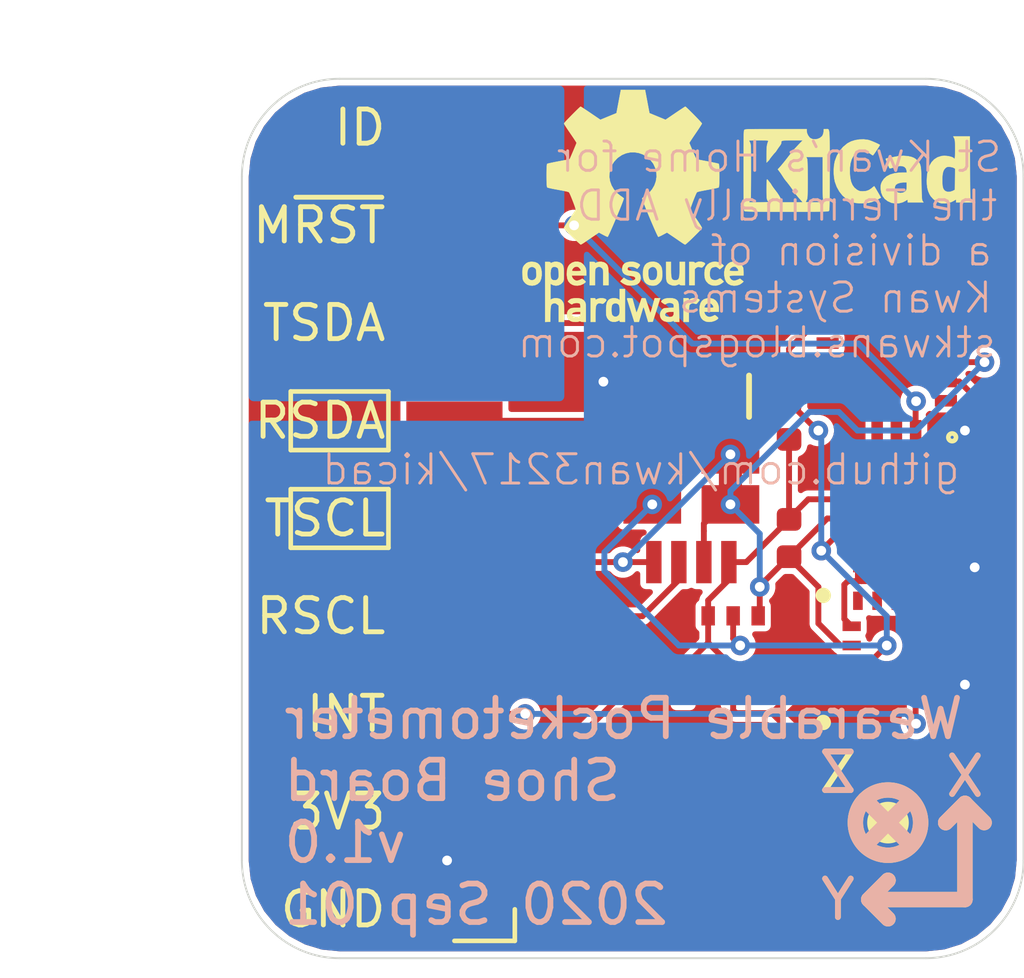
<source format=kicad_pcb>
(kicad_pcb (version 20171130) (host pcbnew 5.1.6-c6e7f7d~87~ubuntu18.04.1)

  (general
    (thickness 1.6)
    (drawings 28)
    (tracks 175)
    (zones 0)
    (modules 20)
    (nets 11)
  )

  (page A4)
  (layers
    (0 F.Cu signal)
    (31 B.Cu signal)
    (32 B.Adhes user)
    (33 F.Adhes user)
    (34 B.Paste user)
    (35 F.Paste user)
    (36 B.SilkS user)
    (37 F.SilkS user)
    (38 B.Mask user)
    (39 F.Mask user)
    (40 Dwgs.User user)
    (41 Cmts.User user)
    (42 Eco1.User user)
    (43 Eco2.User user)
    (44 Edge.Cuts user)
    (45 Margin user)
    (46 B.CrtYd user)
    (47 F.CrtYd user)
    (48 B.Fab user)
    (49 F.Fab user)
  )

  (setup
    (last_trace_width 0.1524)
    (user_trace_width 0.1524)
    (user_trace_width 0.254)
    (user_trace_width 0.762)
    (user_trace_width 2.794)
    (trace_clearance 0.1524)
    (zone_clearance 0.1524)
    (zone_45_only no)
    (trace_min 0.1524)
    (via_size 0.508)
    (via_drill 0.254)
    (via_min_size 0.508)
    (via_min_drill 0.254)
    (uvia_size 0.508)
    (uvia_drill 0.254)
    (uvias_allowed no)
    (uvia_min_size 0.508)
    (uvia_min_drill 0.254)
    (edge_width 0.05)
    (segment_width 0.2)
    (pcb_text_width 0.3)
    (pcb_text_size 1.5 1.5)
    (mod_edge_width 0.12)
    (mod_text_size 1 1)
    (mod_text_width 0.15)
    (pad_size 1.524 1.524)
    (pad_drill 0.762)
    (pad_to_mask_clearance 0.0508)
    (aux_axis_origin 0 0)
    (visible_elements FFFFFF7F)
    (pcbplotparams
      (layerselection 0x010fc_ffffffff)
      (usegerberextensions false)
      (usegerberattributes true)
      (usegerberadvancedattributes true)
      (creategerberjobfile true)
      (excludeedgelayer true)
      (linewidth 0.100000)
      (plotframeref false)
      (viasonmask false)
      (mode 1)
      (useauxorigin false)
      (hpglpennumber 1)
      (hpglpenspeed 20)
      (hpglpendiameter 15.000000)
      (psnegative false)
      (psa4output false)
      (plotreference true)
      (plotvalue true)
      (plotinvisibletext false)
      (padsonsilk false)
      (subtractmaskfromsilk false)
      (outputformat 1)
      (mirror false)
      (drillshape 1)
      (scaleselection 1)
      (outputdirectory ""))
  )

  (net 0 "")
  (net 1 /Shoe/Q_3V3)
  (net 2 /Shoe/Q_MAG~RST)
  (net 3 /Shoe/SDA)
  (net 4 /Shoe/SCL)
  (net 5 /Shoe/Q_TX_SDA)
  (net 6 /Shoe/Q_RX_SDA)
  (net 7 /Shoe/Q_TX_SCL)
  (net 8 /Shoe/Q_RX_SCL)
  (net 9 /Shoe/Q_INT)
  (net 10 /Shoe/Q_GND)

  (net_class Default "This is the default net class."
    (clearance 0.1524)
    (trace_width 0.1524)
    (via_dia 0.508)
    (via_drill 0.254)
    (uvia_dia 0.508)
    (uvia_drill 0.254)
    (add_net /Shoe/Q_3V3)
    (add_net /Shoe/Q_GND)
    (add_net /Shoe/Q_INT)
    (add_net /Shoe/Q_MAG~RST)
    (add_net /Shoe/Q_RX_SCL)
    (add_net /Shoe/Q_RX_SDA)
    (add_net /Shoe/Q_TX_SCL)
    (add_net /Shoe/Q_TX_SDA)
    (add_net /Shoe/SCL)
    (add_net /Shoe/SDA)
  )

  (net_class RF ""
    (clearance 0.254)
    (trace_width 2.794)
    (via_dia 0.508)
    (via_drill 0.254)
    (uvia_dia 0.508)
    (uvia_drill 0.254)
  )

  (module KwanSystems:StKwansSoldermask (layer B.Cu) (tedit 5F40003C) (tstamp 5F4157C9)
    (at 80.518 60.198 180)
    (path /5F3957A4/5F46B08D)
    (fp_text reference G502 (at -3.683 2.7432) (layer B.Mask) hide
      (effects (font (size 1.524 1.524) (thickness 0.3048)) (justify mirror))
    )
    (fp_text value KwanSystems (at 4.2926 -3.7084) (layer B.Mask) hide
      (effects (font (size 1.524 1.524) (thickness 0.3048)) (justify mirror))
    )
    (fp_poly (pts (xy -0.120685 -0.960303) (xy -0.11073 -0.977276) (xy -0.09497 -1.006095) (xy -0.073334 -1.046902)
      (xy -0.045748 -1.099842) (xy -0.012139 -1.165057) (xy 0.027567 -1.242692) (xy 0.073441 -1.33289)
      (xy 0.125558 -1.435794) (xy 0.18399 -1.551549) (xy 0.248811 -1.680298) (xy 0.320092 -1.822183)
      (xy 0.397909 -1.97735) (xy 0.482333 -2.145941) (xy 0.548349 -2.277916) (xy 0.615087 -2.411424)
      (xy 0.679982 -2.541306) (xy 0.742707 -2.666906) (xy 0.802932 -2.787565) (xy 0.860332 -2.902625)
      (xy 0.914578 -3.011428) (xy 0.965344 -3.113316) (xy 1.012301 -3.207631) (xy 1.055122 -3.293714)
      (xy 1.09348 -3.370908) (xy 1.127048 -3.438554) (xy 1.155497 -3.495995) (xy 1.1785 -3.542573)
      (xy 1.19573 -3.577628) (xy 1.206859 -3.600504) (xy 1.211561 -3.610542) (xy 1.211701 -3.610953)
      (xy 1.21064 -3.613819) (xy 1.20627 -3.617026) (xy 1.19681 -3.621183) (xy 1.180477 -3.626896)
      (xy 1.15549 -3.634775) (xy 1.120068 -3.645425) (xy 1.072428 -3.659455) (xy 1.051665 -3.665532)
      (xy 0.846186 -3.718906) (xy 0.634817 -3.760442) (xy 0.415596 -3.790503) (xy 0.327692 -3.799183)
      (xy 0.270207 -3.803156) (xy 0.201016 -3.80614) (xy 0.123432 -3.808135) (xy 0.040768 -3.809142)
      (xy -0.043663 -3.809165) (xy -0.126548 -3.808203) (xy -0.204576 -3.806259) (xy -0.274432 -3.803335)
      (xy -0.332805 -3.799431) (xy -0.339124 -3.798874) (xy -0.579933 -3.769519) (xy -0.816113 -3.725651)
      (xy -1.047848 -3.66722) (xy -1.275319 -3.594174) (xy -1.498709 -3.506463) (xy -1.65991 -3.432856)
      (xy -1.702695 -3.411804) (xy -1.748151 -3.388866) (xy -1.793772 -3.365365) (xy -1.837055 -3.342623)
      (xy -1.875495 -3.321964) (xy -1.906589 -3.30471) (xy -1.927833 -3.292184) (xy -1.934195 -3.287949)
      (xy -1.93373 -3.280202) (xy -1.931231 -3.258874) (xy -1.926914 -3.225458) (xy -1.920994 -3.181448)
      (xy -1.913689 -3.128338) (xy -1.905214 -3.067621) (xy -1.895786 -3.00079) (xy -1.88562 -2.929339)
      (xy -1.874933 -2.854762) (xy -1.863942 -2.778551) (xy -1.852861 -2.702201) (xy -1.841909 -2.627205)
      (xy -1.831299 -2.555056) (xy -1.82125 -2.487248) (xy -1.811977 -2.425274) (xy -1.803696 -2.370628)
      (xy -1.796623 -2.324804) (xy -1.790975 -2.289294) (xy -1.786968 -2.265592) (xy -1.784818 -2.255192)
      (xy -1.784652 -2.254855) (xy -1.776228 -2.247952) (xy -1.756783 -2.23244) (xy -1.727152 -2.208975)
      (xy -1.688176 -2.178212) (xy -1.64069 -2.140807) (xy -1.585533 -2.097417) (xy -1.523543 -2.048697)
      (xy -1.455556 -1.995304) (xy -1.382411 -1.937893) (xy -1.304945 -1.87712) (xy -1.223996 -1.813642)
      (xy -1.140402 -1.748114) (xy -1.054999 -1.681193) (xy -0.968626 -1.613534) (xy -0.882121 -1.545793)
      (xy -0.79632 -1.478627) (xy -0.712062 -1.412691) (xy -0.630185 -1.348641) (xy -0.551525 -1.287134)
      (xy -0.476921 -1.228824) (xy -0.407209 -1.174369) (xy -0.343229 -1.124425) (xy -0.285817 -1.079646)
      (xy -0.235811 -1.04069) (xy -0.194049 -1.008212) (xy -0.161368 -0.982869) (xy -0.138605 -0.965315)
      (xy -0.1266 -0.956208) (xy -0.12491 -0.955031) (xy -0.120685 -0.960303)) (layer B.Mask) (width 0.01))
    (fp_poly (pts (xy 3.243293 2.004387) (xy 3.254612 1.987318) (xy 3.27078 1.960818) (xy 3.290656 1.926905)
      (xy 3.313095 1.887597) (xy 3.336953 1.844913) (xy 3.361088 1.800871) (xy 3.384356 1.757488)
      (xy 3.405613 1.716783) (xy 3.418262 1.69181) (xy 3.516825 1.477147) (xy 3.60162 1.256163)
      (xy 3.672681 1.028739) (xy 3.730043 0.794756) (xy 3.773742 0.554096) (xy 3.79193 0.419142)
      (xy 3.796468 0.371316) (xy 3.800395 0.311139) (xy 3.803663 0.241491) (xy 3.806227 0.165254)
      (xy 3.808038 0.085307) (xy 3.809051 0.004531) (xy 3.80922 -0.074193) (xy 3.808497 -0.147986)
      (xy 3.806835 -0.213967) (xy 3.804189 -0.269255) (xy 3.803288 -0.282128) (xy 3.777364 -0.524142)
      (xy 3.736838 -0.761946) (xy 3.681854 -0.995188) (xy 3.612555 -1.223517) (xy 3.529083 -1.446582)
      (xy 3.431582 -1.664032) (xy 3.320195 -1.875515) (xy 3.195066 -2.08068) (xy 3.056336 -2.279177)
      (xy 2.918046 -2.454133) (xy 2.892419 -2.484027) (xy 2.861812 -2.518548) (xy 2.827792 -2.556048)
      (xy 2.791923 -2.594883) (xy 2.755773 -2.633405) (xy 2.720907 -2.669968) (xy 2.68889 -2.702927)
      (xy 2.661288 -2.730635) (xy 2.639667 -2.751445) (xy 2.625593 -2.763713) (xy 2.621093 -2.766336)
      (xy 2.615652 -2.759965) (xy 2.604408 -2.742323) (xy 2.588673 -2.71562) (xy 2.569759 -2.682067)
      (xy 2.554381 -2.65393) (xy 2.539561 -2.626427) (xy 2.518568 -2.587404) (xy 2.491819 -2.537641)
      (xy 2.459732 -2.477916) (xy 2.422724 -2.409006) (xy 2.381212 -2.331691) (xy 2.335615 -2.246748)
      (xy 2.286349 -2.154956) (xy 2.233831 -2.057094) (xy 2.178481 -1.953939) (xy 2.120713 -1.846271)
      (xy 2.060947 -1.734867) (xy 1.999599 -1.620506) (xy 1.937088 -1.503966) (xy 1.873829 -1.386025)
      (xy 1.810242 -1.267462) (xy 1.746742 -1.149056) (xy 1.683748 -1.031584) (xy 1.621678 -0.915825)
      (xy 1.560947 -0.802557) (xy 1.501975 -0.692559) (xy 1.445177 -0.586609) (xy 1.390973 -0.485485)
      (xy 1.339778 -0.389966) (xy 1.292011 -0.30083) (xy 1.24809 -0.218855) (xy 1.20843 -0.14482)
      (xy 1.17345 -0.079504) (xy 1.143568 -0.023684) (xy 1.1192 0.021862) (xy 1.100764 0.056354)
      (xy 1.088677 0.079015) (xy 1.083358 0.089065) (xy 1.083271 0.089233) (xy 1.066914 0.12131)
      (xy 2.150016 1.064691) (xy 2.260749 1.161127) (xy 2.368413 1.254867) (xy 2.472446 1.345422)
      (xy 2.572284 1.432303) (xy 2.667362 1.515019) (xy 2.757119 1.593081) (xy 2.84099 1.666)
      (xy 2.918411 1.733285) (xy 2.98882 1.794447) (xy 3.051652 1.848996) (xy 3.106344 1.896443)
      (xy 3.152332 1.936298) (xy 3.189054 1.968071) (xy 3.215944 1.991273) (xy 3.23244 2.005413)
      (xy 3.237969 2.010007) (xy 3.243293 2.004387)) (layer B.Mask) (width 0.01))
    (fp_poly (pts (xy -2.328855 3.008401) (xy -2.332981 2.986481) (xy -2.339898 2.950983) (xy -2.349469 2.902583)
      (xy -2.361555 2.841957) (xy -2.376018 2.76978) (xy -2.392719 2.68673) (xy -2.411522 2.59348)
      (xy -2.432287 2.490709) (xy -2.454877 2.37909) (xy -2.479154 2.259301) (xy -2.504979 2.132016)
      (xy -2.532214 1.997913) (xy -2.560722 1.857666) (xy -2.590364 1.711952) (xy -2.621002 1.561446)
      (xy -2.652498 1.406825) (xy -2.684714 1.248764) (xy -2.717512 1.08794) (xy -2.750754 0.925027)
      (xy -2.784301 0.760703) (xy -2.818016 0.595642) (xy -2.85176 0.430521) (xy -2.885396 0.266015)
      (xy -2.918785 0.102801) (xy -2.951789 -0.058446) (xy -2.98427 -0.217049) (xy -3.01609 -0.372333)
      (xy -3.047111 -0.523623) (xy -3.077195 -0.670241) (xy -3.106203 -0.811513) (xy -3.133998 -0.946762)
      (xy -3.160442 -1.075313) (xy -3.185396 -1.196489) (xy -3.208722 -1.309615) (xy -3.230283 -1.414015)
      (xy -3.24994 -1.509013) (xy -3.267555 -1.593933) (xy -3.282989 -1.6681) (xy -3.296106 -1.730836)
      (xy -3.306766 -1.781467) (xy -3.314833 -1.819317) (xy -3.320166 -1.843709) (xy -3.322629 -1.853968)
      (xy -3.322749 -1.854254) (xy -3.32926 -1.851943) (xy -3.339955 -1.839252) (xy -3.347397 -1.827582)
      (xy -3.373549 -1.78015) (xy -3.403485 -1.721577) (xy -3.435742 -1.655034) (xy -3.468859 -1.583691)
      (xy -3.501373 -1.510719) (xy -3.531823 -1.439286) (xy -3.558747 -1.372564) (xy -3.566395 -1.352685)
      (xy -3.640985 -1.137881) (xy -3.701583 -0.922961) (xy -3.748496 -0.706222) (xy -3.78203 -0.48596)
      (xy -3.802493 -0.260474) (xy -3.810191 -0.028058) (xy -3.810272 0) (xy -3.808466 0.142493)
      (xy -3.802856 0.274198) (xy -3.793054 0.399184) (xy -3.778674 0.521518) (xy -3.759325 0.645266)
      (xy -3.737942 0.758266) (xy -3.692607 0.956571) (xy -3.638336 1.146785) (xy -3.573853 1.332633)
      (xy -3.497879 1.517844) (xy -3.421925 1.680378) (xy -3.327152 1.862241) (xy -3.227311 2.032414)
      (xy -3.120532 2.193496) (xy -3.004948 2.348083) (xy -2.878688 2.498772) (xy -2.739885 2.648161)
      (xy -2.68705 2.701561) (xy -2.645668 2.742083) (xy -2.601761 2.78391) (xy -2.556751 2.825795)
      (xy -2.512062 2.866493) (xy -2.469117 2.904759) (xy -2.429338 2.939348) (xy -2.39415 2.969014)
      (xy -2.364976 2.992511) (xy -2.343237 3.008594) (xy -2.330358 3.016018) (xy -2.327659 3.016067)
      (xy -2.328855 3.008401)) (layer B.Mask) (width 0.01))
    (fp_poly (pts (xy 0.134117 3.810292) (xy 0.227246 3.80726) (xy 0.30102 3.802489) (xy 0.545428 3.774437)
      (xy 0.784595 3.732079) (xy 1.018489 3.675427) (xy 1.247078 3.604491) (xy 1.470331 3.519282)
      (xy 1.688216 3.419811) (xy 1.900703 3.306089) (xy 2.107759 3.178127) (xy 2.116072 3.172616)
      (xy 2.152277 3.148315) (xy 2.184261 3.126397) (xy 2.209748 3.108458) (xy 2.226461 3.096095)
      (xy 2.231856 3.091457) (xy 2.229943 3.087303) (xy 2.221689 3.077384) (xy 2.206751 3.061373)
      (xy 2.18479 3.038942) (xy 2.155465 3.009765) (xy 2.118436 2.973514) (xy 2.073362 2.929862)
      (xy 2.019902 2.878482) (xy 1.957717 2.819047) (xy 1.886465 2.75123) (xy 1.805806 2.674704)
      (xy 1.7154 2.589141) (xy 1.614905 2.494215) (xy 1.503983 2.389599) (xy 1.382291 2.274964)
      (xy 1.36565 2.259297) (xy 0.491662 1.436514) (xy 0.722128 1.434497) (xy 0.779623 1.433816)
      (xy 0.831861 1.432856) (xy 0.876989 1.431677) (xy 0.913156 1.430341) (xy 0.93851 1.42891)
      (xy 0.951197 1.427445) (xy 0.952312 1.426876) (xy 0.946128 1.422245) (xy 0.928131 1.40954)
      (xy 0.89909 1.389289) (xy 0.859775 1.36202) (xy 0.810956 1.32826) (xy 0.753402 1.288538)
      (xy 0.687883 1.24338) (xy 0.615169 1.193314) (xy 0.536029 1.138869) (xy 0.451233 1.080571)
      (xy 0.36155 1.018948) (xy 0.267751 0.954528) (xy 0.170604 0.887838) (xy 0.070879 0.819406)
      (xy -0.030654 0.74976) (xy -0.133225 0.679428) (xy -0.236065 0.608936) (xy -0.338404 0.538813)
      (xy -0.439473 0.469586) (xy -0.538502 0.401783) (xy -0.634721 0.335931) (xy -0.727361 0.272558)
      (xy -0.815652 0.212192) (xy -0.898824 0.15536) (xy -0.976108 0.102591) (xy -1.046735 0.05441)
      (xy -1.109934 0.011347) (xy -1.164936 -0.026071) (xy -1.210972 -0.057317) (xy -1.247271 -0.081863)
      (xy -1.273065 -0.099182) (xy -1.287583 -0.108745) (xy -1.288196 -0.109134) (xy -1.302942 -0.116873)
      (xy -1.310507 -0.117718) (xy -1.310772 -0.116887) (xy -1.307641 -0.109235) (xy -1.298519 -0.088639)
      (xy -1.283815 -0.05599) (xy -1.263935 -0.012177) (xy -1.239287 0.041909) (xy -1.210279 0.105378)
      (xy -1.177317 0.17734) (xy -1.140809 0.256904) (xy -1.101162 0.343182) (xy -1.058785 0.435282)
      (xy -1.014083 0.532314) (xy -0.967466 0.633389) (xy -0.957278 0.655463) (xy -0.603784 1.421273)
      (xy -0.900903 1.423267) (xy -0.979089 1.423891) (xy -1.043163 1.424644) (xy -1.094255 1.425568)
      (xy -1.133496 1.426709) (xy -1.162016 1.42811) (xy -1.180944 1.429816) (xy -1.19141 1.431869)
      (xy -1.194544 1.434315) (xy -1.194459 1.434698) (xy -1.192003 1.442958) (xy -1.185588 1.465088)
      (xy -1.175439 1.500302) (xy -1.161781 1.547815) (xy -1.144839 1.60684) (xy -1.124838 1.676592)
      (xy -1.102004 1.756284) (xy -1.07656 1.845132) (xy -1.048733 1.942349) (xy -1.018747 2.047149)
      (xy -0.986828 2.158746) (xy -0.9532 2.276355) (xy -0.918089 2.399189) (xy -0.88172 2.526464)
      (xy -0.857551 2.611063) (xy -0.524206 3.777991) (xy -0.4812 3.783166) (xy -0.389223 3.792655)
      (xy -0.288401 3.800271) (xy -0.182194 3.805928) (xy -0.074065 3.809541) (xy 0.032526 3.811023)
      (xy 0.134117 3.810292)) (layer B.Mask) (width 0.01))
    (fp_text user github.com/kwan3217/kicad (at 2.286 -5.842 unlocked) (layer B.SilkS)
      (effects (font (size 0.762 0.762) (thickness 0.0762)) (justify right mirror))
    )
    (fp_text user stkwans.blogspot.com (at -2.794 -2.54 unlocked) (layer B.SilkS)
      (effects (font (size 0.762 0.762) (thickness 0.0762)) (justify right mirror))
    )
    (fp_text user "a division of Kwan Systems" (at 1.524 11.176 180 unlocked) (layer B.SilkS) hide
      (effects (font (size 0.762 0.762) (thickness 0.0762)) (justify right mirror))
    )
    (fp_text user "St Kwan's Home for" (at -3.81 2.286 unlocked) (layer B.SilkS)
      (effects (font (size 0.762 0.762) (thickness 0.0762)) (justify right mirror))
    )
    (fp_text user "the Terminally ADD" (at -4.318 1.016 unlocked) (layer B.SilkS)
      (effects (font (size 0.762 0.762) (thickness 0.0762)) (justify right mirror))
    )
  )

  (module KwanSystems:SolderJumper-2_Bridged (layer F.Cu) (tedit 5F4584FB) (tstamp 5F462235)
    (at 88.9 66.294 90)
    (descr "SMD Solder Jumper, 1x1.5mm Pads, 0.3mm gap, bridged with 1 copper strip")
    (tags "solder jumper open")
    (path /5F3957A4/5F47E3E7)
    (attr virtual)
    (fp_text reference J1207 (at 0 -1.8 90) (layer F.SilkS) hide
      (effects (font (size 1 1) (thickness 0.15)))
    )
    (fp_text value SolderJumper_2_Bridged (at 0 1.9 90) (layer F.Fab)
      (effects (font (size 1 1) (thickness 0.15)))
    )
    (fp_line (start -1.65 -1.25) (end 1.65 -1.25) (layer F.CrtYd) (width 0.05))
    (fp_line (start -1.65 -1.25) (end -1.65 1.25) (layer F.CrtYd) (width 0.05))
    (fp_line (start 1.65 1.25) (end 1.65 -1.25) (layer F.CrtYd) (width 0.05))
    (fp_line (start 1.65 1.25) (end -1.65 1.25) (layer F.CrtYd) (width 0.05))
    (fp_poly (pts (xy -0.25 -0.3) (xy 0.25 -0.3) (xy 0.25 0.3) (xy -0.25 0.3)) (layer F.Cu) (width 0))
    (fp_poly (pts (xy 0.25 0.75) (xy -0.25 0.75) (xy -0.25 -0.75) (xy 0.25 -0.75)) (layer F.Mask) (width 0.1016))
    (pad 1 smd rect (at -0.65 0 90) (size 1 1.5) (layers F.Cu F.Mask)
      (net 4 /Shoe/SCL))
    (pad 2 smd rect (at 0.65 0 90) (size 1 1.5) (layers F.Cu F.Mask)
      (net 7 /Shoe/Q_TX_SCL))
  )

  (module KwanSystems:SolderJumper-2_Bridged (layer F.Cu) (tedit 5F4584FB) (tstamp 5F462227)
    (at 86.868 66.294 90)
    (descr "SMD Solder Jumper, 1x1.5mm Pads, 0.3mm gap, bridged with 1 copper strip")
    (tags "solder jumper open")
    (path /5F3957A4/5F4796C9)
    (attr virtual)
    (fp_text reference J1202 (at 0 -1.8 90) (layer F.SilkS) hide
      (effects (font (size 1 1) (thickness 0.15)))
    )
    (fp_text value SolderJumper_2_Bridged (at 0 1.9 90) (layer F.Fab)
      (effects (font (size 1 1) (thickness 0.15)))
    )
    (fp_line (start -1.65 -1.25) (end 1.65 -1.25) (layer F.CrtYd) (width 0.05))
    (fp_line (start -1.65 -1.25) (end -1.65 1.25) (layer F.CrtYd) (width 0.05))
    (fp_line (start 1.65 1.25) (end 1.65 -1.25) (layer F.CrtYd) (width 0.05))
    (fp_line (start 1.65 1.25) (end -1.65 1.25) (layer F.CrtYd) (width 0.05))
    (fp_poly (pts (xy -0.25 -0.3) (xy 0.25 -0.3) (xy 0.25 0.3) (xy -0.25 0.3)) (layer F.Cu) (width 0))
    (fp_poly (pts (xy 0.25 0.75) (xy -0.25 0.75) (xy -0.25 -0.75) (xy 0.25 -0.75)) (layer F.Mask) (width 0.1016))
    (pad 1 smd rect (at -0.65 0 90) (size 1 1.5) (layers F.Cu F.Mask)
      (net 3 /Shoe/SDA))
    (pad 2 smd rect (at 0.65 0 90) (size 1 1.5) (layers F.Cu F.Mask)
      (net 6 /Shoe/Q_RX_SDA))
  )

  (module Package_SO:TSSOP-8_3x3mm_P0.65mm (layer F.Cu) (tedit 5F458241) (tstamp 5F3CF080)
    (at 87.884 66.294 270)
    (descr "TSSOP8: plastic thin shrink small outline package; 8 leads; body width 3 mm; (see NXP SSOP-TSSOP-VSO-REFLOW.pdf and sot505-1_po.pdf)")
    (tags "SSOP 0.65")
    (path /5F3957A4/5F414F41)
    (attr smd)
    (fp_text reference U1202 (at 0 -2.55 270) (layer F.SilkS) hide
      (effects (font (size 1 1) (thickness 0.15)))
    )
    (fp_text value P82B96 (at 0 2.55 270) (layer F.Fab)
      (effects (font (size 1 1) (thickness 0.15)))
    )
    (fp_line (start -0.5 -1.5) (end 1.5 -1.5) (layer F.Fab) (width 0.15))
    (fp_line (start 1.5 -1.5) (end 1.5 1.5) (layer F.Fab) (width 0.15))
    (fp_line (start 1.5 1.5) (end -1.5 1.5) (layer F.Fab) (width 0.15))
    (fp_line (start -1.5 1.5) (end -1.5 -0.5) (layer F.Fab) (width 0.15))
    (fp_line (start -1.5 -0.5) (end -0.5 -1.5) (layer F.Fab) (width 0.15))
    (fp_line (start -2.95 -1.8) (end -2.95 1.8) (layer F.CrtYd) (width 0.05))
    (fp_line (start 2.95 -1.8) (end 2.95 1.8) (layer F.CrtYd) (width 0.05))
    (fp_line (start -2.95 -1.8) (end 2.95 -1.8) (layer F.CrtYd) (width 0.05))
    (fp_line (start -2.95 1.8) (end 2.95 1.8) (layer F.CrtYd) (width 0.05))
    (fp_line (start -1.625 -1.5) (end -2.7 -1.5) (layer F.SilkS) (width 0.15))
    (fp_text user %R (at 0 0 270) (layer F.Fab)
      (effects (font (size 0.6 0.6) (thickness 0.15)))
    )
    (pad 8 smd rect (at 2.15 -0.975 270) (size 1.1 0.4) (layers F.Cu F.Paste F.Mask)
      (net 1 /Shoe/Q_3V3))
    (pad 7 smd rect (at 2.15 -0.325 270) (size 1.1 0.4) (layers F.Cu F.Paste F.Mask)
      (net 4 /Shoe/SCL))
    (pad 6 smd rect (at 2.15 0.325 270) (size 1.1 0.4) (layers F.Cu F.Paste F.Mask)
      (net 8 /Shoe/Q_RX_SCL))
    (pad 5 smd rect (at 2.15 0.975 270) (size 1.1 0.4) (layers F.Cu F.Paste F.Mask)
      (net 7 /Shoe/Q_TX_SCL))
    (pad 4 smd rect (at -2.15 0.975 270) (size 1.1 0.4) (layers F.Cu F.Paste F.Mask)
      (net 10 /Shoe/Q_GND))
    (pad 3 smd rect (at -2.15 0.325 270) (size 1.1 0.4) (layers F.Cu F.Paste F.Mask)
      (net 5 /Shoe/Q_TX_SDA))
    (pad 2 smd rect (at -2.15 -0.325 270) (size 1.1 0.4) (layers F.Cu F.Paste F.Mask)
      (net 6 /Shoe/Q_RX_SDA))
    (pad 1 smd rect (at -2.15 -0.975 270) (size 1.1 0.4) (layers F.Cu F.Paste F.Mask)
      (net 3 /Shoe/SDA))
  )

  (module KwanSystems:Axis (layer F.Cu) (tedit 590A7BBF) (tstamp 5F41E825)
    (at 94.996 77.216 90)
    (descr "Built for the MPU-9250 using guidelines found in http://cds.linear.com/docs/en/packaging/Carsem%20MLP%20users%20guide.pdf")
    (path /5F394D12/5F49ABEB)
    (fp_text reference G904 (at -1.3 1.5 90) (layer F.Fab) hide
      (effects (font (size 0.77216 0.77216) (thickness 0.065024)) (justify left bottom))
    )
    (fp_text value Axis (at -1.8 2.75 90) (layer F.SilkS) hide
      (effects (font (size 0.77216 0.77216) (thickness 0.065024)) (justify left bottom))
    )
    (fp_line (start 2.6 -2.6) (end 1.4 -1.4) (layer B.SilkS) (width 0.4))
    (fp_line (start 1.4 -2.6) (end 2.6 -1.4) (layer B.SilkS) (width 0.4))
    (fp_circle (center 2 -2) (end 2.6 -1.4) (layer B.SilkS) (width 0.4))
    (fp_line (start 2.5 0) (end 2 0.5) (layer B.SilkS) (width 0.4))
    (fp_line (start 2 -0.5) (end 2.5 0) (layer B.SilkS) (width 0.4))
    (fp_line (start 2.5 0) (end 2 -0.5) (layer B.SilkS) (width 0.4))
    (fp_line (start 0 0) (end 2.5 0) (layer B.SilkS) (width 0.4))
    (fp_line (start 0 -2.5) (end 0 0) (layer B.SilkS) (width 0.4))
    (fp_line (start 0.5 -2) (end 0 -2.5) (layer B.SilkS) (width 0.4))
    (fp_line (start 0 -2.5) (end 0.5 -2) (layer B.SilkS) (width 0.4))
    (fp_line (start -0.5 -2) (end 0 -2.5) (layer B.SilkS) (width 0.4))
    (fp_circle (center 2 -2) (end 2.1 -1.9) (layer F.SilkS) (width 0.4))
    (fp_circle (center 2 -2) (end 2.6 -1.4) (layer F.SilkS) (width 0.4))
    (fp_line (start 2.5 0) (end 2 0.5) (layer F.SilkS) (width 0.4))
    (fp_line (start 2 -0.5) (end 2.5 0) (layer F.SilkS) (width 0.4))
    (fp_line (start 2.5 0) (end 2 -0.5) (layer F.SilkS) (width 0.4))
    (fp_line (start 0 0) (end 2.5 0) (layer F.SilkS) (width 0.4))
    (fp_line (start 0 -2.5) (end 0 0) (layer F.SilkS) (width 0.4))
    (fp_line (start 0.5 -2) (end 0 -2.5) (layer F.SilkS) (width 0.4))
    (fp_line (start 0 -2.5) (end 0.5 -2) (layer F.SilkS) (width 0.4))
    (fp_line (start -0.5 -2) (end 0 -2.5) (layer F.SilkS) (width 0.4))
    (fp_text user Z (at 3.302 -3.302 180) (layer B.SilkS)
      (effects (font (size 1 1) (thickness 0.15)) (justify mirror))
    )
    (fp_text user Y (at 0 -3.302 180) (layer B.SilkS)
      (effects (font (size 1 1) (thickness 0.15)) (justify mirror))
    )
    (fp_text user X (at 3.2 0 180) (layer B.SilkS)
      (effects (font (size 1 1) (thickness 0.15)) (justify mirror))
    )
    (fp_text user Z (at 3.302 -3.302 180) (layer F.SilkS)
      (effects (font (size 1 1) (thickness 0.15)))
    )
    (fp_text user X (at 3.2 0 180) (layer F.SilkS)
      (effects (font (size 1 1) (thickness 0.15)))
    )
    (fp_text user Y (at 0 -3.302 180) (layer F.SilkS)
      (effects (font (size 1 1) (thickness 0.15)))
    )
  )

  (module Symbol:OSHW-Logo_5.7x6mm_SilkScreen (layer F.Cu) (tedit 0) (tstamp 5F4157DF)
    (at 86.36 59.182)
    (descr "Open Source Hardware Logo")
    (tags "Logo OSHW")
    (path /5F3957A4/5F46B099)
    (attr virtual)
    (fp_text reference G503 (at 0 0) (layer F.SilkS) hide
      (effects (font (size 1 1) (thickness 0.15)))
    )
    (fp_text value OSHW (at 0.75 0) (layer F.Fab) hide
      (effects (font (size 1 1) (thickness 0.15)))
    )
    (fp_poly (pts (xy 0.376964 -2.709982) (xy 0.433812 -2.40843) (xy 0.853338 -2.235488) (xy 1.104984 -2.406605)
      (xy 1.175458 -2.45425) (xy 1.239163 -2.49679) (xy 1.293126 -2.532285) (xy 1.334373 -2.55879)
      (xy 1.359934 -2.574364) (xy 1.366895 -2.577722) (xy 1.379435 -2.569086) (xy 1.406231 -2.545208)
      (xy 1.44428 -2.509141) (xy 1.490579 -2.463933) (xy 1.542123 -2.412636) (xy 1.595909 -2.358299)
      (xy 1.648935 -2.303972) (xy 1.698195 -2.252705) (xy 1.740687 -2.207549) (xy 1.773407 -2.171554)
      (xy 1.793351 -2.14777) (xy 1.798119 -2.13981) (xy 1.791257 -2.125135) (xy 1.77202 -2.092986)
      (xy 1.74243 -2.046508) (xy 1.70451 -1.988844) (xy 1.660282 -1.92314) (xy 1.634654 -1.885664)
      (xy 1.587941 -1.817232) (xy 1.546432 -1.75548) (xy 1.51214 -1.703481) (xy 1.48708 -1.664308)
      (xy 1.473264 -1.641035) (xy 1.471188 -1.636145) (xy 1.475895 -1.622245) (xy 1.488723 -1.58985)
      (xy 1.507738 -1.543515) (xy 1.531003 -1.487794) (xy 1.556584 -1.427242) (xy 1.582545 -1.366414)
      (xy 1.60695 -1.309864) (xy 1.627863 -1.262148) (xy 1.643349 -1.227819) (xy 1.651472 -1.211432)
      (xy 1.651952 -1.210788) (xy 1.664707 -1.207659) (xy 1.698677 -1.200679) (xy 1.75034 -1.190533)
      (xy 1.816176 -1.177908) (xy 1.892664 -1.163491) (xy 1.93729 -1.155177) (xy 2.019021 -1.139616)
      (xy 2.092843 -1.124808) (xy 2.155021 -1.111564) (xy 2.201822 -1.100695) (xy 2.229509 -1.093011)
      (xy 2.235074 -1.090573) (xy 2.240526 -1.07407) (xy 2.244924 -1.0368) (xy 2.248272 -0.98312)
      (xy 2.250574 -0.917388) (xy 2.251832 -0.843963) (xy 2.252048 -0.767204) (xy 2.251227 -0.691468)
      (xy 2.249371 -0.621114) (xy 2.246482 -0.5605) (xy 2.242565 -0.513984) (xy 2.237622 -0.485925)
      (xy 2.234657 -0.480084) (xy 2.216934 -0.473083) (xy 2.179381 -0.463073) (xy 2.126964 -0.451231)
      (xy 2.064652 -0.438733) (xy 2.0429 -0.43469) (xy 1.938024 -0.41548) (xy 1.85518 -0.400009)
      (xy 1.79163 -0.387663) (xy 1.744637 -0.377827) (xy 1.711463 -0.369886) (xy 1.689371 -0.363224)
      (xy 1.675624 -0.357227) (xy 1.667484 -0.351281) (xy 1.666345 -0.350106) (xy 1.654977 -0.331174)
      (xy 1.637635 -0.294331) (xy 1.61605 -0.244087) (xy 1.591954 -0.184954) (xy 1.567079 -0.121444)
      (xy 1.543157 -0.058068) (xy 1.521919 0.000662) (xy 1.505097 0.050235) (xy 1.494422 0.086139)
      (xy 1.491627 0.103862) (xy 1.49186 0.104483) (xy 1.501331 0.11897) (xy 1.522818 0.150844)
      (xy 1.554063 0.196789) (xy 1.592807 0.253485) (xy 1.636793 0.317617) (xy 1.649319 0.335842)
      (xy 1.693984 0.401914) (xy 1.733288 0.4622) (xy 1.765088 0.513235) (xy 1.787245 0.55156)
      (xy 1.797617 0.573711) (xy 1.798119 0.576432) (xy 1.789405 0.590736) (xy 1.765325 0.619072)
      (xy 1.728976 0.658396) (xy 1.683453 0.705661) (xy 1.631852 0.757823) (xy 1.577267 0.811835)
      (xy 1.522794 0.864653) (xy 1.471529 0.913231) (xy 1.426567 0.954523) (xy 1.391004 0.985485)
      (xy 1.367935 1.00307) (xy 1.361554 1.005941) (xy 1.346699 0.999178) (xy 1.316286 0.980939)
      (xy 1.275268 0.954297) (xy 1.243709 0.932852) (xy 1.186525 0.893503) (xy 1.118806 0.847171)
      (xy 1.05088 0.800913) (xy 1.014361 0.776155) (xy 0.890752 0.692547) (xy 0.786991 0.74865)
      (xy 0.73972 0.773228) (xy 0.699523 0.792331) (xy 0.672326 0.803227) (xy 0.665402 0.804743)
      (xy 0.657077 0.793549) (xy 0.640654 0.761917) (xy 0.617357 0.712765) (xy 0.588414 0.64901)
      (xy 0.55505 0.573571) (xy 0.518491 0.489364) (xy 0.479964 0.399308) (xy 0.440694 0.306321)
      (xy 0.401908 0.21332) (xy 0.36483 0.123223) (xy 0.330689 0.038948) (xy 0.300708 -0.036587)
      (xy 0.276116 -0.100466) (xy 0.258136 -0.149769) (xy 0.247997 -0.181579) (xy 0.246366 -0.192504)
      (xy 0.259291 -0.206439) (xy 0.287589 -0.22906) (xy 0.325346 -0.255667) (xy 0.328515 -0.257772)
      (xy 0.4261 -0.335886) (xy 0.504786 -0.427018) (xy 0.563891 -0.528255) (xy 0.602732 -0.636682)
      (xy 0.620628 -0.749386) (xy 0.616897 -0.863452) (xy 0.590857 -0.975966) (xy 0.541825 -1.084015)
      (xy 0.5274 -1.107655) (xy 0.452369 -1.203113) (xy 0.36373 -1.279768) (xy 0.264549 -1.33722)
      (xy 0.157895 -1.375071) (xy 0.046836 -1.392922) (xy -0.065561 -1.390375) (xy -0.176227 -1.36703)
      (xy -0.282094 -1.32249) (xy -0.380095 -1.256355) (xy -0.41041 -1.229513) (xy -0.487562 -1.145488)
      (xy -0.543782 -1.057034) (xy -0.582347 -0.957885) (xy -0.603826 -0.859697) (xy -0.609128 -0.749303)
      (xy -0.591448 -0.63836) (xy -0.552581 -0.530619) (xy -0.494323 -0.429831) (xy -0.418469 -0.339744)
      (xy -0.326817 -0.264108) (xy -0.314772 -0.256136) (xy -0.276611 -0.230026) (xy -0.247601 -0.207405)
      (xy -0.233732 -0.192961) (xy -0.233531 -0.192504) (xy -0.236508 -0.176879) (xy -0.248311 -0.141418)
      (xy -0.267714 -0.089038) (xy -0.293488 -0.022655) (xy -0.324409 0.054814) (xy -0.359249 0.14045)
      (xy -0.396783 0.231337) (xy -0.435783 0.324559) (xy -0.475023 0.417197) (xy -0.513276 0.506335)
      (xy -0.549317 0.589055) (xy -0.581917 0.662441) (xy -0.609852 0.723575) (xy -0.631895 0.769541)
      (xy -0.646818 0.797421) (xy -0.652828 0.804743) (xy -0.671191 0.799041) (xy -0.705552 0.783749)
      (xy -0.749984 0.761599) (xy -0.774417 0.74865) (xy -0.878178 0.692547) (xy -1.001787 0.776155)
      (xy -1.064886 0.818987) (xy -1.13397 0.866122) (xy -1.198707 0.910503) (xy -1.231134 0.932852)
      (xy -1.276741 0.963477) (xy -1.31536 0.987747) (xy -1.341952 1.002587) (xy -1.35059 1.005724)
      (xy -1.363161 0.997261) (xy -1.390984 0.973636) (xy -1.431361 0.937302) (xy -1.481595 0.890711)
      (xy -1.538988 0.836317) (xy -1.575286 0.801392) (xy -1.63879 0.738996) (xy -1.693673 0.683188)
      (xy -1.737714 0.636354) (xy -1.768695 0.600882) (xy -1.784398 0.579161) (xy -1.785905 0.574752)
      (xy -1.778914 0.557985) (xy -1.759594 0.524082) (xy -1.730091 0.476476) (xy -1.692545 0.418599)
      (xy -1.6491 0.353884) (xy -1.636745 0.335842) (xy -1.591727 0.270267) (xy -1.55134 0.211228)
      (xy -1.51784 0.162042) (xy -1.493486 0.126028) (xy -1.480536 0.106502) (xy -1.479285 0.104483)
      (xy -1.481156 0.088922) (xy -1.491087 0.054709) (xy -1.507347 0.006355) (xy -1.528205 -0.051629)
      (xy -1.551927 -0.11473) (xy -1.576784 -0.178437) (xy -1.601042 -0.238239) (xy -1.622971 -0.289624)
      (xy -1.640838 -0.328081) (xy -1.652913 -0.349098) (xy -1.653771 -0.350106) (xy -1.661154 -0.356112)
      (xy -1.673625 -0.362052) (xy -1.69392 -0.36854) (xy -1.724778 -0.376191) (xy -1.768934 -0.38562)
      (xy -1.829126 -0.397441) (xy -1.908093 -0.412271) (xy -2.00857 -0.430723) (xy -2.030325 -0.43469)
      (xy -2.094802 -0.447147) (xy -2.151011 -0.459334) (xy -2.193987 -0.470074) (xy -2.21876 -0.478191)
      (xy -2.222082 -0.480084) (xy -2.227556 -0.496862) (xy -2.232006 -0.534355) (xy -2.235428 -0.588206)
      (xy -2.237819 -0.654056) (xy -2.239177 -0.727547) (xy -2.239499 -0.80432) (xy -2.238781 -0.880017)
      (xy -2.237021 -0.95028) (xy -2.234216 -1.01075) (xy -2.230362 -1.05707) (xy -2.225457 -1.084881)
      (xy -2.2225 -1.090573) (xy -2.206037 -1.096314) (xy -2.168551 -1.105655) (xy -2.113775 -1.117785)
      (xy -2.045445 -1.131893) (xy -1.967294 -1.14717) (xy -1.924716 -1.155177) (xy -1.843929 -1.170279)
      (xy -1.771887 -1.18396) (xy -1.712111 -1.195533) (xy -1.668121 -1.204313) (xy -1.643439 -1.209613)
      (xy -1.639377 -1.210788) (xy -1.632511 -1.224035) (xy -1.617998 -1.255943) (xy -1.597771 -1.301953)
      (xy -1.573766 -1.357508) (xy -1.547918 -1.418047) (xy -1.52216 -1.479014) (xy -1.498427 -1.535849)
      (xy -1.478654 -1.583994) (xy -1.464776 -1.61889) (xy -1.458726 -1.635979) (xy -1.458614 -1.636726)
      (xy -1.465472 -1.650207) (xy -1.484698 -1.68123) (xy -1.514272 -1.726711) (xy -1.552173 -1.783568)
      (xy -1.59638 -1.848717) (xy -1.622079 -1.886138) (xy -1.668907 -1.954753) (xy -1.710499 -2.017048)
      (xy -1.744825 -2.069871) (xy -1.769857 -2.110073) (xy -1.783565 -2.1345) (xy -1.785544 -2.139976)
      (xy -1.777034 -2.152722) (xy -1.753507 -2.179937) (xy -1.717968 -2.218572) (xy -1.673423 -2.265577)
      (xy -1.622877 -2.317905) (xy -1.569336 -2.372505) (xy -1.515805 -2.42633) (xy -1.465289 -2.47633)
      (xy -1.420794 -2.519457) (xy -1.385325 -2.552661) (xy -1.361887 -2.572894) (xy -1.354046 -2.577722)
      (xy -1.34128 -2.570933) (xy -1.310744 -2.551858) (xy -1.26541 -2.522439) (xy -1.208244 -2.484619)
      (xy -1.142216 -2.440339) (xy -1.09241 -2.406605) (xy -0.840764 -2.235488) (xy -0.631001 -2.321959)
      (xy -0.421237 -2.40843) (xy -0.364389 -2.709982) (xy -0.30754 -3.011534) (xy 0.320115 -3.011534)
      (xy 0.376964 -2.709982)) (layer F.SilkS) (width 0.01))
    (fp_poly (pts (xy 1.79946 1.45803) (xy 1.842711 1.471245) (xy 1.870558 1.487941) (xy 1.879629 1.501145)
      (xy 1.877132 1.516797) (xy 1.860931 1.541385) (xy 1.847232 1.5588) (xy 1.818992 1.590283)
      (xy 1.797775 1.603529) (xy 1.779688 1.602664) (xy 1.726035 1.58901) (xy 1.68663 1.58963)
      (xy 1.654632 1.605104) (xy 1.64389 1.614161) (xy 1.609505 1.646027) (xy 1.609505 2.062179)
      (xy 1.471188 2.062179) (xy 1.471188 1.458614) (xy 1.540347 1.458614) (xy 1.581869 1.460256)
      (xy 1.603291 1.466087) (xy 1.609502 1.477461) (xy 1.609505 1.477798) (xy 1.612439 1.489713)
      (xy 1.625704 1.488159) (xy 1.644084 1.479563) (xy 1.682046 1.463568) (xy 1.712872 1.453945)
      (xy 1.752536 1.451478) (xy 1.79946 1.45803)) (layer F.SilkS) (width 0.01))
    (fp_poly (pts (xy -0.754012 1.469002) (xy -0.722717 1.48395) (xy -0.692409 1.505541) (xy -0.669318 1.530391)
      (xy -0.6525 1.562087) (xy -0.641006 1.604214) (xy -0.633891 1.660358) (xy -0.630207 1.734106)
      (xy -0.629008 1.829044) (xy -0.628989 1.838985) (xy -0.628713 2.062179) (xy -0.76703 2.062179)
      (xy -0.76703 1.856418) (xy -0.767128 1.780189) (xy -0.767809 1.724939) (xy -0.769651 1.686501)
      (xy -0.773233 1.660706) (xy -0.779132 1.643384) (xy -0.787927 1.630368) (xy -0.80018 1.617507)
      (xy -0.843047 1.589873) (xy -0.889843 1.584745) (xy -0.934424 1.602217) (xy -0.949928 1.615221)
      (xy -0.96131 1.627447) (xy -0.969481 1.64054) (xy -0.974974 1.658615) (xy -0.97832 1.685787)
      (xy -0.980051 1.72617) (xy -0.980697 1.783879) (xy -0.980792 1.854132) (xy -0.980792 2.062179)
      (xy -1.119109 2.062179) (xy -1.119109 1.458614) (xy -1.04995 1.458614) (xy -1.008428 1.460256)
      (xy -0.987006 1.466087) (xy -0.980795 1.477461) (xy -0.980792 1.477798) (xy -0.97791 1.488938)
      (xy -0.965199 1.487674) (xy -0.939926 1.475434) (xy -0.882605 1.457424) (xy -0.817037 1.455421)
      (xy -0.754012 1.469002)) (layer F.SilkS) (width 0.01))
    (fp_poly (pts (xy 2.677898 1.456457) (xy 2.710096 1.464279) (xy 2.771825 1.492921) (xy 2.82461 1.536667)
      (xy 2.861141 1.589117) (xy 2.86616 1.600893) (xy 2.873045 1.63174) (xy 2.877864 1.677371)
      (xy 2.879505 1.723492) (xy 2.879505 1.810693) (xy 2.697178 1.810693) (xy 2.621979 1.810978)
      (xy 2.569003 1.812704) (xy 2.535325 1.817181) (xy 2.51802 1.82572) (xy 2.514163 1.83963)
      (xy 2.520829 1.860222) (xy 2.53277 1.884315) (xy 2.56608 1.924525) (xy 2.612368 1.944558)
      (xy 2.668944 1.943905) (xy 2.733031 1.922101) (xy 2.788417 1.895193) (xy 2.834375 1.931532)
      (xy 2.880333 1.967872) (xy 2.837096 2.007819) (xy 2.779374 2.045563) (xy 2.708386 2.06832)
      (xy 2.632029 2.074688) (xy 2.558199 2.063268) (xy 2.546287 2.059393) (xy 2.481399 2.025506)
      (xy 2.43313 1.974986) (xy 2.400465 1.906325) (xy 2.382385 1.818014) (xy 2.382175 1.816121)
      (xy 2.380556 1.719878) (xy 2.3871 1.685542) (xy 2.514852 1.685542) (xy 2.526584 1.690822)
      (xy 2.558438 1.694867) (xy 2.605397 1.697176) (xy 2.635154 1.697525) (xy 2.690648 1.697306)
      (xy 2.725346 1.695916) (xy 2.743601 1.692251) (xy 2.749766 1.68521) (xy 2.748195 1.67369)
      (xy 2.746878 1.669233) (xy 2.724382 1.627355) (xy 2.689003 1.593604) (xy 2.65778 1.578773)
      (xy 2.616301 1.579668) (xy 2.574269 1.598164) (xy 2.539012 1.628786) (xy 2.517854 1.666062)
      (xy 2.514852 1.685542) (xy 2.3871 1.685542) (xy 2.39669 1.635229) (xy 2.428698 1.564191)
      (xy 2.474701 1.508779) (xy 2.532821 1.471009) (xy 2.60118 1.452896) (xy 2.677898 1.456457)) (layer F.SilkS) (width 0.01))
    (fp_poly (pts (xy 2.217226 1.46388) (xy 2.29008 1.49483) (xy 2.313027 1.509895) (xy 2.342354 1.533048)
      (xy 2.360764 1.551253) (xy 2.363961 1.557183) (xy 2.354935 1.57034) (xy 2.331837 1.592667)
      (xy 2.313344 1.60825) (xy 2.262728 1.648926) (xy 2.22276 1.615295) (xy 2.191874 1.593584)
      (xy 2.161759 1.58609) (xy 2.127292 1.58792) (xy 2.072561 1.601528) (xy 2.034886 1.629772)
      (xy 2.011991 1.675433) (xy 2.001597 1.741289) (xy 2.001595 1.741331) (xy 2.002494 1.814939)
      (xy 2.016463 1.868946) (xy 2.044328 1.905716) (xy 2.063325 1.918168) (xy 2.113776 1.933673)
      (xy 2.167663 1.933683) (xy 2.214546 1.918638) (xy 2.225644 1.911287) (xy 2.253476 1.892511)
      (xy 2.275236 1.889434) (xy 2.298704 1.903409) (xy 2.324649 1.92851) (xy 2.365716 1.97088)
      (xy 2.320121 2.008464) (xy 2.249674 2.050882) (xy 2.170233 2.071785) (xy 2.087215 2.070272)
      (xy 2.032694 2.056411) (xy 1.96897 2.022135) (xy 1.918005 1.968212) (xy 1.894851 1.930149)
      (xy 1.876099 1.875536) (xy 1.866715 1.806369) (xy 1.866643 1.731407) (xy 1.875824 1.659409)
      (xy 1.894199 1.599137) (xy 1.897093 1.592958) (xy 1.939952 1.532351) (xy 1.997979 1.488224)
      (xy 2.066591 1.461493) (xy 2.141201 1.453073) (xy 2.217226 1.46388)) (layer F.SilkS) (width 0.01))
    (fp_poly (pts (xy 0.993367 1.654342) (xy 0.994555 1.746563) (xy 0.998897 1.81661) (xy 1.007558 1.867381)
      (xy 1.021704 1.901772) (xy 1.0425 1.922679) (xy 1.07111 1.933) (xy 1.106535 1.935636)
      (xy 1.143636 1.932682) (xy 1.171818 1.921889) (xy 1.192243 1.90036) (xy 1.206079 1.865199)
      (xy 1.214491 1.81351) (xy 1.218643 1.742394) (xy 1.219703 1.654342) (xy 1.219703 1.458614)
      (xy 1.35802 1.458614) (xy 1.35802 2.062179) (xy 1.288862 2.062179) (xy 1.24717 2.060489)
      (xy 1.225701 2.054556) (xy 1.219703 2.043293) (xy 1.216091 2.033261) (xy 1.201714 2.035383)
      (xy 1.172736 2.04958) (xy 1.106319 2.07148) (xy 1.035875 2.069928) (xy 0.968377 2.046147)
      (xy 0.936233 2.027362) (xy 0.911715 2.007022) (xy 0.893804 1.981573) (xy 0.881479 1.947458)
      (xy 0.873723 1.901121) (xy 0.869516 1.839007) (xy 0.86784 1.757561) (xy 0.867624 1.694578)
      (xy 0.867624 1.458614) (xy 0.993367 1.458614) (xy 0.993367 1.654342)) (layer F.SilkS) (width 0.01))
    (fp_poly (pts (xy 0.610762 1.466055) (xy 0.674363 1.500692) (xy 0.724123 1.555372) (xy 0.747568 1.599842)
      (xy 0.757634 1.639121) (xy 0.764156 1.695116) (xy 0.766951 1.759621) (xy 0.765836 1.824429)
      (xy 0.760626 1.881334) (xy 0.754541 1.911727) (xy 0.734014 1.953306) (xy 0.698463 1.997468)
      (xy 0.655619 2.036087) (xy 0.613211 2.061034) (xy 0.612177 2.06143) (xy 0.559553 2.072331)
      (xy 0.497188 2.072601) (xy 0.437924 2.062676) (xy 0.41504 2.054722) (xy 0.356102 2.0213)
      (xy 0.31389 1.977511) (xy 0.286156 1.919538) (xy 0.270651 1.843565) (xy 0.267143 1.803771)
      (xy 0.26759 1.753766) (xy 0.402376 1.753766) (xy 0.406917 1.826732) (xy 0.419986 1.882334)
      (xy 0.440756 1.917861) (xy 0.455552 1.92802) (xy 0.493464 1.935104) (xy 0.538527 1.933007)
      (xy 0.577487 1.922812) (xy 0.587704 1.917204) (xy 0.614659 1.884538) (xy 0.632451 1.834545)
      (xy 0.640024 1.773705) (xy 0.636325 1.708497) (xy 0.628057 1.669253) (xy 0.60432 1.623805)
      (xy 0.566849 1.595396) (xy 0.52172 1.585573) (xy 0.475011 1.595887) (xy 0.439132 1.621112)
      (xy 0.420277 1.641925) (xy 0.409272 1.662439) (xy 0.404026 1.690203) (xy 0.402449 1.732762)
      (xy 0.402376 1.753766) (xy 0.26759 1.753766) (xy 0.268094 1.69758) (xy 0.285388 1.610501)
      (xy 0.319029 1.54253) (xy 0.369018 1.493664) (xy 0.435356 1.463899) (xy 0.449601 1.460448)
      (xy 0.53521 1.452345) (xy 0.610762 1.466055)) (layer F.SilkS) (width 0.01))
    (fp_poly (pts (xy 0.014017 1.456452) (xy 0.061634 1.465482) (xy 0.111034 1.48437) (xy 0.116312 1.486777)
      (xy 0.153774 1.506476) (xy 0.179717 1.524781) (xy 0.188103 1.536508) (xy 0.180117 1.555632)
      (xy 0.16072 1.58385) (xy 0.15211 1.594384) (xy 0.116628 1.635847) (xy 0.070885 1.608858)
      (xy 0.02735 1.590878) (xy -0.02295 1.581267) (xy -0.071188 1.58066) (xy -0.108533 1.589691)
      (xy -0.117495 1.595327) (xy -0.134563 1.621171) (xy -0.136637 1.650941) (xy -0.123866 1.674197)
      (xy -0.116312 1.678708) (xy -0.093675 1.684309) (xy -0.053885 1.690892) (xy -0.004834 1.697183)
      (xy 0.004215 1.69817) (xy 0.082996 1.711798) (xy 0.140136 1.734946) (xy 0.17803 1.769752)
      (xy 0.199079 1.818354) (xy 0.205635 1.877718) (xy 0.196577 1.945198) (xy 0.167164 1.998188)
      (xy 0.117278 2.036783) (xy 0.0468 2.061081) (xy -0.031435 2.070667) (xy -0.095234 2.070552)
      (xy -0.146984 2.061845) (xy -0.182327 2.049825) (xy -0.226983 2.02888) (xy -0.268253 2.004574)
      (xy -0.282921 1.993876) (xy -0.320643 1.963084) (xy -0.275148 1.917049) (xy -0.229653 1.871013)
      (xy -0.177928 1.905243) (xy -0.126048 1.930952) (xy -0.070649 1.944399) (xy -0.017395 1.945818)
      (xy 0.028049 1.935443) (xy 0.060016 1.913507) (xy 0.070338 1.894998) (xy 0.068789 1.865314)
      (xy 0.04314 1.842615) (xy -0.00654 1.82694) (xy -0.060969 1.819695) (xy -0.144736 1.805873)
      (xy -0.206967 1.779796) (xy -0.248493 1.740699) (xy -0.270147 1.68782) (xy -0.273147 1.625126)
      (xy -0.258329 1.559642) (xy -0.224546 1.510144) (xy -0.171495 1.476408) (xy -0.098874 1.458207)
      (xy -0.045072 1.454639) (xy 0.014017 1.456452)) (layer F.SilkS) (width 0.01))
    (fp_poly (pts (xy -1.356699 1.472614) (xy -1.344168 1.478514) (xy -1.300799 1.510283) (xy -1.25979 1.556646)
      (xy -1.229168 1.607696) (xy -1.220459 1.631166) (xy -1.212512 1.673091) (xy -1.207774 1.723757)
      (xy -1.207199 1.744679) (xy -1.207129 1.810693) (xy -1.587083 1.810693) (xy -1.578983 1.845273)
      (xy -1.559104 1.88617) (xy -1.524347 1.921514) (xy -1.482998 1.944282) (xy -1.456649 1.94901)
      (xy -1.420916 1.943273) (xy -1.378282 1.928882) (xy -1.363799 1.922262) (xy -1.31024 1.895513)
      (xy -1.264533 1.930376) (xy -1.238158 1.953955) (xy -1.224124 1.973417) (xy -1.223414 1.979129)
      (xy -1.235951 1.992973) (xy -1.263428 2.014012) (xy -1.288366 2.030425) (xy -1.355664 2.05993)
      (xy -1.43111 2.073284) (xy -1.505888 2.069812) (xy -1.565495 2.051663) (xy -1.626941 2.012784)
      (xy -1.670608 1.961595) (xy -1.697926 1.895367) (xy -1.710322 1.811371) (xy -1.711421 1.772936)
      (xy -1.707022 1.684861) (xy -1.706482 1.682299) (xy -1.580582 1.682299) (xy -1.577115 1.690558)
      (xy -1.562863 1.695113) (xy -1.53347 1.697065) (xy -1.484575 1.697517) (xy -1.465748 1.697525)
      (xy -1.408467 1.696843) (xy -1.372141 1.694364) (xy -1.352604 1.689443) (xy -1.34569 1.681434)
      (xy -1.345445 1.678862) (xy -1.353336 1.658423) (xy -1.373085 1.629789) (xy -1.381575 1.619763)
      (xy -1.413094 1.591408) (xy -1.445949 1.580259) (xy -1.463651 1.579327) (xy -1.511539 1.590981)
      (xy -1.551699 1.622285) (xy -1.577173 1.667752) (xy -1.577625 1.669233) (xy -1.580582 1.682299)
      (xy -1.706482 1.682299) (xy -1.692392 1.61551) (xy -1.666038 1.560025) (xy -1.633807 1.520639)
      (xy -1.574217 1.477931) (xy -1.504168 1.455109) (xy -1.429661 1.453046) (xy -1.356699 1.472614)) (layer F.SilkS) (width 0.01))
    (fp_poly (pts (xy -2.538261 1.465148) (xy -2.472479 1.494231) (xy -2.42254 1.542793) (xy -2.388374 1.610908)
      (xy -2.369907 1.698651) (xy -2.368583 1.712351) (xy -2.367546 1.808939) (xy -2.380993 1.893602)
      (xy -2.408108 1.962221) (xy -2.422627 1.984294) (xy -2.473201 2.031011) (xy -2.537609 2.061268)
      (xy -2.609666 2.073824) (xy -2.683185 2.067439) (xy -2.739072 2.047772) (xy -2.787132 2.014629)
      (xy -2.826412 1.971175) (xy -2.827092 1.970158) (xy -2.843044 1.943338) (xy -2.85341 1.916368)
      (xy -2.859688 1.882332) (xy -2.863373 1.83431) (xy -2.864997 1.794931) (xy -2.865672 1.759219)
      (xy -2.739955 1.759219) (xy -2.738726 1.79477) (xy -2.734266 1.842094) (xy -2.726397 1.872465)
      (xy -2.712207 1.894072) (xy -2.698917 1.906694) (xy -2.651802 1.933122) (xy -2.602505 1.936653)
      (xy -2.556593 1.917639) (xy -2.533638 1.896331) (xy -2.517096 1.874859) (xy -2.507421 1.854313)
      (xy -2.503174 1.827574) (xy -2.50292 1.787523) (xy -2.504228 1.750638) (xy -2.507043 1.697947)
      (xy -2.511505 1.663772) (xy -2.519548 1.64148) (xy -2.533103 1.624442) (xy -2.543845 1.614703)
      (xy -2.588777 1.589123) (xy -2.637249 1.587847) (xy -2.677894 1.602999) (xy -2.712567 1.634642)
      (xy -2.733224 1.68662) (xy -2.739955 1.759219) (xy -2.865672 1.759219) (xy -2.866479 1.716621)
      (xy -2.863948 1.658056) (xy -2.856362 1.614007) (xy -2.842681 1.579248) (xy -2.821865 1.548551)
      (xy -2.814147 1.539436) (xy -2.765889 1.494021) (xy -2.714128 1.467493) (xy -2.650828 1.456379)
      (xy -2.619961 1.455471) (xy -2.538261 1.465148)) (layer F.SilkS) (width 0.01))
    (fp_poly (pts (xy 2.032581 2.40497) (xy 2.092685 2.420597) (xy 2.143021 2.452848) (xy 2.167393 2.47694)
      (xy 2.207345 2.533895) (xy 2.230242 2.599965) (xy 2.238108 2.681182) (xy 2.238148 2.687748)
      (xy 2.238218 2.753763) (xy 1.858264 2.753763) (xy 1.866363 2.788342) (xy 1.880987 2.819659)
      (xy 1.906581 2.852291) (xy 1.911935 2.8575) (xy 1.957943 2.885694) (xy 2.01041 2.890475)
      (xy 2.070803 2.871926) (xy 2.08104 2.866931) (xy 2.112439 2.851745) (xy 2.13347 2.843094)
      (xy 2.137139 2.842293) (xy 2.149948 2.850063) (xy 2.174378 2.869072) (xy 2.186779 2.87946)
      (xy 2.212476 2.903321) (xy 2.220915 2.919077) (xy 2.215058 2.933571) (xy 2.211928 2.937534)
      (xy 2.190725 2.954879) (xy 2.155738 2.975959) (xy 2.131337 2.988265) (xy 2.062072 3.009946)
      (xy 1.985388 3.016971) (xy 1.912765 3.008647) (xy 1.892426 3.002686) (xy 1.829476 2.968952)
      (xy 1.782815 2.917045) (xy 1.752173 2.846459) (xy 1.737282 2.756692) (xy 1.735647 2.709753)
      (xy 1.740421 2.641413) (xy 1.86099 2.641413) (xy 1.872652 2.646465) (xy 1.903998 2.650429)
      (xy 1.949571 2.652768) (xy 1.980446 2.653169) (xy 2.035981 2.652783) (xy 2.071033 2.650975)
      (xy 2.090262 2.646773) (xy 2.09833 2.639203) (xy 2.099901 2.628218) (xy 2.089121 2.594381)
      (xy 2.06198 2.56094) (xy 2.026277 2.535272) (xy 1.99056 2.524772) (xy 1.942048 2.534086)
      (xy 1.900053 2.561013) (xy 1.870936 2.599827) (xy 1.86099 2.641413) (xy 1.740421 2.641413)
      (xy 1.742599 2.610236) (xy 1.764055 2.530949) (xy 1.80047 2.471263) (xy 1.852297 2.430549)
      (xy 1.91999 2.408179) (xy 1.956662 2.403871) (xy 2.032581 2.40497)) (layer F.SilkS) (width 0.01))
    (fp_poly (pts (xy 1.635255 2.401486) (xy 1.683595 2.411015) (xy 1.711114 2.425125) (xy 1.740064 2.448568)
      (xy 1.698876 2.500571) (xy 1.673482 2.532064) (xy 1.656238 2.547428) (xy 1.639102 2.549776)
      (xy 1.614027 2.542217) (xy 1.602257 2.537941) (xy 1.55427 2.531631) (xy 1.510324 2.545156)
      (xy 1.47806 2.57571) (xy 1.472819 2.585452) (xy 1.467112 2.611258) (xy 1.462706 2.658817)
      (xy 1.459811 2.724758) (xy 1.458631 2.80571) (xy 1.458614 2.817226) (xy 1.458614 3.017822)
      (xy 1.320297 3.017822) (xy 1.320297 2.401683) (xy 1.389456 2.401683) (xy 1.429333 2.402725)
      (xy 1.450107 2.407358) (xy 1.457789 2.417849) (xy 1.458614 2.427745) (xy 1.458614 2.453806)
      (xy 1.491745 2.427745) (xy 1.529735 2.409965) (xy 1.58077 2.401174) (xy 1.635255 2.401486)) (layer F.SilkS) (width 0.01))
    (fp_poly (pts (xy 1.038411 2.405417) (xy 1.091411 2.41829) (xy 1.106731 2.42511) (xy 1.136428 2.442974)
      (xy 1.15922 2.463093) (xy 1.176083 2.488962) (xy 1.187998 2.524073) (xy 1.195942 2.57192)
      (xy 1.200894 2.635996) (xy 1.203831 2.719794) (xy 1.204947 2.775768) (xy 1.209052 3.017822)
      (xy 1.138932 3.017822) (xy 1.096393 3.016038) (xy 1.074476 3.009942) (xy 1.068812 2.999706)
      (xy 1.065821 2.988637) (xy 1.052451 2.990754) (xy 1.034233 2.999629) (xy 0.988624 3.013233)
      (xy 0.930007 3.016899) (xy 0.868354 3.010903) (xy 0.813638 2.995521) (xy 0.80873 2.993386)
      (xy 0.758723 2.958255) (xy 0.725756 2.909419) (xy 0.710587 2.852333) (xy 0.711746 2.831824)
      (xy 0.835508 2.831824) (xy 0.846413 2.859425) (xy 0.878745 2.879204) (xy 0.93091 2.889819)
      (xy 0.958787 2.891228) (xy 1.005247 2.88762) (xy 1.036129 2.873597) (xy 1.043664 2.866931)
      (xy 1.064076 2.830666) (xy 1.068812 2.797773) (xy 1.068812 2.753763) (xy 1.007513 2.753763)
      (xy 0.936256 2.757395) (xy 0.886276 2.768818) (xy 0.854696 2.788824) (xy 0.847626 2.797743)
      (xy 0.835508 2.831824) (xy 0.711746 2.831824) (xy 0.713971 2.792456) (xy 0.736663 2.735244)
      (xy 0.767624 2.69658) (xy 0.786376 2.679864) (xy 0.804733 2.668878) (xy 0.828619 2.66218)
      (xy 0.863957 2.658326) (xy 0.916669 2.655873) (xy 0.937577 2.655168) (xy 1.068812 2.650879)
      (xy 1.06862 2.611158) (xy 1.063537 2.569405) (xy 1.045162 2.544158) (xy 1.008039 2.52803)
      (xy 1.007043 2.527742) (xy 0.95441 2.5214) (xy 0.902906 2.529684) (xy 0.86463 2.549827)
      (xy 0.849272 2.559773) (xy 0.83273 2.558397) (xy 0.807275 2.543987) (xy 0.792328 2.533817)
      (xy 0.763091 2.512088) (xy 0.74498 2.4958) (xy 0.742074 2.491137) (xy 0.75404 2.467005)
      (xy 0.789396 2.438185) (xy 0.804753 2.428461) (xy 0.848901 2.411714) (xy 0.908398 2.402227)
      (xy 0.974487 2.400095) (xy 1.038411 2.405417)) (layer F.SilkS) (width 0.01))
    (fp_poly (pts (xy 0.281524 2.404237) (xy 0.331255 2.407971) (xy 0.461291 2.797773) (xy 0.481678 2.728614)
      (xy 0.493946 2.685874) (xy 0.510085 2.628115) (xy 0.527512 2.564625) (xy 0.536726 2.53057)
      (xy 0.571388 2.401683) (xy 0.714391 2.401683) (xy 0.671646 2.536857) (xy 0.650596 2.603342)
      (xy 0.625167 2.683539) (xy 0.59861 2.767193) (xy 0.574902 2.841782) (xy 0.520902 3.011535)
      (xy 0.462598 3.015328) (xy 0.404295 3.019122) (xy 0.372679 2.914734) (xy 0.353182 2.849889)
      (xy 0.331904 2.7784) (xy 0.313308 2.715263) (xy 0.312574 2.71275) (xy 0.298684 2.669969)
      (xy 0.286429 2.640779) (xy 0.277846 2.629741) (xy 0.276082 2.631018) (xy 0.269891 2.64813)
      (xy 0.258128 2.684787) (xy 0.242225 2.736378) (xy 0.223614 2.798294) (xy 0.213543 2.832352)
      (xy 0.159007 3.017822) (xy 0.043264 3.017822) (xy -0.049263 2.725471) (xy -0.075256 2.643462)
      (xy -0.098934 2.568987) (xy -0.11918 2.505544) (xy -0.134874 2.456632) (xy -0.144898 2.425749)
      (xy -0.147945 2.416726) (xy -0.145533 2.407487) (xy -0.126592 2.403441) (xy -0.087177 2.403846)
      (xy -0.081007 2.404152) (xy -0.007914 2.407971) (xy 0.039957 2.58401) (xy 0.057553 2.648211)
      (xy 0.073277 2.704649) (xy 0.085746 2.748422) (xy 0.093574 2.77463) (xy 0.09502 2.778903)
      (xy 0.101014 2.77399) (xy 0.113101 2.748532) (xy 0.129893 2.705997) (xy 0.150003 2.64985)
      (xy 0.167003 2.59913) (xy 0.231794 2.400504) (xy 0.281524 2.404237)) (layer F.SilkS) (width 0.01))
    (fp_poly (pts (xy -0.201188 3.017822) (xy -0.270346 3.017822) (xy -0.310488 3.016645) (xy -0.331394 3.011772)
      (xy -0.338922 3.001186) (xy -0.339505 2.994029) (xy -0.340774 2.979676) (xy -0.348779 2.976923)
      (xy -0.369815 2.985771) (xy -0.386173 2.994029) (xy -0.448977 3.013597) (xy -0.517248 3.014729)
      (xy -0.572752 3.000135) (xy -0.624438 2.964877) (xy -0.663838 2.912835) (xy -0.685413 2.85145)
      (xy -0.685962 2.848018) (xy -0.689167 2.810571) (xy -0.690761 2.756813) (xy -0.690633 2.716155)
      (xy -0.553279 2.716155) (xy -0.550097 2.770194) (xy -0.542859 2.814735) (xy -0.53306 2.839888)
      (xy -0.495989 2.87426) (xy -0.451974 2.886582) (xy -0.406584 2.876618) (xy -0.367797 2.846895)
      (xy -0.353108 2.826905) (xy -0.344519 2.80305) (xy -0.340496 2.76823) (xy -0.339505 2.71593)
      (xy -0.341278 2.664139) (xy -0.345963 2.618634) (xy -0.352603 2.588181) (xy -0.35371 2.585452)
      (xy -0.380491 2.553) (xy -0.419579 2.535183) (xy -0.463315 2.532306) (xy -0.504038 2.544674)
      (xy -0.534087 2.572593) (xy -0.537204 2.578148) (xy -0.546961 2.612022) (xy -0.552277 2.660728)
      (xy -0.553279 2.716155) (xy -0.690633 2.716155) (xy -0.690568 2.69554) (xy -0.689664 2.662563)
      (xy -0.683514 2.580981) (xy -0.670733 2.51973) (xy -0.649471 2.474449) (xy -0.617878 2.440779)
      (xy -0.587207 2.421014) (xy -0.544354 2.40712) (xy -0.491056 2.402354) (xy -0.43648 2.406236)
      (xy -0.389792 2.418282) (xy -0.365124 2.432693) (xy -0.339505 2.455878) (xy -0.339505 2.162773)
      (xy -0.201188 2.162773) (xy -0.201188 3.017822)) (layer F.SilkS) (width 0.01))
    (fp_poly (pts (xy -0.993356 2.40302) (xy -0.974539 2.40866) (xy -0.968473 2.421053) (xy -0.968218 2.426647)
      (xy -0.967129 2.44223) (xy -0.959632 2.444676) (xy -0.939381 2.433993) (xy -0.927351 2.426694)
      (xy -0.8894 2.411063) (xy -0.844072 2.403334) (xy -0.796544 2.40274) (xy -0.751995 2.408513)
      (xy -0.715602 2.419884) (xy -0.692543 2.436088) (xy -0.687996 2.456355) (xy -0.690291 2.461843)
      (xy -0.70702 2.484626) (xy -0.732963 2.512647) (xy -0.737655 2.517177) (xy -0.762383 2.538005)
      (xy -0.783718 2.544735) (xy -0.813555 2.540038) (xy -0.825508 2.536917) (xy -0.862705 2.529421)
      (xy -0.888859 2.532792) (xy -0.910946 2.544681) (xy -0.931178 2.560635) (xy -0.946079 2.5807)
      (xy -0.956434 2.608702) (xy -0.963029 2.648467) (xy -0.966649 2.703823) (xy -0.968078 2.778594)
      (xy -0.968218 2.82374) (xy -0.968218 3.017822) (xy -1.09396 3.017822) (xy -1.09396 2.401683)
      (xy -1.031089 2.401683) (xy -0.993356 2.40302)) (layer F.SilkS) (width 0.01))
    (fp_poly (pts (xy -1.38421 2.406555) (xy -1.325055 2.422339) (xy -1.280023 2.450948) (xy -1.248246 2.488419)
      (xy -1.238366 2.504411) (xy -1.231073 2.521163) (xy -1.225974 2.542592) (xy -1.222679 2.572616)
      (xy -1.220797 2.615154) (xy -1.219937 2.674122) (xy -1.219707 2.75344) (xy -1.219703 2.774484)
      (xy -1.219703 3.017822) (xy -1.280059 3.017822) (xy -1.318557 3.015126) (xy -1.347023 3.008295)
      (xy -1.354155 3.004083) (xy -1.373652 2.996813) (xy -1.393566 3.004083) (xy -1.426353 3.01316)
      (xy -1.473978 3.016813) (xy -1.526764 3.015228) (xy -1.575036 3.008589) (xy -1.603218 3.000072)
      (xy -1.657753 2.965063) (xy -1.691835 2.916479) (xy -1.707157 2.851882) (xy -1.707299 2.850223)
      (xy -1.705955 2.821566) (xy -1.584356 2.821566) (xy -1.573726 2.854161) (xy -1.55641 2.872505)
      (xy -1.521652 2.886379) (xy -1.475773 2.891917) (xy -1.428988 2.889191) (xy -1.391514 2.878274)
      (xy -1.381015 2.871269) (xy -1.362668 2.838904) (xy -1.35802 2.802111) (xy -1.35802 2.753763)
      (xy -1.427582 2.753763) (xy -1.493667 2.75885) (xy -1.543764 2.773263) (xy -1.574929 2.795729)
      (xy -1.584356 2.821566) (xy -1.705955 2.821566) (xy -1.703987 2.779647) (xy -1.68071 2.723845)
      (xy -1.636948 2.681647) (xy -1.630899 2.677808) (xy -1.604907 2.665309) (xy -1.572735 2.65774)
      (xy -1.52776 2.654061) (xy -1.474331 2.653216) (xy -1.35802 2.653169) (xy -1.35802 2.604411)
      (xy -1.362953 2.566581) (xy -1.375543 2.541236) (xy -1.377017 2.539887) (xy -1.405034 2.5288)
      (xy -1.447326 2.524503) (xy -1.494064 2.526615) (xy -1.535418 2.534756) (xy -1.559957 2.546965)
      (xy -1.573253 2.556746) (xy -1.587294 2.558613) (xy -1.606671 2.5506) (xy -1.635976 2.530739)
      (xy -1.679803 2.497063) (xy -1.683825 2.493909) (xy -1.681764 2.482236) (xy -1.664568 2.462822)
      (xy -1.638433 2.441248) (xy -1.609552 2.423096) (xy -1.600478 2.418809) (xy -1.56738 2.410256)
      (xy -1.51888 2.404155) (xy -1.464695 2.401708) (xy -1.462161 2.401703) (xy -1.38421 2.406555)) (layer F.SilkS) (width 0.01))
    (fp_poly (pts (xy -1.908759 1.469184) (xy -1.882247 1.482282) (xy -1.849553 1.505106) (xy -1.825725 1.529996)
      (xy -1.809406 1.561249) (xy -1.79924 1.603166) (xy -1.793872 1.660044) (xy -1.791944 1.736184)
      (xy -1.791831 1.768917) (xy -1.792161 1.840656) (xy -1.793527 1.891927) (xy -1.7965 1.927404)
      (xy -1.801649 1.951763) (xy -1.809543 1.96968) (xy -1.817757 1.981902) (xy -1.870187 2.033905)
      (xy -1.93193 2.065184) (xy -1.998536 2.074592) (xy -2.065558 2.06098) (xy -2.086792 2.051354)
      (xy -2.137624 2.024859) (xy -2.137624 2.440052) (xy -2.100525 2.420868) (xy -2.051643 2.406025)
      (xy -1.991561 2.402222) (xy -1.931564 2.409243) (xy -1.886256 2.425013) (xy -1.848675 2.455047)
      (xy -1.816564 2.498024) (xy -1.81415 2.502436) (xy -1.803967 2.523221) (xy -1.79653 2.54417)
      (xy -1.791411 2.569548) (xy -1.788181 2.603618) (xy -1.786413 2.650641) (xy -1.785677 2.714882)
      (xy -1.785544 2.787176) (xy -1.785544 3.017822) (xy -1.923861 3.017822) (xy -1.923861 2.592533)
      (xy -1.962549 2.559979) (xy -2.002738 2.53394) (xy -2.040797 2.529205) (xy -2.079066 2.541389)
      (xy -2.099462 2.55332) (xy -2.114642 2.570313) (xy -2.125438 2.595995) (xy -2.132683 2.633991)
      (xy -2.137208 2.687926) (xy -2.139844 2.761425) (xy -2.140772 2.810347) (xy -2.143911 3.011535)
      (xy -2.209926 3.015336) (xy -2.27594 3.019136) (xy -2.27594 1.77065) (xy -2.137624 1.77065)
      (xy -2.134097 1.840254) (xy -2.122215 1.888569) (xy -2.10002 1.918631) (xy -2.065559 1.933471)
      (xy -2.030742 1.936436) (xy -1.991329 1.933028) (xy -1.965171 1.919617) (xy -1.948814 1.901896)
      (xy -1.935937 1.882835) (xy -1.928272 1.861601) (xy -1.924861 1.831849) (xy -1.924749 1.787236)
      (xy -1.925897 1.74988) (xy -1.928532 1.693604) (xy -1.932456 1.656658) (xy -1.939063 1.633223)
      (xy -1.949749 1.61748) (xy -1.959833 1.60838) (xy -2.00197 1.588537) (xy -2.05184 1.585332)
      (xy -2.080476 1.592168) (xy -2.108828 1.616464) (xy -2.127609 1.663728) (xy -2.136712 1.733624)
      (xy -2.137624 1.77065) (xy -2.27594 1.77065) (xy -2.27594 1.458614) (xy -2.206782 1.458614)
      (xy -2.16526 1.460256) (xy -2.143838 1.466087) (xy -2.137626 1.477461) (xy -2.137624 1.477798)
      (xy -2.134742 1.488938) (xy -2.12203 1.487673) (xy -2.096757 1.475433) (xy -2.037869 1.456707)
      (xy -1.971615 1.454739) (xy -1.908759 1.469184)) (layer F.SilkS) (width 0.01))
  )

  (module KwanSystems:Symbol_KiCAD-Logo_CopperAndSilkScreenTop_small (layer F.Cu) (tedit 0) (tstamp 5F4157BC)
    (at 92.202 58.166)
    (descr "Symbol, KiCAD-Logo, Silk & Copper Top,")
    (tags "Symbol, KiCAD-Logo, Silk & Copper Top,")
    (path /5F3957A4/5F46B093)
    (fp_text reference G501 (at 0 0) (layer F.SilkS) hide
      (effects (font (size 1.524 1.524) (thickness 0.3)))
    )
    (fp_text value DesignedWithKicad (at 0.75 0) (layer F.SilkS) hide
      (effects (font (size 1.524 1.524) (thickness 0.3)))
    )
    (fp_poly (pts (xy 2.923732 0.028575) (xy 2.924503 0.193526) (xy 2.925283 0.334991) (xy 2.926131 0.454881)
      (xy 2.927104 0.55511) (xy 2.928262 0.637591) (xy 2.929661 0.704236) (xy 2.931362 0.756959)
      (xy 2.933422 0.797673) (xy 2.9359 0.82829) (xy 2.938854 0.850724) (xy 2.942342 0.866887)
      (xy 2.946423 0.878693) (xy 2.949901 0.885825) (xy 2.972452 0.9271) (xy 2.5654 0.9271)
      (xy 2.5654 0.889) (xy 2.563721 0.862226) (xy 2.559676 0.850902) (xy 2.559614 0.8509)
      (xy 2.546555 0.857392) (xy 2.520363 0.873769) (xy 2.506952 0.882711) (xy 2.440802 0.916324)
      (xy 2.360969 0.939795) (xy 2.276511 0.951669) (xy 2.196489 0.950492) (xy 2.1463 0.940624)
      (xy 2.054269 0.89997) (xy 1.971705 0.8391) (xy 1.904259 0.762755) (xy 1.873578 0.711847)
      (xy 1.839866 0.633015) (xy 1.817928 0.549976) (xy 1.806357 0.455702) (xy 1.803621 0.362457)
      (xy 1.804001 0.3556) (xy 2.204068 0.3556) (xy 2.206317 0.443448) (xy 2.213125 0.510207)
      (xy 2.225739 0.559975) (xy 2.245406 0.596846) (xy 2.273376 0.624916) (xy 2.289508 0.636085)
      (xy 2.342711 0.655082) (xy 2.405572 0.653588) (xy 2.473102 0.631864) (xy 2.48525 0.625887)
      (xy 2.53365 0.600779) (xy 2.537071 0.326244) (xy 2.540493 0.051708) (xy 2.506946 0.029727)
      (xy 2.47518 0.016354) (xy 2.430334 0.006022) (xy 2.401317 0.002533) (xy 2.357128 0.000985)
      (xy 2.327646 0.006048) (xy 2.302493 0.020342) (xy 2.289464 0.030784) (xy 2.255792 0.067584)
      (xy 2.231332 0.115369) (xy 2.215171 0.177617) (xy 2.206394 0.257806) (xy 2.204068 0.3556)
      (xy 1.804001 0.3556) (xy 1.811838 0.214483) (xy 1.835771 0.084567) (xy 1.875086 -0.026746)
      (xy 1.929445 -0.11891) (xy 1.998513 -0.191382) (xy 2.081953 -0.243616) (xy 2.17943 -0.275068)
      (xy 2.199085 -0.278583) (xy 2.256852 -0.282713) (xy 2.320532 -0.279286) (xy 2.383831 -0.269574)
      (xy 2.440456 -0.25485) (xy 2.484114 -0.236388) (xy 2.508131 -0.216093) (xy 2.518564 -0.203859)
      (xy 2.526585 -0.206404) (xy 2.532463 -0.225672) (xy 2.536462 -0.263606) (xy 2.538851 -0.32215)
      (xy 2.539897 -0.403247) (xy 2.54 -0.448165) (xy 2.539739 -0.535214) (xy 2.538735 -0.600892)
      (xy 2.536656 -0.649225) (xy 2.533172 -0.684241) (xy 2.527951 -0.709964) (xy 2.520661 -0.730421)
      (xy 2.515969 -0.740265) (xy 2.491938 -0.7874) (xy 2.920114 -0.7874) (xy 2.923732 0.028575)) (layer F.SilkS) (width 0.01))
    (fp_poly (pts (xy 1.31381 -0.273821) (xy 1.401788 -0.253868) (xy 1.461257 -0.231553) (xy 1.507549 -0.203611)
      (xy 1.54889 -0.16682) (xy 1.575459 -0.139406) (xy 1.597198 -0.113586) (xy 1.614646 -0.086504)
      (xy 1.628338 -0.055307) (xy 1.638812 -0.017139) (xy 1.646605 0.030855) (xy 1.652252 0.091529)
      (xy 1.656293 0.167738) (xy 1.659262 0.262335) (xy 1.661697 0.378178) (xy 1.662775 0.438739)
      (xy 1.664904 0.554717) (xy 1.666965 0.648026) (xy 1.669138 0.721393) (xy 1.671602 0.777548)
      (xy 1.674534 0.819219) (xy 1.678116 0.849135) (xy 1.682525 0.870025) (xy 1.68794 0.884617)
      (xy 1.692568 0.892764) (xy 1.715086 0.9271) (xy 1.309709 0.9271) (xy 1.30175 0.850349)
      (xy 1.252051 0.884242) (xy 1.173973 0.923627) (xy 1.083546 0.946589) (xy 0.988648 0.952069)
      (xy 0.897155 0.939006) (xy 0.880417 0.934218) (xy 0.787215 0.893056) (xy 0.71176 0.834293)
      (xy 0.655326 0.759661) (xy 0.619188 0.670893) (xy 0.604618 0.569722) (xy 0.604394 0.5588)
      (xy 0.604726 0.544273) (xy 0.968854 0.544273) (xy 0.970982 0.588942) (xy 0.976045 0.604251)
      (xy 1.007389 0.644545) (xy 1.054862 0.671741) (xy 1.111664 0.683676) (xy 1.170998 0.678189)
      (xy 1.189798 0.672254) (xy 1.233392 0.651484) (xy 1.261212 0.625183) (xy 1.276447 0.58764)
      (xy 1.282283 0.533145) (xy 1.2827 0.505786) (xy 1.2827 0.4064) (xy 1.199742 0.4064)
      (xy 1.117874 0.413912) (xy 1.048564 0.435367) (xy 1.000838 0.465778) (xy 0.979535 0.499149)
      (xy 0.968854 0.544273) (xy 0.604726 0.544273) (xy 0.605702 0.501637) (xy 0.612526 0.457987)
      (xy 0.627275 0.416156) (xy 0.638941 0.391108) (xy 0.691112 0.312818) (xy 0.763302 0.249879)
      (xy 0.855185 0.202439) (xy 0.966431 0.170646) (xy 1.096713 0.154648) (xy 1.166897 0.152621)
      (xy 1.286044 0.1524) (xy 1.279098 0.100614) (xy 1.261131 0.04398) (xy 1.225172 0.004754)
      (xy 1.171862 -0.016919) (xy 1.101844 -0.020889) (xy 1.015758 -0.00701) (xy 0.927255 0.020072)
      (xy 0.885026 0.033707) (xy 0.852529 0.041187) (xy 0.836598 0.040954) (xy 0.836431 0.040795)
      (xy 0.827638 0.024936) (xy 0.81259 -0.008044) (xy 0.793951 -0.051628) (xy 0.774387 -0.099298)
      (xy 0.756561 -0.144538) (xy 0.74314 -0.18083) (xy 0.736788 -0.201658) (xy 0.7366 -0.203349)
      (xy 0.747495 -0.212692) (xy 0.769224 -0.2159) (xy 0.795016 -0.218982) (xy 0.838425 -0.227288)
      (xy 0.892552 -0.239413) (xy 0.931149 -0.248914) (xy 1.064048 -0.27432) (xy 1.193388 -0.282641)
      (xy 1.31381 -0.273821)) (layer F.SilkS) (width 0.01))
    (fp_poly (pts (xy 0.272338 -0.69683) (xy 0.292956 -0.691929) (xy 0.32844 -0.680586) (xy 0.376087 -0.662519)
      (xy 0.429761 -0.640407) (xy 0.483327 -0.616927) (xy 0.530649 -0.594757) (xy 0.565593 -0.576575)
      (xy 0.581032 -0.566201) (xy 0.576187 -0.554709) (xy 0.560018 -0.527246) (xy 0.535732 -0.488675)
      (xy 0.506537 -0.443856) (xy 0.475641 -0.397653) (xy 0.446251 -0.354925) (xy 0.421576 -0.320535)
      (xy 0.405339 -0.299921) (xy 0.391118 -0.301188) (xy 0.365041 -0.316333) (xy 0.343204 -0.333344)
      (xy 0.270649 -0.379387) (xy 0.188244 -0.402221) (xy 0.109049 -0.402858) (xy 0.023699 -0.382549)
      (xy -0.048371 -0.340937) (xy -0.106878 -0.278538) (xy -0.151541 -0.19587) (xy -0.182079 -0.093452)
      (xy -0.19821 0.028201) (xy -0.199787 0.1651) (xy -0.189067 0.288913) (xy -0.166508 0.391871)
      (xy -0.131185 0.476053) (xy -0.082172 0.54354) (xy -0.018542 0.596413) (xy -0.003711 0.605576)
      (xy 0.034887 0.625708) (xy 0.070619 0.636438) (xy 0.114514 0.640338) (xy 0.14605 0.640505)
      (xy 0.225909 0.632677) (xy 0.295274 0.608696) (xy 0.362313 0.565307) (xy 0.387423 0.544332)
      (xy 0.414546 0.522081) (xy 0.432707 0.510112) (xy 0.436528 0.509485) (xy 0.447608 0.526144)
      (xy 0.467249 0.558167) (xy 0.492615 0.600674) (xy 0.520872 0.648788) (xy 0.549183 0.697629)
      (xy 0.574716 0.742318) (xy 0.594633 0.777978) (xy 0.606101 0.79973) (xy 0.607727 0.80409)
      (xy 0.595109 0.810777) (xy 0.566172 0.826127) (xy 0.527031 0.846893) (xy 0.524729 0.848115)
      (xy 0.443574 0.888306) (xy 0.372106 0.915964) (xy 0.301136 0.933493) (xy 0.221474 0.943297)
      (xy 0.14605 0.94717) (xy 0.049643 0.947785) (xy -0.026375 0.943057) (xy -0.071782 0.935283)
      (xy -0.1879 0.892859) (xy -0.294421 0.828359) (xy -0.389317 0.743953) (xy -0.470561 0.641812)
      (xy -0.536124 0.524105) (xy -0.583978 0.393003) (xy -0.586226 0.384816) (xy -0.604375 0.291513)
      (xy -0.613828 0.18446) (xy -0.614589 0.072629) (xy -0.606666 -0.035009) (xy -0.590064 -0.12948)
      (xy -0.585852 -0.145478) (xy -0.53497 -0.282283) (xy -0.463634 -0.405266) (xy -0.373098 -0.512674)
      (xy -0.264615 -0.602753) (xy -0.254 -0.609959) (xy -0.165178 -0.656248) (xy -0.061151 -0.689126)
      (xy 0.051099 -0.707547) (xy 0.164589 -0.710464) (xy 0.272338 -0.69683)) (layer F.SilkS) (width 0.01))
    (fp_poly (pts (xy -1.022029 -1.13702) (xy -0.963228 -1.103803) (xy -0.916489 -1.052478) (xy -0.894594 -1.009438)
      (xy -0.879289 -0.940193) (xy -0.88384 -0.871205) (xy -0.907514 -0.810458) (xy -0.913706 -0.801075)
      (xy -0.958926 -0.757296) (xy -1.018364 -0.727224) (xy -1.084834 -0.712291) (xy -1.151144 -0.713933)
      (xy -1.210105 -0.733584) (xy -1.220497 -0.739878) (xy -1.261632 -0.779303) (xy -1.295543 -0.833615)
      (xy -1.316627 -0.892353) (xy -1.3208 -0.927101) (xy -1.311163 -0.981713) (xy -1.285905 -1.038945)
      (xy -1.250509 -1.088421) (xy -1.222679 -1.112853) (xy -1.15657 -1.143062) (xy -1.088082 -1.150612)
      (xy -1.022029 -1.13702)) (layer F.Mask) (width 0.01))
    (fp_poly (pts (xy -0.9017 0.296023) (xy -0.90159 0.431764) (xy -0.901209 0.544309) (xy -0.900487 0.635861)
      (xy -0.899353 0.70862) (xy -0.897735 0.764792) (xy -0.895561 0.806578) (xy -0.89276 0.83618)
      (xy -0.889261 0.855802) (xy -0.884992 0.867646) (xy -0.883054 0.870698) (xy -0.869911 0.889472)
      (xy -0.864555 0.903543) (xy -0.869645 0.913587) (xy -0.887844 0.920282) (xy -0.921812 0.924303)
      (xy -0.974211 0.926327) (xy -1.047701 0.92703) (xy -1.1049 0.9271) (xy -1.180041 0.926758)
      (xy -1.245637 0.925804) (xy -1.297787 0.924351) (xy -1.332591 0.922509) (xy -1.346148 0.920388)
      (xy -1.3462 0.920244) (xy -1.340923 0.905727) (xy -1.327637 0.877255) (xy -1.3208 0.8636)
      (xy -1.314367 0.84988) (xy -1.309121 0.834697) (xy -1.30494 0.81546) (xy -1.301705 0.789578)
      (xy -1.299295 0.754459) (xy -1.297589 0.707514) (xy -1.296468 0.646151) (xy -1.29581 0.56778)
      (xy -1.295495 0.469809) (xy -1.295403 0.349648) (xy -1.2954 0.317375) (xy -1.295527 0.188635)
      (xy -1.295965 0.082875) (xy -1.296802 -0.002325) (xy -1.298126 -0.069381) (xy -1.300025 -0.120715)
      (xy -1.302587 -0.158744) (xy -1.305899 -0.185887) (xy -1.310049 -0.204564) (xy -1.314777 -0.216531)
      (xy -1.334153 -0.254) (xy -0.9017 -0.254) (xy -0.9017 0.296023)) (layer F.Mask) (width 0.01))
    (fp_poly (pts (xy -1.693127 -0.6858) (xy -1.420471 -0.6858) (xy -1.519861 -0.585107) (xy -1.684715 -0.403655)
      (xy -1.791925 -0.266593) (xy -1.831149 -0.2148) (xy -1.878428 -0.154736) (xy -1.928475 -0.092899)
      (xy -1.976001 -0.035791) (xy -2.015717 0.010091) (xy -2.028266 0.02388) (xy -2.068982 0.067606)
      (xy -2.034003 0.113178) (xy -1.966282 0.207802) (xy -1.922511 0.277525) (xy -1.895076 0.318643)
      (xy -1.864438 0.358306) (xy -1.861864 0.361304) (xy -1.827389 0.402791) (xy -1.787127 0.454069)
      (xy -1.745529 0.509144) (xy -1.707049 0.562024) (xy -1.676141 0.606713) (xy -1.658312 0.635274)
      (xy -1.640772 0.661798) (xy -1.611507 0.701031) (xy -1.57559 0.746626) (xy -1.538093 0.792236)
      (xy -1.504086 0.831516) (xy -1.4859 0.85101) (xy -1.473956 0.864041) (xy -1.452819 0.887703)
      (xy -1.448762 0.892285) (xy -1.417973 0.9271) (xy -1.9812 0.9271) (xy -1.9812 0.887962)
      (xy -1.989582 0.849698) (xy -2.013196 0.797075) (xy -2.049754 0.73412) (xy -2.09696 0.664858)
      (xy -2.140729 0.607767) (xy -2.176366 0.561657) (xy -2.209027 0.516135) (xy -2.232612 0.479768)
      (xy -2.235665 0.474417) (xy -2.255686 0.441217) (xy -2.273329 0.417142) (xy -2.277651 0.41275)
      (xy -2.294931 0.393408) (xy -2.315043 0.365125) (xy -2.333887 0.341047) (xy -2.349143 0.330244)
      (xy -2.349793 0.3302) (xy -2.354231 0.342546) (xy -2.357791 0.378191) (xy -2.360368 0.435046)
      (xy -2.361859 0.511022) (xy -2.3622 0.578481) (xy -2.361858 0.668132) (xy -2.360653 0.736135)
      (xy -2.358313 0.786238) (xy -2.354569 0.822185) (xy -2.349151 0.847722) (xy -2.34179 0.866594)
      (xy -2.341378 0.867406) (xy -2.323642 0.897246) (xy -2.307889 0.916309) (xy -2.306453 0.917381)
      (xy -2.314202 0.920162) (xy -2.343877 0.922631) (xy -2.392007 0.924656) (xy -2.455121 0.926104)
      (xy -2.529745 0.926841) (xy -2.555603 0.926906) (xy -2.818856 0.9271) (xy -2.804016 0.892175)
      (xy -2.78993 0.862879) (xy -2.778888 0.845185) (xy -2.776972 0.830571) (xy -2.775172 0.792891)
      (xy -2.773521 0.734476) (xy -2.772052 0.657659) (xy -2.770801 0.564773) (xy -2.769798 0.458151)
      (xy -2.769079 0.340126) (xy -2.768677 0.21303) (xy -2.768601 0.127145) (xy -2.76863 -0.024845)
      (xy -2.768765 -0.153544) (xy -2.769077 -0.261063) (xy -2.769637 -0.349511) (xy -2.770516 -0.420998)
      (xy -2.771784 -0.477634) (xy -2.773512 -0.521528) (xy -2.775772 -0.55479) (xy -2.778634 -0.57953)
      (xy -2.782169 -0.597857) (xy -2.786448 -0.611882) (xy -2.791542 -0.623713) (xy -2.794001 -0.628651)
      (xy -2.809378 -0.659566) (xy -2.818405 -0.67917) (xy -2.819401 -0.682136) (xy -2.807333 -0.683247)
      (xy -2.773656 -0.684222) (xy -2.722164 -0.685008) (xy -2.656647 -0.68555) (xy -2.580898 -0.685793)
      (xy -2.564042 -0.6858) (xy -2.47747 -0.685668) (xy -2.413186 -0.685085) (xy -2.368077 -0.683768)
      (xy -2.339032 -0.681439) (xy -2.322938 -0.677814) (xy -2.316684 -0.672614) (xy -2.317157 -0.665558)
      (xy -2.317918 -0.663575) (xy -2.334598 -0.619164) (xy -2.346631 -0.57491) (xy -2.35471 -0.52543)
      (xy -2.359529 -0.46534) (xy -2.36178 -0.389256) (xy -2.3622 -0.319456) (xy -2.362201 -0.109548)
      (xy -2.324101 -0.14605) (xy -2.300294 -0.171222) (xy -2.287003 -0.189861) (xy -2.286 -0.193259)
      (xy -2.278432 -0.206225) (xy -2.258686 -0.232936) (xy -2.231206 -0.267928) (xy -2.200434 -0.305736)
      (xy -2.170812 -0.340896) (xy -2.146781 -0.367943) (xy -2.133381 -0.381) (xy -2.12222 -0.394633)
      (xy -2.103032 -0.422685) (xy -2.089099 -0.4445) (xy -2.059998 -0.488351) (xy -2.028525 -0.531651)
      (xy -2.017351 -0.545819) (xy -1.994994 -0.579132) (xy -1.982296 -0.609679) (xy -1.9812 -0.617805)
      (xy -1.980939 -0.639662) (xy -1.978105 -0.656249) (xy -1.969619 -0.668294) (xy -1.952406 -0.676523)
      (xy -1.923387 -0.681662) (xy -1.879486 -0.684437) (xy -1.817625 -0.685575) (xy -1.734728 -0.685802)
      (xy -1.693127 -0.6858)) (layer F.Mask) (width 0.01))
    (fp_poly (pts (xy -0.774319 -0.978651) (xy -0.763423 -0.975012) (xy -0.754207 -0.96679) (xy -0.746533 -0.952402)
      (xy -0.74026 -0.930263) (xy -0.735248 -0.898791) (xy -0.731359 -0.856403) (xy -0.728452 -0.801515)
      (xy -0.726389 -0.732543) (xy -0.725029 -0.647905) (xy -0.724233 -0.546016) (xy -0.723862 -0.425295)
      (xy -0.723775 -0.284157) (xy -0.723834 -0.121018) (xy -0.723899 0.065704) (xy -0.7239 0.09525)
      (xy -0.723939 0.282942) (xy -0.724076 0.446856) (xy -0.724341 0.588611) (xy -0.724766 0.709829)
      (xy -0.72538 0.812131) (xy -0.726216 0.897137) (xy -0.727303 0.96647) (xy -0.728672 1.021748)
      (xy -0.730354 1.064594) (xy -0.73238 1.096629) (xy -0.73478 1.119472) (xy -0.737585 1.134746)
      (xy -0.740826 1.144071) (xy -0.743858 1.148443) (xy -0.749396 1.151996) (xy -0.7595 1.155107)
      (xy -0.775755 1.157803) (xy -0.799749 1.160115) (xy -0.833067 1.16207) (xy -0.877295 1.163698)
      (xy -0.93402 1.165028) (xy -1.004828 1.166088) (xy -1.091305 1.166907) (xy -1.195038 1.167514)
      (xy -1.317612 1.167938) (xy -1.460615 1.168208) (xy -1.625631 1.168352) (xy -1.814248 1.168399)
      (xy -1.841501 1.1684) (xy -2.033412 1.168363) (xy -2.20151 1.168234) (xy -2.347381 1.167983)
      (xy -2.47261 1.167581) (xy -2.578784 1.167) (xy -2.66749 1.166211) (xy -2.740313 1.165186)
      (xy -2.798839 1.163894) (xy -2.844656 1.162308) (xy -2.879349 1.160398) (xy -2.904504 1.158136)
      (xy -2.921708 1.155493) (xy -2.932547 1.15244) (xy -2.938607 1.148948) (xy -2.939143 1.148443)
      (xy -2.942768 1.142814) (xy -2.945931 1.132576) (xy -2.948664 1.11611) (xy -2.950997 1.091793)
      (xy -2.952961 1.058006) (xy -2.954587 1.013126) (xy -2.955905 0.955534) (xy -2.956947 0.883609)
      (xy -2.957742 0.795728) (xy -2.958321 0.690272) (xy -2.958716 0.56562) (xy -2.958957 0.42015)
      (xy -2.959075 0.252242) (xy -2.9591 0.09525) (xy -2.959062 -0.092443) (xy -2.958925 -0.256356)
      (xy -2.95866 -0.398111) (xy -2.958235 -0.51933) (xy -2.957621 -0.621631) (xy -2.957026 -0.682136)
      (xy -2.819401 -0.682136) (xy -2.814182 -0.669681) (xy -2.801028 -0.642578) (xy -2.794001 -0.628651)
      (xy -2.788534 -0.617113) (xy -2.783913 -0.60429) (xy -2.780067 -0.588071) (xy -2.776924 -0.566346)
      (xy -2.774414 -0.537006) (xy -2.772466 -0.497942) (xy -2.771009 -0.447042) (xy -2.769972 -0.382198)
      (xy -2.769283 -0.3013) (xy -2.768873 -0.202238) (xy -2.768671 -0.082902) (xy -2.768605 0.058818)
      (xy -2.768601 0.127145) (xy -2.768781 0.258863) (xy -2.769299 0.383019) (xy -2.770122 0.497278)
      (xy -2.771216 0.599309) (xy -2.772549 0.686779) (xy -2.774085 0.757356) (xy -2.775793 0.808705)
      (xy -2.777638 0.838496) (xy -2.778888 0.845185) (xy -2.7911 0.865068) (xy -2.804016 0.892175)
      (xy -2.818856 0.9271) (xy -2.555603 0.926906) (xy -2.478017 0.926425) (xy -2.410825 0.925191)
      (xy -2.357501 0.923337) (xy -2.321515 0.920996) (xy -2.306341 0.9183) (xy -2.306453 0.917381)
      (xy -2.321428 0.900413) (xy -2.339334 0.871313) (xy -2.341378 0.867406) (xy -2.348841 0.848761)
      (xy -2.354347 0.823634) (xy -2.358166 0.788278) (xy -2.360567 0.738949) (xy -2.361822 0.6719)
      (xy -2.3622 0.583386) (xy -2.3622 0.578481) (xy -2.361584 0.489674) (xy -2.359802 0.418438)
      (xy -2.356961 0.366864) (xy -2.353164 0.337039) (xy -2.349793 0.3302) (xy -2.335043 0.339885)
      (xy -2.31618 0.363372) (xy -2.315043 0.365125) (xy -2.294754 0.393634) (xy -2.277651 0.41275)
      (xy -2.262427 0.431316) (xy -2.242459 0.462483) (xy -2.235665 0.474417) (xy -2.21459 0.507965)
      (xy -2.183237 0.55236) (xy -2.147704 0.599032) (xy -2.140729 0.607767) (xy -2.08667 0.679172)
      (xy -2.041431 0.747484) (xy -2.007306 0.808675) (xy -1.986585 0.85872) (xy -1.9812 0.887962)
      (xy -1.9812 0.9271) (xy -1.417973 0.9271) (xy -1.424036 0.920244) (xy -1.3462 0.920244)
      (xy -1.334151 0.922379) (xy -1.300602 0.924243) (xy -1.249456 0.925724) (xy -1.184611 0.926713)
      (xy -1.10997 0.927098) (xy -1.1049 0.9271) (xy -1.016517 0.926704) (xy -0.95095 0.925403)
      (xy -0.905627 0.923028) (xy -0.877975 0.919409) (xy -0.865422 0.914376) (xy -0.864004 0.911225)
      (xy -0.871481 0.889277) (xy -0.883054 0.870698) (xy -0.887651 0.861346) (xy -0.891449 0.845098)
      (xy -0.894521 0.819749) (xy -0.896937 0.783098) (xy -0.898768 0.732942) (xy -0.900087 0.667077)
      (xy -0.900965 0.583302) (xy -0.901474 0.479414) (xy -0.901684 0.353209) (xy -0.9017 0.296023)
      (xy -0.9017 -0.254) (xy -1.334153 -0.254) (xy -1.314777 -0.216531) (xy -1.309761 -0.203593)
      (xy -1.305667 -0.184454) (xy -1.302404 -0.156697) (xy -1.299887 -0.117902) (xy -1.298027 -0.06565)
      (xy -1.296736 0.002477) (xy -1.295926 0.088899) (xy -1.295511 0.196034) (xy -1.2954 0.317375)
      (xy -1.295457 0.44322) (xy -1.295708 0.546256) (xy -1.296273 0.629074) (xy -1.297273 0.694264)
      (xy -1.298828 0.744418) (xy -1.301059 0.782126) (xy -1.304086 0.809979) (xy -1.30803 0.830568)
      (xy -1.313011 0.846484) (xy -1.31915 0.860318) (xy -1.3208 0.8636) (xy -1.336255 0.895318)
      (xy -1.34526 0.916555) (xy -1.3462 0.920244) (xy -1.424036 0.920244) (xy -1.448762 0.892285)
      (xy -1.470723 0.867633) (xy -1.484814 0.852145) (xy -1.4859 0.85101) (xy -1.514778 0.819453)
      (xy -1.550519 0.777345) (xy -1.588052 0.731033) (xy -1.622305 0.686863) (xy -1.648206 0.651181)
      (xy -1.658312 0.635274) (xy -1.678423 0.603292) (xy -1.710169 0.55765) (xy -1.749098 0.50434)
      (xy -1.790757 0.449358) (xy -1.830692 0.398695) (xy -1.861864 0.361304) (xy -1.892086 0.322774)
      (xy -1.920421 0.280972) (xy -1.922511 0.277525) (xy -1.986182 0.178468) (xy -2.034003 0.113178)
      (xy -2.068982 0.067606) (xy -2.028266 0.02388) (xy -1.99317 -0.01567) (xy -1.948143 -0.069054)
      (xy -1.898472 -0.129774) (xy -1.849447 -0.191331) (xy -1.806356 -0.247223) (xy -1.791925 -0.266593)
      (xy -1.63953 -0.456554) (xy -1.519861 -0.585107) (xy -1.420471 -0.6858) (xy -1.693127 -0.6858)
      (xy -1.785725 -0.685739) (xy -1.856001 -0.68507) (xy -1.907032 -0.683067) (xy -1.941894 -0.679004)
      (xy -1.963666 -0.672155) (xy -1.975424 -0.661792) (xy -1.980245 -0.647191) (xy -1.981207 -0.627625)
      (xy -1.9812 -0.617805) (xy -1.988994 -0.591079) (xy -2.008529 -0.55744) (xy -2.017351 -0.545819)
      (xy -2.046674 -0.507166) (xy -2.078055 -0.461707) (xy -2.089099 -0.4445) (xy -2.110724 -0.411118)
      (xy -2.127544 -0.387535) (xy -2.133381 -0.381) (xy -2.148278 -0.366331) (xy -2.172878 -0.338491)
      (xy -2.202739 -0.302946) (xy -2.233419 -0.26516) (xy -2.260477 -0.230596) (xy -2.279469 -0.20472)
      (xy -2.286 -0.193259) (xy -2.294409 -0.178513) (xy -2.315427 -0.154642) (xy -2.324101 -0.14605)
      (xy -2.362201 -0.109548) (xy -2.3622 -0.319456) (xy -2.361404 -0.410849) (xy -2.358553 -0.482262)
      (xy -2.352954 -0.53908) (xy -2.343914 -0.586686) (xy -2.330741 -0.630463) (xy -2.317918 -0.663575)
      (xy -2.316303 -0.671115) (xy -2.320676 -0.676731) (xy -2.334148 -0.680705) (xy -2.359831 -0.683317)
      (xy -2.400838 -0.684849) (xy -2.460281 -0.685581) (xy -2.54127 -0.685795) (xy -2.564042 -0.6858)
      (xy -2.641459 -0.685627) (xy -2.709439 -0.685144) (xy -2.764192 -0.684405) (xy -2.801925 -0.683465)
      (xy -2.818846 -0.682378) (xy -2.819401 -0.682136) (xy -2.957026 -0.682136) (xy -2.956785 -0.706638)
      (xy -2.955698 -0.77597) (xy -2.954329 -0.831249) (xy -2.952647 -0.874095) (xy -2.950621 -0.906129)
      (xy -2.948221 -0.928973) (xy -2.945416 -0.944247) (xy -2.942175 -0.953571) (xy -2.939143 -0.957943)
      (xy -2.932911 -0.962033) (xy -2.921782 -0.965531) (xy -2.903905 -0.968483) (xy -2.87743 -0.970934)
      (xy -2.840506 -0.972928) (xy -2.791285 -0.974511) (xy -2.727914 -0.975728) (xy -2.648544 -0.976624)
      (xy -2.551324 -0.977245) (xy -2.434404 -0.977634) (xy -2.295933 -0.977837) (xy -2.134061 -0.9779)
      (xy -1.3208 -0.9779) (xy -1.3208 -0.929791) (xy -1.310761 -0.871833) (xy -1.284238 -0.8125)
      (xy -1.246623 -0.762005) (xy -1.220497 -0.739878) (xy -1.163727 -0.716315) (xy -1.09825 -0.711182)
      (xy -1.031186 -0.723041) (xy -0.969655 -0.750456) (xy -0.920776 -0.791989) (xy -0.9131 -0.801927)
      (xy -0.889597 -0.852286) (xy -0.878781 -0.910062) (xy -0.873155 -0.977901) (xy -0.818485 -0.9779)
      (xy -0.80171 -0.978512) (xy -0.787035 -0.97929) (xy -0.774319 -0.978651)) (layer F.SilkS) (width 0.01))
  )

  (module Resistor_SMD:R_0402_1005Metric (layer F.Cu) (tedit 5B301BBD) (tstamp 5F401071)
    (at 90.424 67.818 270)
    (descr "Resistor SMD 0402 (1005 Metric), square (rectangular) end terminal, IPC_7351 nominal, (Body size source: http://www.tortai-tech.com/upload/download/2011102023233369053.pdf), generated with kicad-footprint-generator")
    (tags resistor)
    (path /5F3957A4/5F413935)
    (attr smd)
    (fp_text reference R1207 (at 0 -1.17 90) (layer F.SilkS) hide
      (effects (font (size 1 1) (thickness 0.15)))
    )
    (fp_text value 10k (at 0 1.17 90) (layer F.Fab) hide
      (effects (font (size 1 1) (thickness 0.15)))
    )
    (fp_line (start 0.93 0.47) (end -0.93 0.47) (layer F.CrtYd) (width 0.05))
    (fp_line (start 0.93 -0.47) (end 0.93 0.47) (layer F.CrtYd) (width 0.05))
    (fp_line (start -0.93 -0.47) (end 0.93 -0.47) (layer F.CrtYd) (width 0.05))
    (fp_line (start -0.93 0.47) (end -0.93 -0.47) (layer F.CrtYd) (width 0.05))
    (fp_line (start 0.5 0.25) (end -0.5 0.25) (layer F.Fab) (width 0.1))
    (fp_line (start 0.5 -0.25) (end 0.5 0.25) (layer F.Fab) (width 0.1))
    (fp_line (start -0.5 -0.25) (end 0.5 -0.25) (layer F.Fab) (width 0.1))
    (fp_line (start -0.5 0.25) (end -0.5 -0.25) (layer F.Fab) (width 0.1))
    (fp_text user %R (at 0 0 90) (layer F.Fab)
      (effects (font (size 0.25 0.25) (thickness 0.04)))
    )
    (pad 2 smd roundrect (at 0.485 0 270) (size 0.59 0.64) (layers F.Cu F.Paste F.Mask) (roundrect_rratio 0.25)
      (net 4 /Shoe/SCL))
    (pad 1 smd roundrect (at -0.485 0 270) (size 0.59 0.64) (layers F.Cu F.Paste F.Mask) (roundrect_rratio 0.25)
      (net 1 /Shoe/Q_3V3))
    (model ${KISYS3DMOD}/Resistor_SMD.3dshapes/R_0402_1005Metric.wrl
      (at (xyz 0 0 0))
      (scale (xyz 1 1 1))
      (rotate (xyz 0 0 0))
    )
  )

  (module Resistor_SMD:R_0402_1005Metric (layer F.Cu) (tedit 5B301BBD) (tstamp 5F401062)
    (at 90.424 64.77 90)
    (descr "Resistor SMD 0402 (1005 Metric), square (rectangular) end terminal, IPC_7351 nominal, (Body size source: http://www.tortai-tech.com/upload/download/2011102023233369053.pdf), generated with kicad-footprint-generator")
    (tags resistor)
    (path /5F3957A4/5F413FB8)
    (attr smd)
    (fp_text reference R1201 (at 0 -1.17 90) (layer F.SilkS) hide
      (effects (font (size 1 1) (thickness 0.15)))
    )
    (fp_text value 10k (at 0 1.17 90) (layer F.Fab) hide
      (effects (font (size 1 1) (thickness 0.15)))
    )
    (fp_line (start 0.93 0.47) (end -0.93 0.47) (layer F.CrtYd) (width 0.05))
    (fp_line (start 0.93 -0.47) (end 0.93 0.47) (layer F.CrtYd) (width 0.05))
    (fp_line (start -0.93 -0.47) (end 0.93 -0.47) (layer F.CrtYd) (width 0.05))
    (fp_line (start -0.93 0.47) (end -0.93 -0.47) (layer F.CrtYd) (width 0.05))
    (fp_line (start 0.5 0.25) (end -0.5 0.25) (layer F.Fab) (width 0.1))
    (fp_line (start 0.5 -0.25) (end 0.5 0.25) (layer F.Fab) (width 0.1))
    (fp_line (start -0.5 -0.25) (end 0.5 -0.25) (layer F.Fab) (width 0.1))
    (fp_line (start -0.5 0.25) (end -0.5 -0.25) (layer F.Fab) (width 0.1))
    (fp_text user %R (at 0 0 90) (layer F.Fab)
      (effects (font (size 0.25 0.25) (thickness 0.04)))
    )
    (pad 2 smd roundrect (at 0.485 0 90) (size 0.59 0.64) (layers F.Cu F.Paste F.Mask) (roundrect_rratio 0.25)
      (net 3 /Shoe/SDA))
    (pad 1 smd roundrect (at -0.485 0 90) (size 0.59 0.64) (layers F.Cu F.Paste F.Mask) (roundrect_rratio 0.25)
      (net 1 /Shoe/Q_3V3))
    (model ${KISYS3DMOD}/Resistor_SMD.3dshapes/R_0402_1005Metric.wrl
      (at (xyz 0 0 0))
      (scale (xyz 1 1 1))
      (rotate (xyz 0 0 0))
    )
  )

  (module Capacitor_SMD:C_0402_1005Metric (layer F.Cu) (tedit 5B301BBE) (tstamp 5F3FF4F4)
    (at 95.25 69.85 180)
    (descr "Capacitor SMD 0402 (1005 Metric), square (rectangular) end terminal, IPC_7351 nominal, (Body size source: http://www.tortai-tech.com/upload/download/2011102023233369053.pdf), generated with kicad-footprint-generator")
    (tags capacitor)
    (path /5F3957A4/5F3AC74D/5ED8E87D)
    (attr smd)
    (fp_text reference C1508 (at 0 -1.17) (layer F.SilkS) hide
      (effects (font (size 1 1) (thickness 0.15)))
    )
    (fp_text value 100nF (at 0 1.17) (layer F.Fab) hide
      (effects (font (size 1 1) (thickness 0.15)))
    )
    (fp_line (start 0.93 0.47) (end -0.93 0.47) (layer F.CrtYd) (width 0.05))
    (fp_line (start 0.93 -0.47) (end 0.93 0.47) (layer F.CrtYd) (width 0.05))
    (fp_line (start -0.93 -0.47) (end 0.93 -0.47) (layer F.CrtYd) (width 0.05))
    (fp_line (start -0.93 0.47) (end -0.93 -0.47) (layer F.CrtYd) (width 0.05))
    (fp_line (start 0.5 0.25) (end -0.5 0.25) (layer F.Fab) (width 0.1))
    (fp_line (start 0.5 -0.25) (end 0.5 0.25) (layer F.Fab) (width 0.1))
    (fp_line (start -0.5 -0.25) (end 0.5 -0.25) (layer F.Fab) (width 0.1))
    (fp_line (start -0.5 0.25) (end -0.5 -0.25) (layer F.Fab) (width 0.1))
    (fp_text user %R (at 0 0) (layer F.Fab)
      (effects (font (size 0.25 0.25) (thickness 0.04)))
    )
    (pad 2 smd roundrect (at 0.485 0 180) (size 0.59 0.64) (layers F.Cu F.Paste F.Mask) (roundrect_rratio 0.25)
      (net 10 /Shoe/Q_GND))
    (pad 1 smd roundrect (at -0.485 0 180) (size 0.59 0.64) (layers F.Cu F.Paste F.Mask) (roundrect_rratio 0.25)
      (net 1 /Shoe/Q_3V3))
    (model ${KISYS3DMOD}/Capacitor_SMD.3dshapes/C_0402_1005Metric.wrl
      (at (xyz 0 0 0))
      (scale (xyz 1 1 1))
      (rotate (xyz 0 0 0))
    )
  )

  (module Capacitor_SMD:C_0402_1005Metric (layer F.Cu) (tedit 5B301BBE) (tstamp 5F3FE8DB)
    (at 95.25 70.866 180)
    (descr "Capacitor SMD 0402 (1005 Metric), square (rectangular) end terminal, IPC_7351 nominal, (Body size source: http://www.tortai-tech.com/upload/download/2011102023233369053.pdf), generated with kicad-footprint-generator")
    (tags capacitor)
    (path /5F3957A4/5F3AC74D/5ED8EAC6)
    (attr smd)
    (fp_text reference C1505 (at 0 -1.17) (layer F.SilkS) hide
      (effects (font (size 1 1) (thickness 0.15)))
    )
    (fp_text value 100nF (at 0 1.17) (layer F.Fab) hide
      (effects (font (size 1 1) (thickness 0.15)))
    )
    (fp_line (start 0.93 0.47) (end -0.93 0.47) (layer F.CrtYd) (width 0.05))
    (fp_line (start 0.93 -0.47) (end 0.93 0.47) (layer F.CrtYd) (width 0.05))
    (fp_line (start -0.93 -0.47) (end 0.93 -0.47) (layer F.CrtYd) (width 0.05))
    (fp_line (start -0.93 0.47) (end -0.93 -0.47) (layer F.CrtYd) (width 0.05))
    (fp_line (start 0.5 0.25) (end -0.5 0.25) (layer F.Fab) (width 0.1))
    (fp_line (start 0.5 -0.25) (end 0.5 0.25) (layer F.Fab) (width 0.1))
    (fp_line (start -0.5 -0.25) (end 0.5 -0.25) (layer F.Fab) (width 0.1))
    (fp_line (start -0.5 0.25) (end -0.5 -0.25) (layer F.Fab) (width 0.1))
    (fp_text user %R (at 0 0) (layer F.Fab)
      (effects (font (size 0.25 0.25) (thickness 0.04)))
    )
    (pad 2 smd roundrect (at 0.485 0 180) (size 0.59 0.64) (layers F.Cu F.Paste F.Mask) (roundrect_rratio 0.25)
      (net 10 /Shoe/Q_GND))
    (pad 1 smd roundrect (at -0.485 0 180) (size 0.59 0.64) (layers F.Cu F.Paste F.Mask) (roundrect_rratio 0.25)
      (net 1 /Shoe/Q_3V3))
    (model ${KISYS3DMOD}/Capacitor_SMD.3dshapes/C_0402_1005Metric.wrl
      (at (xyz 0 0 0))
      (scale (xyz 1 1 1))
      (rotate (xyz 0 0 0))
    )
  )

  (module Capacitor_SMD:C_0402_1005Metric (layer F.Cu) (tedit 5B301BBE) (tstamp 5F3FF7FE)
    (at 90.678 70.866 270)
    (descr "Capacitor SMD 0402 (1005 Metric), square (rectangular) end terminal, IPC_7351 nominal, (Body size source: http://www.tortai-tech.com/upload/download/2011102023233369053.pdf), generated with kicad-footprint-generator")
    (tags capacitor)
    (path /5F3957A4/5F3CD7F9/598CED03)
    (attr smd)
    (fp_text reference C1408 (at 0 -1.17 90) (layer F.SilkS) hide
      (effects (font (size 1 1) (thickness 0.15)))
    )
    (fp_text value 100nF (at 0 1.17 90) (layer F.Fab) hide
      (effects (font (size 1 1) (thickness 0.15)))
    )
    (fp_line (start 0.93 0.47) (end -0.93 0.47) (layer F.CrtYd) (width 0.05))
    (fp_line (start 0.93 -0.47) (end 0.93 0.47) (layer F.CrtYd) (width 0.05))
    (fp_line (start -0.93 -0.47) (end 0.93 -0.47) (layer F.CrtYd) (width 0.05))
    (fp_line (start -0.93 0.47) (end -0.93 -0.47) (layer F.CrtYd) (width 0.05))
    (fp_line (start 0.5 0.25) (end -0.5 0.25) (layer F.Fab) (width 0.1))
    (fp_line (start 0.5 -0.25) (end 0.5 0.25) (layer F.Fab) (width 0.1))
    (fp_line (start -0.5 -0.25) (end 0.5 -0.25) (layer F.Fab) (width 0.1))
    (fp_line (start -0.5 0.25) (end -0.5 -0.25) (layer F.Fab) (width 0.1))
    (fp_text user %R (at 0 0 90) (layer F.Fab)
      (effects (font (size 0.25 0.25) (thickness 0.04)))
    )
    (pad 2 smd roundrect (at 0.485 0 270) (size 0.59 0.64) (layers F.Cu F.Paste F.Mask) (roundrect_rratio 0.25)
      (net 1 /Shoe/Q_3V3))
    (pad 1 smd roundrect (at -0.485 0 270) (size 0.59 0.64) (layers F.Cu F.Paste F.Mask) (roundrect_rratio 0.25)
      (net 10 /Shoe/Q_GND))
    (model ${KISYS3DMOD}/Capacitor_SMD.3dshapes/C_0402_1005Metric.wrl
      (at (xyz 0 0 0))
      (scale (xyz 1 1 1))
      (rotate (xyz 0 0 0))
    )
  )

  (module Capacitor_SMD:C_0402_1005Metric (layer F.Cu) (tedit 5B301BBE) (tstamp 5F3FE8BD)
    (at 86.614 70.866 90)
    (descr "Capacitor SMD 0402 (1005 Metric), square (rectangular) end terminal, IPC_7351 nominal, (Body size source: http://www.tortai-tech.com/upload/download/2011102023233369053.pdf), generated with kicad-footprint-generator")
    (tags capacitor)
    (path /5F3957A4/5F3CD7F9/598CECC2)
    (attr smd)
    (fp_text reference C1406 (at 0 -1.17 90) (layer F.SilkS) hide
      (effects (font (size 1 1) (thickness 0.15)))
    )
    (fp_text value 100nF (at 0 1.17 90) (layer F.Fab) hide
      (effects (font (size 1 1) (thickness 0.15)))
    )
    (fp_line (start 0.93 0.47) (end -0.93 0.47) (layer F.CrtYd) (width 0.05))
    (fp_line (start 0.93 -0.47) (end 0.93 0.47) (layer F.CrtYd) (width 0.05))
    (fp_line (start -0.93 -0.47) (end 0.93 -0.47) (layer F.CrtYd) (width 0.05))
    (fp_line (start -0.93 0.47) (end -0.93 -0.47) (layer F.CrtYd) (width 0.05))
    (fp_line (start 0.5 0.25) (end -0.5 0.25) (layer F.Fab) (width 0.1))
    (fp_line (start 0.5 -0.25) (end 0.5 0.25) (layer F.Fab) (width 0.1))
    (fp_line (start -0.5 -0.25) (end 0.5 -0.25) (layer F.Fab) (width 0.1))
    (fp_line (start -0.5 0.25) (end -0.5 -0.25) (layer F.Fab) (width 0.1))
    (fp_text user %R (at 0 0 90) (layer F.Fab)
      (effects (font (size 0.25 0.25) (thickness 0.04)))
    )
    (pad 2 smd roundrect (at 0.485 0 90) (size 0.59 0.64) (layers F.Cu F.Paste F.Mask) (roundrect_rratio 0.25)
      (net 10 /Shoe/Q_GND))
    (pad 1 smd roundrect (at -0.485 0 90) (size 0.59 0.64) (layers F.Cu F.Paste F.Mask) (roundrect_rratio 0.25)
      (net 1 /Shoe/Q_3V3))
    (model ${KISYS3DMOD}/Capacitor_SMD.3dshapes/C_0402_1005Metric.wrl
      (at (xyz 0 0 0))
      (scale (xyz 1 1 1))
      (rotate (xyz 0 0 0))
    )
  )

  (module Capacitor_SMD:C_0402_1005Metric (layer F.Cu) (tedit 5B301BBE) (tstamp 5F3FE8AE)
    (at 95.25 66.548 180)
    (descr "Capacitor SMD 0402 (1005 Metric), square (rectangular) end terminal, IPC_7351 nominal, (Body size source: http://www.tortai-tech.com/upload/download/2011102023233369053.pdf), generated with kicad-footprint-generator")
    (tags capacitor)
    (path /5F3957A4/5F3C4015/5ED8E87D)
    (attr smd)
    (fp_text reference C1308 (at 0 -1.17) (layer F.SilkS) hide
      (effects (font (size 1 1) (thickness 0.15)))
    )
    (fp_text value 100nF (at 0 1.17) (layer F.Fab) hide
      (effects (font (size 1 1) (thickness 0.15)))
    )
    (fp_line (start 0.93 0.47) (end -0.93 0.47) (layer F.CrtYd) (width 0.05))
    (fp_line (start 0.93 -0.47) (end 0.93 0.47) (layer F.CrtYd) (width 0.05))
    (fp_line (start -0.93 -0.47) (end 0.93 -0.47) (layer F.CrtYd) (width 0.05))
    (fp_line (start -0.93 0.47) (end -0.93 -0.47) (layer F.CrtYd) (width 0.05))
    (fp_line (start 0.5 0.25) (end -0.5 0.25) (layer F.Fab) (width 0.1))
    (fp_line (start 0.5 -0.25) (end 0.5 0.25) (layer F.Fab) (width 0.1))
    (fp_line (start -0.5 -0.25) (end 0.5 -0.25) (layer F.Fab) (width 0.1))
    (fp_line (start -0.5 0.25) (end -0.5 -0.25) (layer F.Fab) (width 0.1))
    (fp_text user %R (at 0 0) (layer F.Fab)
      (effects (font (size 0.25 0.25) (thickness 0.04)))
    )
    (pad 2 smd roundrect (at 0.485 0 180) (size 0.59 0.64) (layers F.Cu F.Paste F.Mask) (roundrect_rratio 0.25)
      (net 10 /Shoe/Q_GND))
    (pad 1 smd roundrect (at -0.485 0 180) (size 0.59 0.64) (layers F.Cu F.Paste F.Mask) (roundrect_rratio 0.25)
      (net 1 /Shoe/Q_3V3))
    (model ${KISYS3DMOD}/Capacitor_SMD.3dshapes/C_0402_1005Metric.wrl
      (at (xyz 0 0 0))
      (scale (xyz 1 1 1))
      (rotate (xyz 0 0 0))
    )
  )

  (module Capacitor_SMD:C_0402_1005Metric (layer F.Cu) (tedit 5B301BBE) (tstamp 5F48B43E)
    (at 95.25 67.564 180)
    (descr "Capacitor SMD 0402 (1005 Metric), square (rectangular) end terminal, IPC_7351 nominal, (Body size source: http://www.tortai-tech.com/upload/download/2011102023233369053.pdf), generated with kicad-footprint-generator")
    (tags capacitor)
    (path /5F3957A4/5F3C4015/5ED8EAC6)
    (attr smd)
    (fp_text reference C1305 (at 0 -1.17) (layer F.SilkS) hide
      (effects (font (size 1 1) (thickness 0.15)))
    )
    (fp_text value 100nF (at 0 1.17) (layer F.Fab) hide
      (effects (font (size 1 1) (thickness 0.15)))
    )
    (fp_line (start 0.93 0.47) (end -0.93 0.47) (layer F.CrtYd) (width 0.05))
    (fp_line (start 0.93 -0.47) (end 0.93 0.47) (layer F.CrtYd) (width 0.05))
    (fp_line (start -0.93 -0.47) (end 0.93 -0.47) (layer F.CrtYd) (width 0.05))
    (fp_line (start -0.93 0.47) (end -0.93 -0.47) (layer F.CrtYd) (width 0.05))
    (fp_line (start 0.5 0.25) (end -0.5 0.25) (layer F.Fab) (width 0.1))
    (fp_line (start 0.5 -0.25) (end 0.5 0.25) (layer F.Fab) (width 0.1))
    (fp_line (start -0.5 -0.25) (end 0.5 -0.25) (layer F.Fab) (width 0.1))
    (fp_line (start -0.5 0.25) (end -0.5 -0.25) (layer F.Fab) (width 0.1))
    (fp_text user %R (at 0 0) (layer F.Fab)
      (effects (font (size 0.25 0.25) (thickness 0.04)))
    )
    (pad 2 smd roundrect (at 0.485 0 180) (size 0.59 0.64) (layers F.Cu F.Paste F.Mask) (roundrect_rratio 0.25)
      (net 10 /Shoe/Q_GND))
    (pad 1 smd roundrect (at -0.485 0 180) (size 0.59 0.64) (layers F.Cu F.Paste F.Mask) (roundrect_rratio 0.25)
      (net 1 /Shoe/Q_3V3))
    (model ${KISYS3DMOD}/Capacitor_SMD.3dshapes/C_0402_1005Metric.wrl
      (at (xyz 0 0 0))
      (scale (xyz 1 1 1))
      (rotate (xyz 0 0 0))
    )
  )

  (module Connector_Harwin:Harwin_M20-89009xx_1x09_P2.54mm_Horizontal (layer F.Cu) (tedit 5F3DBDB7) (tstamp 5F3D78F5)
    (at 76.2 67.31 180)
    (descr "Harwin Male Horizontal Surface Mount Single Row 2.54mm (0.1 inch) Pitch PCB Connector, M20-89009xx, 9 Pins per row (https://cdn.harwin.com/pdfs/M20-890.pdf), generated with kicad-footprint-generator")
    (tags "connector Harwin M20-890 horizontal")
    (path /5F3957A4/5F58B1E7)
    (attr smd)
    (fp_text reference J1201 (at -0.48 -12.63) (layer F.SilkS) hide
      (effects (font (size 1 1) (thickness 0.15)))
    )
    (fp_text value Conn_01x09_Male (at -0.48 12.63) (layer F.Fab)
      (effects (font (size 1 1) (thickness 0.15)))
    )
    (fp_line (start -7.28 11.93) (end -7.28 -11.93) (layer F.CrtYd) (width 0.05))
    (fp_line (start -7.095 -10.98) (end -5.525 -10.98) (layer F.SilkS) (width 0.12))
    (fp_line (start -7.095 -10.16) (end -7.095 -10.98) (layer F.SilkS) (width 0.12))
    (fp_line (start -6.425 9.84) (end -6.425 10.48) (layer F.Fab) (width 0.1))
    (fp_line (start -6.425 7.3) (end -6.425 7.94) (layer F.Fab) (width 0.1))
    (fp_line (start -6.425 4.76) (end -6.425 5.4) (layer F.Fab) (width 0.1))
    (fp_line (start -6.425 2.22) (end -6.425 2.86) (layer F.Fab) (width 0.1))
    (fp_line (start -6.425 -0.32) (end -6.425 0.32) (layer F.Fab) (width 0.1))
    (fp_line (start -6.425 -2.86) (end -6.425 -2.22) (layer F.Fab) (width 0.1))
    (fp_line (start -6.425 -5.4) (end -6.425 -4.76) (layer F.Fab) (width 0.1))
    (fp_line (start -6.425 -7.94) (end -6.425 -7.3) (layer F.Fab) (width 0.1))
    (fp_line (start -6.425 -10.48) (end -6.425 -9.84) (layer F.Fab) (width 0.1))
    (pad 9 smd rect (at -5.525 10.16 180) (size 2.5 1) (layers F.Cu F.Paste F.Mask)
      (net 10 /Shoe/Q_GND))
    (pad 8 smd rect (at -5.525 7.62 180) (size 2.5 1) (layers F.Cu F.Paste F.Mask)
      (net 2 /Shoe/Q_MAG~RST))
    (pad 7 smd rect (at -5.525 5.08 180) (size 2.5 1) (layers F.Cu F.Paste F.Mask)
      (net 5 /Shoe/Q_TX_SDA))
    (pad 6 smd rect (at -5.525 2.54 180) (size 2.5 1) (layers F.Cu F.Paste F.Mask)
      (net 6 /Shoe/Q_RX_SDA))
    (pad 5 smd rect (at -5.525 0 180) (size 2.5 1) (layers F.Cu F.Paste F.Mask)
      (net 7 /Shoe/Q_TX_SCL))
    (pad 4 smd rect (at -5.525 -2.54 180) (size 2.5 1) (layers F.Cu F.Paste F.Mask)
      (net 8 /Shoe/Q_RX_SCL))
    (pad 3 smd rect (at -5.525 -5.08 180) (size 2.5 1) (layers F.Cu F.Paste F.Mask)
      (net 9 /Shoe/Q_INT))
    (pad 2 smd rect (at -5.525 -7.62 180) (size 2.5 1) (layers F.Cu F.Paste F.Mask)
      (net 1 /Shoe/Q_3V3))
    (pad 1 smd rect (at -5.525 -10.16 180) (size 2.5 1) (layers F.Cu F.Paste F.Mask)
      (net 10 /Shoe/Q_GND))
    (model ${KISYS3DMOD}/Connector_Harwin.3dshapes/Harwin_M20-89009xx_1x09_P2.54mm_Horizontal.wrl
      (at (xyz 0 0 0))
      (scale (xyz 1 1 1))
      (rotate (xyz 0 0 0))
    )
  )

  (module KwanSystems:BME280 (layer F.Cu) (tedit 5F3D9117) (tstamp 5F3FF82B)
    (at 88.646 70.866 90)
    (path /5F3957A4/5F3CD7F9/598CE84D)
    (fp_text reference U1401 (at -3.556 -0.762 90) (layer F.Fab)
      (effects (font (size 1 1) (thickness 0.15)))
    )
    (fp_text value BME280 (at 0.012 0.775 90) (layer F.Fab) hide
      (effects (font (size 1 1) (thickness 0.15)))
    )
    (fp_circle (center 0.012 0.625) (end 0.012 0.775) (layer F.Fab) (width 0.01))
    (fp_circle (center 0.5 -0.975) (end 0.45 -0.975) (layer F.Fab) (width 0.1))
    (fp_line (start -1.25 -1.25) (end 1.25 -1.25) (layer F.Fab) (width 0.1))
    (fp_line (start -1.25 1.25) (end -1.25 -1.25) (layer F.Fab) (width 0.1))
    (fp_line (start 1.25 1.25) (end -1.25 1.25) (layer F.Fab) (width 0.1))
    (fp_line (start 1.25 -1.25) (end 1.25 1.25) (layer F.Fab) (width 0.1))
    (pad 6 smd rect (at -1.025 0.325 90) (size 0.5 0.35) (layers F.Cu F.Paste F.Mask)
      (net 1 /Shoe/Q_3V3))
    (pad 7 smd rect (at -1.025 -0.325 90) (size 0.5 0.35) (layers F.Cu F.Paste F.Mask)
      (net 10 /Shoe/Q_GND))
    (pad 5 smd rect (at -1.025 0.975 90) (size 0.5 0.35) (layers F.Cu F.Paste F.Mask)
      (net 10 /Shoe/Q_GND))
    (pad 4 smd rect (at 1.025 0.975 90) (size 0.5 0.35) (layers F.Cu F.Paste F.Mask)
      (net 4 /Shoe/SCL))
    (pad 1 smd rect (at 1.025 -0.975 90) (size 0.5 0.35) (layers F.Cu F.Paste F.Mask)
      (net 10 /Shoe/Q_GND))
    (pad 3 smd rect (at 1.025 0.325 90) (size 0.5 0.35) (layers F.Cu F.Paste F.Mask)
      (net 3 /Shoe/SDA))
    (pad 8 smd rect (at -1.025 -0.975 90) (size 0.5 0.35) (layers F.Cu F.Paste F.Mask)
      (net 1 /Shoe/Q_3V3))
    (pad 2 smd rect (at 1.025 -0.325 90) (size 0.5 0.35) (layers F.Cu F.Paste F.Mask)
      (net 1 /Shoe/Q_3V3))
    (model /home/jeppesen/workspace/kicad/KwanSystems.pretty/BME280--3DModel-STEP-56544.STEP
      (at (xyz 0 0 0))
      (scale (xyz 1 1 1))
      (rotate (xyz -90 0 -90))
    )
  )

  (module KwanSystems:LGA-14L (layer F.Cu) (tedit 5F3D6253) (tstamp 5F3CF0F2)
    (at 92.964 67.31 90)
    (path /5F3957A4/5F3AC74D/5ED8CD6C)
    (fp_text reference U1501 (at 3.048 0.405 270) (layer F.Fab)
      (effects (font (size 0.77216 0.77216) (thickness 0.061772)))
    )
    (fp_text value LSM6DSO (at 4.826 -0.762 90) (layer F.Fab) hide
      (effects (font (size 0.77216 0.77216) (thickness 0.061772)))
    )
    (fp_circle (center -2 -1.65) (end -1.9 -1.65) (layer F.SilkS) (width 0.2))
    (fp_line (start 0.2 0.3) (end 0.4 0.4) (layer Dwgs.User) (width 0.02))
    (fp_line (start -0.45 0.4) (end 0.4 0.4) (layer Dwgs.User) (width 0.02))
    (fp_line (start 0.4 0.4) (end 0.2 0.5) (layer Dwgs.User) (width 0.02))
    (fp_line (start -0.55 -0.55) (end -0.45 -0.35) (layer Dwgs.User) (width 0.02))
    (fp_line (start -0.65 -0.35) (end -0.55 -0.55) (layer Dwgs.User) (width 0.02))
    (fp_line (start -0.55 0.3) (end -0.55 -0.55) (layer Dwgs.User) (width 0.02))
    (fp_circle (center -0.55 0.4) (end -0.54 0.4) (layer Dwgs.User) (width 0.02))
    (fp_circle (center -0.55 0.4) (end -0.45 0.4) (layer Dwgs.User) (width 0.02))
    (fp_line (start -1.5 -1.25) (end 1.5 -1.25) (layer F.Fab) (width 0.127))
    (fp_line (start 1.5 -1.25) (end 1.5 1.25) (layer F.Fab) (width 0.127))
    (fp_line (start 1.5 1.25) (end -1.5 1.25) (layer F.Fab) (width 0.127))
    (fp_line (start -1.5 1.25) (end -1.5 -1.25) (layer F.Fab) (width 0.127))
    (fp_text user >Name (at -2 -1.5 90) (layer F.Fab) hide
      (effects (font (size 0.77216 0.77216) (thickness 0.065024)) (justify left bottom))
    )
    (fp_text user >Value (at -2 2.5 90) (layer F.Fab) hide
      (effects (font (size 0.77216 0.77216) (thickness 0.065024)) (justify left bottom))
    )
    (fp_text user Z (at -0.45 0.25 90) (layer Dwgs.User)
      (effects (font (size 0.1 0.1) (thickness 0.01)))
    )
    (fp_text user X (at 0.35 0.25 90) (layer Dwgs.User)
      (effects (font (size 0.1 0.1) (thickness 0.01)))
    )
    (fp_text user Y (at -0.4 -0.5 90) (layer Dwgs.User)
      (effects (font (size 0.1 0.1) (thickness 0.01)))
    )
    (pad 1 smd rect (at -1.1625 -0.75 90) (size 0.475 0.25) (layers F.Cu F.Paste F.Mask)
      (net 1 /Shoe/Q_3V3) (solder_mask_margin 0.0508))
    (pad 2 smd rect (at -1.1625 -0.25 90) (size 0.475 0.25) (layers F.Cu F.Paste F.Mask)
      (net 10 /Shoe/Q_GND) (solder_mask_margin 0.0508))
    (pad 3 smd rect (at -1.1625 0.25 90) (size 0.475 0.25) (layers F.Cu F.Paste F.Mask)
      (net 10 /Shoe/Q_GND) (solder_mask_margin 0.0508))
    (pad 4 smd rect (at -1.1625 0.75 90) (size 0.475 0.25) (layers F.Cu F.Paste F.Mask)
      (solder_mask_margin 0.0508))
    (pad 5 smd rect (at -0.5 0.9125 180) (size 0.475 0.25) (layers F.Cu F.Paste F.Mask)
      (net 1 /Shoe/Q_3V3) (solder_mask_margin 0.0508))
    (pad 6 smd rect (at 0 0.9125 180) (size 0.475 0.25) (layers F.Cu F.Paste F.Mask)
      (net 10 /Shoe/Q_GND) (solder_mask_margin 0.0508))
    (pad 7 smd rect (at 0.5 0.9125 180) (size 0.475 0.25) (layers F.Cu F.Paste F.Mask)
      (net 10 /Shoe/Q_GND) (solder_mask_margin 0.0508))
    (pad 8 smd rect (at 1.1625 0.75 270) (size 0.475 0.25) (layers F.Cu F.Paste F.Mask)
      (net 1 /Shoe/Q_3V3) (solder_mask_margin 0.0508))
    (pad 9 smd rect (at 1.1625 0.25 270) (size 0.475 0.25) (layers F.Cu F.Paste F.Mask)
      (solder_mask_margin 0.0508))
    (pad 10 smd rect (at 1.1625 -0.25 270) (size 0.475 0.25) (layers F.Cu F.Paste F.Mask)
      (solder_mask_margin 0.0508))
    (pad 11 smd rect (at 1.1625 -0.75 270) (size 0.475 0.25) (layers F.Cu F.Paste F.Mask)
      (solder_mask_margin 0.0508))
    (pad 12 smd rect (at 0.5 -0.9125) (size 0.475 0.25) (layers F.Cu F.Paste F.Mask)
      (net 1 /Shoe/Q_3V3) (solder_mask_margin 0.0508))
    (pad 13 smd rect (at 0 -0.9125) (size 0.475 0.25) (layers F.Cu F.Paste F.Mask)
      (net 4 /Shoe/SCL) (solder_mask_margin 0.0508))
    (pad 14 smd rect (at -0.5 -0.9125) (size 0.475 0.25) (layers F.Cu F.Paste F.Mask)
      (net 3 /Shoe/SDA) (solder_mask_margin 0.0508))
    (model ${KISYS3DMOD}/Package_LGA.3dshapes/Bosch_LGA-14_3x2.5mm_P0.5mm.wrl
      (at (xyz 0 0 0))
      (scale (xyz 1 1 1))
      (rotate (xyz 0 0 0))
    )
  )

  (module KwanSystems:LGA-14L (layer F.Cu) (tedit 5F3D6253) (tstamp 5F3CF0B0)
    (at 92.964 70.612 90)
    (path /5F3957A4/5F3C4015/5ED8CD6C)
    (fp_text reference U1301 (at 3.048 0.405 270) (layer F.Fab)
      (effects (font (size 0.77216 0.77216) (thickness 0.061772)))
    )
    (fp_text value LSM6DSO (at 4.826 -0.762 90) (layer F.Fab) hide
      (effects (font (size 0.77216 0.77216) (thickness 0.061772)))
    )
    (fp_circle (center -2 -1.65) (end -1.9 -1.65) (layer F.SilkS) (width 0.2))
    (fp_line (start 0.2 0.3) (end 0.4 0.4) (layer Dwgs.User) (width 0.02))
    (fp_line (start -0.45 0.4) (end 0.4 0.4) (layer Dwgs.User) (width 0.02))
    (fp_line (start 0.4 0.4) (end 0.2 0.5) (layer Dwgs.User) (width 0.02))
    (fp_line (start -0.55 -0.55) (end -0.45 -0.35) (layer Dwgs.User) (width 0.02))
    (fp_line (start -0.65 -0.35) (end -0.55 -0.55) (layer Dwgs.User) (width 0.02))
    (fp_line (start -0.55 0.3) (end -0.55 -0.55) (layer Dwgs.User) (width 0.02))
    (fp_circle (center -0.55 0.4) (end -0.54 0.4) (layer Dwgs.User) (width 0.02))
    (fp_circle (center -0.55 0.4) (end -0.45 0.4) (layer Dwgs.User) (width 0.02))
    (fp_line (start -1.5 -1.25) (end 1.5 -1.25) (layer F.Fab) (width 0.127))
    (fp_line (start 1.5 -1.25) (end 1.5 1.25) (layer F.Fab) (width 0.127))
    (fp_line (start 1.5 1.25) (end -1.5 1.25) (layer F.Fab) (width 0.127))
    (fp_line (start -1.5 1.25) (end -1.5 -1.25) (layer F.Fab) (width 0.127))
    (fp_text user >Name (at -2 -1.5 90) (layer F.Fab) hide
      (effects (font (size 0.77216 0.77216) (thickness 0.065024)) (justify left bottom))
    )
    (fp_text user >Value (at -2 2.5 90) (layer F.Fab) hide
      (effects (font (size 0.77216 0.77216) (thickness 0.065024)) (justify left bottom))
    )
    (fp_text user Z (at -0.45 0.25 90) (layer Dwgs.User)
      (effects (font (size 0.1 0.1) (thickness 0.01)))
    )
    (fp_text user X (at 0.35 0.25 90) (layer Dwgs.User)
      (effects (font (size 0.1 0.1) (thickness 0.01)))
    )
    (fp_text user Y (at -0.4 -0.5 90) (layer Dwgs.User)
      (effects (font (size 0.1 0.1) (thickness 0.01)))
    )
    (pad 1 smd rect (at -1.1625 -0.75 90) (size 0.475 0.25) (layers F.Cu F.Paste F.Mask)
      (net 10 /Shoe/Q_GND) (solder_mask_margin 0.0508))
    (pad 2 smd rect (at -1.1625 -0.25 90) (size 0.475 0.25) (layers F.Cu F.Paste F.Mask)
      (net 10 /Shoe/Q_GND) (solder_mask_margin 0.0508))
    (pad 3 smd rect (at -1.1625 0.25 90) (size 0.475 0.25) (layers F.Cu F.Paste F.Mask)
      (net 10 /Shoe/Q_GND) (solder_mask_margin 0.0508))
    (pad 4 smd rect (at -1.1625 0.75 90) (size 0.475 0.25) (layers F.Cu F.Paste F.Mask)
      (net 9 /Shoe/Q_INT) (solder_mask_margin 0.0508))
    (pad 5 smd rect (at -0.5 0.9125 180) (size 0.475 0.25) (layers F.Cu F.Paste F.Mask)
      (net 1 /Shoe/Q_3V3) (solder_mask_margin 0.0508))
    (pad 6 smd rect (at 0 0.9125 180) (size 0.475 0.25) (layers F.Cu F.Paste F.Mask)
      (net 10 /Shoe/Q_GND) (solder_mask_margin 0.0508))
    (pad 7 smd rect (at 0.5 0.9125 180) (size 0.475 0.25) (layers F.Cu F.Paste F.Mask)
      (net 10 /Shoe/Q_GND) (solder_mask_margin 0.0508))
    (pad 8 smd rect (at 1.1625 0.75 270) (size 0.475 0.25) (layers F.Cu F.Paste F.Mask)
      (net 1 /Shoe/Q_3V3) (solder_mask_margin 0.0508))
    (pad 9 smd rect (at 1.1625 0.25 270) (size 0.475 0.25) (layers F.Cu F.Paste F.Mask)
      (solder_mask_margin 0.0508))
    (pad 10 smd rect (at 1.1625 -0.25 270) (size 0.475 0.25) (layers F.Cu F.Paste F.Mask)
      (solder_mask_margin 0.0508))
    (pad 11 smd rect (at 1.1625 -0.75 270) (size 0.475 0.25) (layers F.Cu F.Paste F.Mask)
      (solder_mask_margin 0.0508))
    (pad 12 smd rect (at 0.5 -0.9125) (size 0.475 0.25) (layers F.Cu F.Paste F.Mask)
      (net 1 /Shoe/Q_3V3) (solder_mask_margin 0.0508))
    (pad 13 smd rect (at 0 -0.9125) (size 0.475 0.25) (layers F.Cu F.Paste F.Mask)
      (net 4 /Shoe/SCL) (solder_mask_margin 0.0508))
    (pad 14 smd rect (at -0.5 -0.9125) (size 0.475 0.25) (layers F.Cu F.Paste F.Mask)
      (net 3 /Shoe/SDA) (solder_mask_margin 0.0508))
    (model ${KISYS3DMOD}/Package_LGA.3dshapes/Bosch_LGA-14_3x2.5mm_P0.5mm.wrl
      (at (xyz 0 0 0))
      (scale (xyz 1 1 1))
      (rotate (xyz 0 0 0))
    )
  )

  (module KwanSystems:AK09970 (layer F.Cu) (tedit 5F3D3F3B) (tstamp 5F3DD0A5)
    (at 92.964 63.5 90)
    (path /5F3957A4/5F56C073)
    (fp_text reference U1201 (at 0 0.3 90) (layer Dwgs.User)
      (effects (font (size 0.2 0.2) (thickness 0.015)))
    )
    (fp_text value AK09970 (at 0.2 -0.3 90) (layer Dwgs.User)
      (effects (font (size 0.2 0.2) (thickness 0.015)))
    )
    (fp_line (start 1.5 1.5) (end 1.5 -1.5) (layer Dwgs.User) (width 0.1))
    (fp_line (start 1.5 -1.5) (end -1.5 -1.5) (layer Dwgs.User) (width 0.1))
    (fp_line (start -1.5 -1.5) (end -1.5 1.5) (layer Dwgs.User) (width 0.1))
    (fp_line (start -1.5 1.5) (end 1.5 1.5) (layer Dwgs.User) (width 0.1))
    (fp_circle (center -1.7 1.7) (end -1.6 1.7) (layer F.SilkS) (width 0.12))
    (fp_circle (center -1 1) (end -0.8 1.2) (layer Dwgs.User) (width 0.12))
    (fp_circle (center -1 1) (end -0.99 1) (layer Dwgs.User) (width 0.12))
    (fp_line (start -0.7 1) (end 1 1) (layer Dwgs.User) (width 0.12))
    (fp_line (start 1 1) (end 0.6 0.8) (layer Dwgs.User) (width 0.12))
    (fp_line (start 0.6 0.8) (end 1 1) (layer Dwgs.User) (width 0.12))
    (fp_line (start 1 1) (end 0.6 1.2) (layer Dwgs.User) (width 0.12))
    (fp_line (start -1 0.717158) (end -1 -1) (layer Dwgs.User) (width 0.12))
    (fp_line (start -1 -1) (end -1.2 -0.6) (layer Dwgs.User) (width 0.12))
    (fp_line (start -1.2 -0.6) (end -1 -1) (layer Dwgs.User) (width 0.12))
    (fp_line (start -1 -1) (end -0.8 -0.6) (layer Dwgs.User) (width 0.12))
    (fp_text user Z (at -0.6 0.7 90) (layer Dwgs.User)
      (effects (font (size 0.2 0.2) (thickness 0.015)))
    )
    (fp_text user Y (at -0.7 -0.9 90) (layer Dwgs.User)
      (effects (font (size 0.2 0.2) (thickness 0.015)))
    )
    (fp_text user X (at 0.8 0.7 90) (layer Dwgs.User)
      (effects (font (size 0.2 0.2) (thickness 0.015)))
    )
    (pad 16 smd rect (at -1.5375 0.75) (size 0.3 0.575) (layers F.Cu F.Paste F.Mask)
      (net 2 /Shoe/Q_MAG~RST))
    (pad 15 smd rect (at -1.5375 0.25) (size 0.3 0.575) (layers F.Cu F.Paste F.Mask)
      (net 1 /Shoe/Q_3V3))
    (pad 14 smd rect (at -1.5375 -0.25) (size 0.3 0.575) (layers F.Cu F.Paste F.Mask))
    (pad 13 smd rect (at -1.5375 -0.75) (size 0.3 0.575) (layers F.Cu F.Paste F.Mask)
      (net 10 /Shoe/Q_GND))
    (pad 12 smd rect (at -0.75 -1.5375 270) (size 0.3 0.575) (layers F.Cu F.Paste F.Mask)
      (net 10 /Shoe/Q_GND))
    (pad 11 smd rect (at -0.25 -1.5375 270) (size 0.3 0.575) (layers F.Cu F.Paste F.Mask))
    (pad 10 smd rect (at 0.25 -1.5375 270) (size 0.3 0.575) (layers F.Cu F.Paste F.Mask))
    (pad 9 smd rect (at 0.75 -1.5375 270) (size 0.3 0.575) (layers F.Cu F.Paste F.Mask))
    (pad 8 smd rect (at 1.5375 -0.75 180) (size 0.3 0.575) (layers F.Cu F.Paste F.Mask))
    (pad 7 smd rect (at 1.5375 -0.25 180) (size 0.3 0.575) (layers F.Cu F.Paste F.Mask))
    (pad 6 smd rect (at 1.5375 0.25 180) (size 0.3 0.575) (layers F.Cu F.Paste F.Mask))
    (pad 5 smd rect (at 1.5375 0.75 180) (size 0.3 0.575) (layers F.Cu F.Paste F.Mask)
      (net 3 /Shoe/SDA))
    (pad 4 smd rect (at 0.75 1.5375 90) (size 0.3 0.575) (layers F.Cu F.Paste F.Mask))
    (pad 3 smd rect (at 0.25 1.5375 90) (size 0.3 0.575) (layers F.Cu F.Paste F.Mask)
      (net 4 /Shoe/SCL))
    (pad 2 smd rect (at -0.25 1.5375 90) (size 0.3 0.575) (layers F.Cu F.Paste F.Mask)
      (net 1 /Shoe/Q_3V3))
    (pad 1 smd rect (at -0.75 1.5375 90) (size 0.3 0.575) (layers F.Cu F.Paste F.Mask))
    (model ${KISYS3DMOD}/Package_LGA.3dshapes/Bosch_LGA-8_3x3mm_P0.8mm_ClockwisePinNumbering.step
      (at (xyz 0 0 0))
      (scale (xyz 1 1 1))
      (rotate (xyz 0 0 -90))
    )
  )

  (gr_line (start 77.47 68.072) (end 77.47 66.548) (layer F.SilkS) (width 0.12) (tstamp 5F4665D9))
  (gr_line (start 80.01 68.072) (end 77.47 68.072) (layer F.SilkS) (width 0.12))
  (gr_line (start 80.01 66.548) (end 80.01 68.072) (layer F.SilkS) (width 0.12))
  (gr_line (start 77.47 66.548) (end 80.01 66.548) (layer F.SilkS) (width 0.12))
  (gr_line (start 77.47 65.532) (end 77.47 65.278) (layer F.SilkS) (width 0.12) (tstamp 5F4665D8))
  (gr_line (start 80.01 65.532) (end 77.47 65.532) (layer F.SilkS) (width 0.12))
  (gr_line (start 80.01 64.008) (end 80.01 65.532) (layer F.SilkS) (width 0.12))
  (gr_line (start 77.47 64.008) (end 80.01 64.008) (layer F.SilkS) (width 0.12))
  (gr_line (start 77.47 65.278) (end 77.47 64.008) (layer F.SilkS) (width 0.12))
  (gr_text ID (at 80.01 57.15) (layer F.SilkS) (tstamp 5F437277)
    (effects (font (size 0.889 0.889) (thickness 0.127)) (justify right))
  )
  (gr_text M~RST (at 80.01 59.69) (layer F.SilkS) (tstamp 5F437274)
    (effects (font (size 0.889 0.889) (thickness 0.127)) (justify right))
  )
  (gr_text TSDA (at 80.01 62.23) (layer F.SilkS) (tstamp 5F437271)
    (effects (font (size 0.889 0.889) (thickness 0.127)) (justify right))
  )
  (gr_text RSDA (at 80.01 64.77) (layer F.SilkS) (tstamp 5F43726E)
    (effects (font (size 0.889 0.889) (thickness 0.127)) (justify right))
  )
  (gr_text TSCL (at 80.01 67.31) (layer F.SilkS) (tstamp 5F43726B)
    (effects (font (size 0.889 0.889) (thickness 0.127)) (justify right))
  )
  (gr_text RSCL (at 80.01 69.85) (layer F.SilkS) (tstamp 5F437198)
    (effects (font (size 0.889 0.889) (thickness 0.127)) (justify right))
  )
  (gr_text INT (at 80.01 72.39) (layer F.SilkS) (tstamp 5F437149)
    (effects (font (size 0.889 0.889) (thickness 0.127)) (justify right))
  )
  (gr_text 3V3 (at 80.01 74.93) (layer F.SilkS) (tstamp 5F437146)
    (effects (font (size 0.889 0.889) (thickness 0.127)) (justify right))
  )
  (gr_text GND (at 80.01 77.47) (layer F.SilkS)
    (effects (font (size 0.889 0.889) (thickness 0.127)) (justify right))
  )
  (gr_text "Wearable Pocketometer\nShoe Board\nv1.0\n2020 Sep 01" (at 77.216 74.93) (layer B.SilkS) (tstamp 5F3FF5D1)
    (effects (font (size 1 1) (thickness 0.15)) (justify right mirror))
  )
  (gr_text "a division of\nKwan Systems" (at 95.758 60.96) (layer B.SilkS)
    (effects (font (size 0.762 0.762) (thickness 0.0762)) (justify left mirror))
  )
  (gr_line (start 96.52 58.42) (end 96.52 76.2) (layer Edge.Cuts) (width 0.05) (tstamp 5F41990D))
  (gr_line (start 93.98 78.74) (end 78.74 78.74) (layer Edge.Cuts) (width 0.05) (tstamp 5F3F5D0C))
  (gr_arc (start 78.74 76.2) (end 76.2 76.2) (angle -90) (layer Edge.Cuts) (width 0.05))
  (gr_arc (start 78.74 58.42) (end 78.74 55.88) (angle -90) (layer Edge.Cuts) (width 0.05))
  (gr_arc (start 93.98 58.42) (end 96.52 58.42) (angle -90) (layer Edge.Cuts) (width 0.05))
  (gr_arc (start 93.98 76.2) (end 93.98 78.74) (angle -90) (layer Edge.Cuts) (width 0.05))
  (gr_line (start 76.2 58.42) (end 76.2 76.2) (layer Edge.Cuts) (width 0.05))
  (gr_line (start 93.98 55.88) (end 78.74 55.88) (layer Edge.Cuts) (width 0.05))

  (segment (start 89.313 68.444) (end 90.424 67.333) (width 0.1524) (layer F.Cu) (net 1))
  (segment (start 88.859 68.444) (end 89.313 68.444) (width 0.1524) (layer F.Cu) (net 1))
  (segment (start 88.859 68.9006) (end 88.859 68.444) (width 0.1524) (layer F.Cu) (net 1))
  (segment (start 88.321 69.4386) (end 88.859 68.9006) (width 0.1524) (layer F.Cu) (net 1))
  (segment (start 88.321 69.841) (end 88.321 69.4386) (width 0.1524) (layer F.Cu) (net 1))
  (segment (start 90.424 65.255) (end 90.424 67.333) (width 0.1524) (layer F.Cu) (net 1))
  (segment (start 87.131 71.351) (end 87.671 71.891) (width 0.1524) (layer F.Cu) (net 1))
  (segment (start 86.614 71.351) (end 87.131 71.351) (width 0.1524) (layer F.Cu) (net 1))
  (segment (start 90.678 71.670482) (end 90.678 71.351) (width 0.1524) (layer F.Cu) (net 1))
  (segment (start 89.978881 72.369601) (end 90.678 71.670482) (width 0.1524) (layer F.Cu) (net 1))
  (segment (start 89.047201 72.369601) (end 89.978881 72.369601) (width 0.1524) (layer F.Cu) (net 1))
  (segment (start 88.971 72.2934) (end 89.047201 72.369601) (width 0.1524) (layer F.Cu) (net 1))
  (segment (start 88.971 71.891) (end 88.971 72.2934) (width 0.1524) (layer F.Cu) (net 1))
  (segment (start 88.971 71.191) (end 88.971 71.891) (width 0.1524) (layer F.Cu) (net 1))
  (segment (start 88.321 69.841) (end 88.321 70.541) (width 0.1524) (layer F.Cu) (net 1))
  (segment (start 88.321 70.541) (end 88.971 71.191) (width 0.1524) (layer F.Cu) (net 1))
  (segment (start 87.671 71.191) (end 87.671 71.891) (width 0.1524) (layer F.Cu) (net 1))
  (segment (start 88.321 70.541) (end 87.671 71.191) (width 0.1524) (layer F.Cu) (net 1))
  (segment (start 95.735 70.866) (end 95.735 69.85) (width 0.1524) (layer F.Cu) (net 1))
  (segment (start 93.86211 69.30139) (end 93.714 69.4495) (width 0.1524) (layer F.Cu) (net 1))
  (segment (start 95.735 69.85) (end 95.18639 69.30139) (width 0.1524) (layer F.Cu) (net 1))
  (segment (start 93.86211 65.99939) (end 93.714 66.1475) (width 0.1524) (layer F.Cu) (net 1))
  (segment (start 95.18639 65.99939) (end 93.86211 65.99939) (width 0.1524) (layer F.Cu) (net 1))
  (segment (start 95.735 66.548) (end 95.18639 65.99939) (width 0.1524) (layer F.Cu) (net 1))
  (segment (start 93.714 65.886482) (end 93.714 66.1475) (width 0.1524) (layer F.Cu) (net 1))
  (segment (start 93.214 65.386482) (end 93.714 65.886482) (width 0.1524) (layer F.Cu) (net 1))
  (segment (start 93.214 65.0375) (end 93.214 65.386482) (width 0.1524) (layer F.Cu) (net 1))
  (segment (start 90.424 67.333) (end 90.424 67.31) (width 0.1524) (layer F.Cu) (net 1))
  (segment (start 90.924 66.81) (end 92.0515 66.81) (width 0.1524) (layer F.Cu) (net 1))
  (segment (start 90.424 67.31) (end 90.924 66.81) (width 0.1524) (layer F.Cu) (net 1))
  (segment (start 95.735 67.564) (end 95.735 66.548) (width 0.1524) (layer F.Cu) (net 1))
  (segment (start 95.735 71.905) (end 95.735 70.866) (width 0.1524) (layer F.Cu) (net 1))
  (segment (start 95.399399 72.240601) (end 95.735 71.905) (width 0.1524) (layer F.Cu) (net 1))
  (segment (start 94.129399 71.364899) (end 94.129399 72.240601) (width 0.1524) (layer F.Cu) (net 1))
  (segment (start 93.8765 71.112) (end 94.129399 71.364899) (width 0.1524) (layer F.Cu) (net 1))
  (segment (start 94.129399 72.240601) (end 95.399399 72.240601) (width 0.1524) (layer F.Cu) (net 1))
  (segment (start 93.477083 68.938601) (end 93.714 69.175518) (width 0.1524) (layer F.Cu) (net 1))
  (segment (start 93.714 69.175518) (end 93.714 69.4495) (width 0.1524) (layer F.Cu) (net 1))
  (segment (start 91.860399 69.029119) (end 91.950917 68.938601) (width 0.1524) (layer F.Cu) (net 1))
  (segment (start 91.860399 69.920899) (end 91.860399 69.029119) (width 0.1524) (layer F.Cu) (net 1))
  (segment (start 92.0515 70.112) (end 91.860399 69.920899) (width 0.1524) (layer F.Cu) (net 1))
  (segment (start 93.8765 67.861018) (end 93.8765 67.81) (width 0.1524) (layer F.Cu) (net 1))
  (segment (start 94.19339 69.30139) (end 93.86211 69.30139) (width 0.1524) (layer F.Cu) (net 1))
  (segment (start 94.27461 69.30139) (end 94.19339 69.30139) (width 0.1524) (layer F.Cu) (net 1))
  (segment (start 94.850482 63.75) (end 94.5015 63.75) (width 0.1524) (layer F.Cu) (net 1))
  (segment (start 95.478601 64.378119) (end 94.850482 63.75) (width 0.1524) (layer F.Cu) (net 1))
  (segment (start 95.478601 65.707179) (end 95.478601 64.378119) (width 0.1524) (layer F.Cu) (net 1))
  (segment (start 95.18639 65.99939) (end 95.478601 65.707179) (width 0.1524) (layer F.Cu) (net 1))
  (segment (start 95.735 69.85) (end 95.735 68.095) (width 0.1524) (layer F.Cu) (net 1))
  (segment (start 95.735 68.095) (end 95.735 67.564) (width 0.1524) (layer F.Cu) (net 1))
  (segment (start 94.70139 69.30139) (end 94.70139 68.28539) (width 0.1524) (layer F.Cu) (net 1))
  (segment (start 94.70139 69.30139) (end 94.27461 69.30139) (width 0.1524) (layer F.Cu) (net 1))
  (segment (start 95.18639 69.30139) (end 94.70139 69.30139) (width 0.1524) (layer F.Cu) (net 1))
  (segment (start 94.46171 68.11261) (end 94.1591 67.81) (width 0.1524) (layer F.Cu) (net 1))
  (segment (start 94.1591 67.81) (end 93.8765 67.81) (width 0.1524) (layer F.Cu) (net 1))
  (segment (start 94.52861 68.11261) (end 94.70139 68.28539) (width 0.1524) (layer F.Cu) (net 1))
  (segment (start 94.46171 68.11261) (end 94.52861 68.11261) (width 0.1524) (layer F.Cu) (net 1))
  (segment (start 83.035 74.93) (end 86.614 71.351) (width 0.1524) (layer F.Cu) (net 1))
  (segment (start 81.725 74.93) (end 83.035 74.93) (width 0.1524) (layer F.Cu) (net 1))
  (segment (start 92.214 68.4725) (end 92.214 68.846) (width 0.1524) (layer F.Cu) (net 1))
  (segment (start 92.214 68.846) (end 92.306601 68.938601) (width 0.1524) (layer F.Cu) (net 1))
  (segment (start 91.950917 68.938601) (end 92.306601 68.938601) (width 0.1524) (layer F.Cu) (net 1))
  (segment (start 92.306601 68.938601) (end 93.477083 68.938601) (width 0.1524) (layer F.Cu) (net 1))
  (segment (start 89.978881 72.369601) (end 90.76128 73.152) (width 0.1524) (layer F.Cu) (net 1))
  (segment (start 94.208601 72.319803) (end 94.129399 72.240601) (width 0.1524) (layer F.Cu) (net 1))
  (segment (start 94.208601 72.875649) (end 94.208601 72.319803) (width 0.1524) (layer F.Cu) (net 1))
  (segment (start 93.93225 73.152) (end 94.208601 72.875649) (width 0.1524) (layer F.Cu) (net 1))
  (segment (start 90.76128 73.152) (end 93.93225 73.152) (width 0.1524) (layer F.Cu) (net 1))
  (via (at 93.726 64.262) (size 0.508) (drill 0.254) (layers F.Cu B.Cu) (net 2))
  (segment (start 93.714 65.0375) (end 93.714 64.274) (width 0.1524) (layer F.Cu) (net 2))
  (segment (start 93.714 64.274) (end 93.726 64.262) (width 0.1524) (layer F.Cu) (net 2))
  (via (at 84.836 59.69) (size 0.508) (drill 0.254) (layers F.Cu B.Cu) (net 2))
  (segment (start 83.82 59.69) (end 81.725 59.69) (width 0.1524) (layer F.Cu) (net 2))
  (segment (start 83.82 59.69) (end 84.836 59.69) (width 0.1524) (layer F.Cu) (net 2))
  (segment (start 92.227399 62.763399) (end 93.726 64.262) (width 0.1524) (layer B.Cu) (net 2))
  (segment (start 84.836 59.69) (end 87.909399 62.763399) (width 0.1524) (layer B.Cu) (net 2))
  (segment (start 87.909399 62.763399) (end 92.227399 62.763399) (width 0.1524) (layer B.Cu) (net 2))
  (segment (start 90.283 64.144) (end 90.424 64.285) (width 0.1524) (layer F.Cu) (net 3))
  (segment (start 88.859 64.144) (end 90.283 64.144) (width 0.1524) (layer F.Cu) (net 3))
  (segment (start 93.546881 61.446399) (end 93.714 61.613518) (width 0.1524) (layer F.Cu) (net 3))
  (segment (start 93.714 61.613518) (end 93.714 61.9625) (width 0.1524) (layer F.Cu) (net 3))
  (segment (start 91.881119 61.446399) (end 93.546881 61.446399) (width 0.1524) (layer F.Cu) (net 3))
  (segment (start 90.424 62.903518) (end 91.881119 61.446399) (width 0.1524) (layer F.Cu) (net 3))
  (segment (start 90.424 64.285) (end 90.424 62.903518) (width 0.1524) (layer F.Cu) (net 3))
  (via (at 91.26175 68.14775) (size 0.508) (drill 0.254) (layers F.Cu B.Cu) (net 3))
  (segment (start 92.0515 67.81) (end 91.5995 67.81) (width 0.1524) (layer F.Cu) (net 3))
  (segment (start 91.5995 67.81) (end 91.26175 68.14775) (width 0.1524) (layer F.Cu) (net 3))
  (via (at 91.186 65.024) (size 0.508) (drill 0.254) (layers F.Cu B.Cu) (net 3))
  (segment (start 91.26175 68.14775) (end 91.26175 65.09975) (width 0.1524) (layer B.Cu) (net 3))
  (segment (start 91.26175 65.09975) (end 91.186 65.024) (width 0.1524) (layer B.Cu) (net 3))
  (segment (start 91.163 65.024) (end 90.424 64.285) (width 0.1524) (layer F.Cu) (net 3))
  (segment (start 91.186 65.024) (end 91.163 65.024) (width 0.1524) (layer F.Cu) (net 3))
  (via (at 92.964 70.612) (size 0.508) (drill 0.254) (layers F.Cu B.Cu) (net 3))
  (segment (start 92.464 71.112) (end 92.0515 71.112) (width 0.1524) (layer F.Cu) (net 3))
  (segment (start 92.964 70.612) (end 92.464 71.112) (width 0.1524) (layer F.Cu) (net 3))
  (via (at 89.154 70.612) (size 0.508) (drill 0.254) (layers F.Cu B.Cu) (net 3))
  (segment (start 88.971 70.429) (end 89.154 70.612) (width 0.1524) (layer F.Cu) (net 3))
  (segment (start 88.971 69.841) (end 88.971 70.429) (width 0.1524) (layer F.Cu) (net 3))
  (segment (start 89.154 70.612) (end 90.678 70.612) (width 0.1524) (layer B.Cu) (net 3))
  (segment (start 90.678 70.612) (end 92.964 70.612) (width 0.1524) (layer B.Cu) (net 3))
  (segment (start 92.964 69.85) (end 91.26175 68.14775) (width 0.1524) (layer B.Cu) (net 3))
  (segment (start 92.964 70.612) (end 92.964 69.85) (width 0.1524) (layer B.Cu) (net 3))
  (segment (start 86.868 66.944) (end 86.756 66.944) (width 0.1524) (layer F.Cu) (net 3))
  (segment (start 86.756 66.944) (end 86.614 66.802) (width 0.1524) (layer F.Cu) (net 3))
  (segment (start 87.55975 70.612) (end 89.154 70.612) (width 0.1524) (layer B.Cu) (net 3))
  (segment (start 85.623399 68.675649) (end 87.55975 70.612) (width 0.1524) (layer B.Cu) (net 3))
  (via (at 86.868 66.944) (size 0.508) (drill 0.254) (layers F.Cu B.Cu) (net 3))
  (segment (start 85.623399 68.188601) (end 85.623399 68.351399) (width 0.1524) (layer B.Cu) (net 3))
  (segment (start 86.868 66.944) (end 85.623399 68.188601) (width 0.1524) (layer B.Cu) (net 3))
  (segment (start 85.623399 68.351399) (end 85.623399 68.675649) (width 0.1524) (layer B.Cu) (net 3))
  (via (at 89.662 69.088) (size 0.508) (drill 0.254) (layers F.Cu B.Cu) (net 4))
  (segment (start 94.5055 63.246) (end 94.5015 63.25) (width 0.1524) (layer F.Cu) (net 4))
  (segment (start 95.504 63.246) (end 94.5055 63.246) (width 0.1524) (layer F.Cu) (net 4))
  (via (at 95.504 63.246) (size 0.508) (drill 0.254) (layers F.Cu B.Cu) (net 4))
  (segment (start 89.662 69.8) (end 89.621 69.841) (width 0.1524) (layer F.Cu) (net 4))
  (segment (start 89.662 69.088) (end 89.662 69.8) (width 0.1524) (layer F.Cu) (net 4))
  (segment (start 89.662 69.065) (end 90.424 68.303) (width 0.1524) (layer F.Cu) (net 4))
  (segment (start 89.662 69.088) (end 89.662 69.065) (width 0.1524) (layer F.Cu) (net 4))
  (segment (start 91.417 67.31) (end 92.0515 67.31) (width 0.1524) (layer F.Cu) (net 4))
  (segment (start 90.424 68.303) (end 91.417 67.31) (width 0.1524) (layer F.Cu) (net 4))
  (segment (start 90.424 68.303) (end 90.424 68.326) (width 0.1524) (layer F.Cu) (net 4))
  (segment (start 90.424 68.326) (end 91.186 69.088) (width 0.1524) (layer F.Cu) (net 4))
  (segment (start 91.7609 70.612) (end 92.0515 70.612) (width 0.1524) (layer F.Cu) (net 4))
  (segment (start 91.186 70.0371) (end 91.7609 70.612) (width 0.1524) (layer F.Cu) (net 4))
  (segment (start 91.186 69.088) (end 91.186 70.0371) (width 0.1524) (layer F.Cu) (net 4))
  (segment (start 88.209 68.444) (end 88.209 67.635) (width 0.1524) (layer F.Cu) (net 4))
  (segment (start 88.209 67.635) (end 88.209 67.4422) (width 0.1524) (layer F.Cu) (net 4))
  (segment (start 88.7072 66.944) (end 88.209 67.4422) (width 0.1524) (layer F.Cu) (net 4))
  (segment (start 88.9 66.944) (end 88.7072 66.944) (width 0.1524) (layer F.Cu) (net 4))
  (segment (start 89.662 69.088) (end 89.662 67.706) (width 0.1524) (layer B.Cu) (net 4))
  (segment (start 89.662 67.706) (end 88.9 66.944) (width 0.1524) (layer B.Cu) (net 4))
  (via (at 88.9 66.944) (size 0.508) (drill 0.254) (layers F.Cu B.Cu) (net 4))
  (segment (start 95.504 63.246) (end 93.726 65.024) (width 0.1524) (layer B.Cu) (net 4))
  (segment (start 93.726 65.024) (end 92.202 65.024) (width 0.1524) (layer B.Cu) (net 4))
  (segment (start 88.9 66.59575) (end 88.9 66.944) (width 0.1524) (layer B.Cu) (net 4))
  (segment (start 90.954351 64.541399) (end 88.9 66.59575) (width 0.1524) (layer B.Cu) (net 4))
  (segment (start 91.719399 64.541399) (end 90.954351 64.541399) (width 0.1524) (layer B.Cu) (net 4))
  (segment (start 92.202 65.024) (end 91.719399 64.541399) (width 0.1524) (layer B.Cu) (net 4))
  (segment (start 86.156482 62.23) (end 87.559 63.632518) (width 0.1524) (layer F.Cu) (net 5))
  (segment (start 87.559 63.632518) (end 87.559 64.144) (width 0.1524) (layer F.Cu) (net 5))
  (segment (start 81.725 62.23) (end 86.156482 62.23) (width 0.1524) (layer F.Cu) (net 5))
  (segment (start 81.725 64.77) (end 81.877601 64.922601) (width 0.1524) (layer F.Cu) (net 6))
  (segment (start 86.726 65.644) (end 86.868 65.644) (width 0.1524) (layer F.Cu) (net 6))
  (segment (start 81.725 64.77) (end 85.852 64.77) (width 0.1524) (layer F.Cu) (net 6))
  (segment (start 85.852 64.77) (end 86.726 65.644) (width 0.1524) (layer F.Cu) (net 6))
  (segment (start 86.868 65.644) (end 87.01 65.644) (width 0.1524) (layer F.Cu) (net 6))
  (segment (start 87.01 65.644) (end 87.63 65.024) (width 0.1524) (layer F.Cu) (net 6))
  (segment (start 88.209 64.655482) (end 88.209 64.144) (width 0.1524) (layer F.Cu) (net 6))
  (segment (start 87.840482 65.024) (end 88.209 64.655482) (width 0.1524) (layer F.Cu) (net 6))
  (segment (start 87.63 65.024) (end 87.840482 65.024) (width 0.1524) (layer F.Cu) (net 6))
  (segment (start 81.725 67.31) (end 82.55 67.31) (width 0.1524) (layer F.Cu) (net 7))
  (segment (start 83.684 68.444) (end 86.909 68.444) (width 0.1524) (layer F.Cu) (net 7))
  (segment (start 82.55 67.31) (end 83.684 68.444) (width 0.1524) (layer F.Cu) (net 7))
  (via (at 86.106 68.444) (size 0.508) (drill 0.254) (layers F.Cu B.Cu) (net 7))
  (via (at 88.9 65.644) (size 0.508) (drill 0.254) (layers F.Cu B.Cu) (net 7))
  (segment (start 88.9 65.65) (end 88.9 65.644) (width 0.1524) (layer B.Cu) (net 7))
  (segment (start 86.106 68.444) (end 88.9 65.65) (width 0.1524) (layer B.Cu) (net 7))
  (segment (start 87.559 68.905) (end 87.559 68.444) (width 0.1524) (layer F.Cu) (net 8))
  (segment (start 81.725 69.85) (end 86.614 69.85) (width 0.1524) (layer F.Cu) (net 8))
  (segment (start 86.614 69.85) (end 87.559 68.905) (width 0.1524) (layer F.Cu) (net 8))
  (via (at 93.726 72.644) (size 0.508) (drill 0.254) (layers F.Cu B.Cu) (net 9))
  (segment (start 93.714 71.7745) (end 93.714 72.632) (width 0.1524) (layer F.Cu) (net 9))
  (segment (start 93.714 72.632) (end 93.726 72.644) (width 0.1524) (layer F.Cu) (net 9))
  (via (at 83.566 72.39) (size 0.508) (drill 0.254) (layers F.Cu B.Cu) (net 9))
  (segment (start 93.726 72.644) (end 93.472 72.39) (width 0.1524) (layer B.Cu) (net 9))
  (segment (start 93.472 72.39) (end 83.566 72.39) (width 0.1524) (layer B.Cu) (net 9))
  (segment (start 83.566 72.39) (end 81.725 72.39) (width 0.1524) (layer F.Cu) (net 9))
  (segment (start 81.725 77.47) (end 81.28 77.915) (width 0.254) (layer F.Cu) (net 10))
  (via (at 94.996 65.024) (size 0.508) (drill 0.254) (layers F.Cu B.Cu) (net 10))
  (via (at 95.25 68.58) (size 0.508) (drill 0.254) (layers F.Cu B.Cu) (net 10) (tstamp 5F402277))
  (via (at 94.996 71.628) (size 0.508) (drill 0.254) (layers F.Cu B.Cu) (net 10) (tstamp 5F4023B2))
  (via (at 81.534 76.2) (size 0.508) (drill 0.254) (layers F.Cu B.Cu) (net 10) (tstamp 5F4243C5))
  (segment (start 86.909 64.144) (end 85.988 64.144) (width 0.1524) (layer F.Cu) (net 10))
  (via (at 85.598 63.754) (size 0.508) (drill 0.254) (layers F.Cu B.Cu) (net 10))
  (segment (start 85.988 64.144) (end 85.598 63.754) (width 0.1524) (layer F.Cu) (net 10))

  (zone (net 10) (net_name /Shoe/Q_GND) (layer F.Cu) (tstamp 5F3DF604) (hatch edge 0.508)
    (connect_pads yes (clearance 0.1524))
    (min_thickness 0.1524)
    (fill yes (arc_segments 32) (thermal_gap 0.508) (thermal_bridge_width 0.508))
    (polygon
      (pts
        (xy 77.47 55.88) (xy 96.52 55.88) (xy 96.52 78.74) (xy 76.2 78.74) (xy 76.2 55.88)
      )
    )
    (filled_polygon
      (pts
        (xy 94.423864 56.178338) (xy 94.850813 56.307241) (xy 95.244599 56.51662) (xy 95.59022 56.798501) (xy 95.874501 57.142139)
        (xy 96.086626 57.534455) (xy 96.218509 57.960497) (xy 96.266385 58.416008) (xy 96.2664 58.420315) (xy 96.266401 76.187583)
        (xy 96.221662 76.643863) (xy 96.092759 77.070813) (xy 95.883377 77.464602) (xy 95.601497 77.810222) (xy 95.257861 78.094501)
        (xy 94.865546 78.306626) (xy 94.439498 78.438509) (xy 93.983993 78.486385) (xy 93.979685 78.4864) (xy 78.752406 78.4864)
        (xy 78.296137 78.441662) (xy 77.869187 78.312759) (xy 77.475398 78.103377) (xy 77.129778 77.821497) (xy 76.845499 77.477861)
        (xy 76.633374 77.085546) (xy 76.501491 76.659498) (xy 76.453615 76.203993) (xy 76.4536 76.199685) (xy 76.4536 71.89)
        (xy 80.245294 71.89) (xy 80.245294 72.89) (xy 80.249708 72.934813) (xy 80.262779 72.977905) (xy 80.284006 73.017618)
        (xy 80.312573 73.052427) (xy 80.347382 73.080994) (xy 80.387095 73.102221) (xy 80.430187 73.115292) (xy 80.475 73.119706)
        (xy 82.975 73.119706) (xy 83.019813 73.115292) (xy 83.062905 73.102221) (xy 83.102618 73.080994) (xy 83.137427 73.052427)
        (xy 83.165994 73.017618) (xy 83.187221 72.977905) (xy 83.200292 72.934813) (xy 83.204706 72.89) (xy 83.204706 72.711206)
        (xy 83.25836 72.76486) (xy 83.337403 72.817674) (xy 83.425231 72.854054) (xy 83.518468 72.8726) (xy 83.613532 72.8726)
        (xy 83.706769 72.854054) (xy 83.794597 72.817674) (xy 83.87364 72.76486) (xy 83.94086 72.69764) (xy 83.993674 72.618597)
        (xy 84.030054 72.530769) (xy 84.0486 72.437532) (xy 84.0486 72.342468) (xy 84.030054 72.249231) (xy 83.993674 72.161403)
        (xy 83.94086 72.08236) (xy 83.87364 72.01514) (xy 83.794597 71.962326) (xy 83.706769 71.925946) (xy 83.613532 71.9074)
        (xy 83.518468 71.9074) (xy 83.425231 71.925946) (xy 83.337403 71.962326) (xy 83.25836 72.01514) (xy 83.204706 72.068794)
        (xy 83.204706 71.89) (xy 83.200292 71.845187) (xy 83.187221 71.802095) (xy 83.165994 71.762382) (xy 83.137427 71.727573)
        (xy 83.102618 71.699006) (xy 83.062905 71.677779) (xy 83.019813 71.664708) (xy 82.975 71.660294) (xy 80.475 71.660294)
        (xy 80.430187 71.664708) (xy 80.387095 71.677779) (xy 80.347382 71.699006) (xy 80.312573 71.727573) (xy 80.284006 71.762382)
        (xy 80.262779 71.802095) (xy 80.249708 71.845187) (xy 80.245294 71.89) (xy 76.4536 71.89) (xy 76.4536 61.73)
        (xy 80.245294 61.73) (xy 80.245294 62.73) (xy 80.249708 62.774813) (xy 80.262779 62.817905) (xy 80.284006 62.857618)
        (xy 80.312573 62.892427) (xy 80.347382 62.920994) (xy 80.387095 62.942221) (xy 80.430187 62.955292) (xy 80.475 62.959706)
        (xy 82.975 62.959706) (xy 83.019813 62.955292) (xy 83.062905 62.942221) (xy 83.102618 62.920994) (xy 83.137427 62.892427)
        (xy 83.165994 62.857618) (xy 83.187221 62.817905) (xy 83.200292 62.774813) (xy 83.204706 62.73) (xy 83.204706 62.5348)
        (xy 86.030231 62.5348) (xy 87.129294 63.633864) (xy 87.129294 64.694) (xy 87.133708 64.738813) (xy 87.146779 64.781905)
        (xy 87.168006 64.821618) (xy 87.196573 64.856427) (xy 87.231382 64.884994) (xy 87.271095 64.906221) (xy 87.29771 64.914294)
        (xy 86.427345 64.914294) (xy 86.078112 64.565061) (xy 86.068568 64.553432) (xy 86.022157 64.515342) (xy 85.969206 64.48704)
        (xy 85.911751 64.469611) (xy 85.866966 64.4652) (xy 85.866958 64.4652) (xy 85.852 64.463727) (xy 85.837042 64.4652)
        (xy 83.204706 64.4652) (xy 83.204706 64.27) (xy 83.200292 64.225187) (xy 83.187221 64.182095) (xy 83.165994 64.142382)
        (xy 83.137427 64.107573) (xy 83.102618 64.079006) (xy 83.062905 64.057779) (xy 83.019813 64.044708) (xy 82.975 64.040294)
        (xy 80.475 64.040294) (xy 80.430187 64.044708) (xy 80.387095 64.057779) (xy 80.347382 64.079006) (xy 80.312573 64.107573)
        (xy 80.284006 64.142382) (xy 80.262779 64.182095) (xy 80.249708 64.225187) (xy 80.245294 64.27) (xy 80.245294 65.27)
        (xy 80.249708 65.314813) (xy 80.262779 65.357905) (xy 80.284006 65.397618) (xy 80.312573 65.432427) (xy 80.347382 65.460994)
        (xy 80.387095 65.482221) (xy 80.430187 65.495292) (xy 80.475 65.499706) (xy 82.975 65.499706) (xy 83.019813 65.495292)
        (xy 83.062905 65.482221) (xy 83.102618 65.460994) (xy 83.137427 65.432427) (xy 83.165994 65.397618) (xy 83.187221 65.357905)
        (xy 83.200292 65.314813) (xy 83.204706 65.27) (xy 83.204706 65.0748) (xy 85.725749 65.0748) (xy 85.888294 65.237345)
        (xy 85.888294 66.144) (xy 85.892708 66.188813) (xy 85.905779 66.231905) (xy 85.927006 66.271618) (xy 85.945374 66.294)
        (xy 85.927006 66.316382) (xy 85.905779 66.356095) (xy 85.892708 66.399187) (xy 85.888294 66.444) (xy 85.888294 67.444)
        (xy 85.892708 67.488813) (xy 85.905779 67.531905) (xy 85.927006 67.571618) (xy 85.955573 67.606427) (xy 85.990382 67.634994)
        (xy 86.030095 67.656221) (xy 86.073187 67.669292) (xy 86.118 67.673706) (xy 86.64771 67.673706) (xy 86.621095 67.681779)
        (xy 86.581382 67.703006) (xy 86.546573 67.731573) (xy 86.518006 67.766382) (xy 86.496779 67.806095) (xy 86.483708 67.849187)
        (xy 86.479294 67.894) (xy 86.479294 68.134794) (xy 86.41364 68.06914) (xy 86.334597 68.016326) (xy 86.246769 67.979946)
        (xy 86.153532 67.9614) (xy 86.058468 67.9614) (xy 85.965231 67.979946) (xy 85.877403 68.016326) (xy 85.79836 68.06914)
        (xy 85.73114 68.13636) (xy 85.729242 68.1392) (xy 83.810252 68.1392) (xy 83.204706 67.533655) (xy 83.204706 66.81)
        (xy 83.200292 66.765187) (xy 83.187221 66.722095) (xy 83.165994 66.682382) (xy 83.137427 66.647573) (xy 83.102618 66.619006)
        (xy 83.062905 66.597779) (xy 83.019813 66.584708) (xy 82.975 66.580294) (xy 80.475 66.580294) (xy 80.430187 66.584708)
        (xy 80.387095 66.597779) (xy 80.347382 66.619006) (xy 80.312573 66.647573) (xy 80.284006 66.682382) (xy 80.262779 66.722095)
        (xy 80.249708 66.765187) (xy 80.245294 66.81) (xy 80.245294 67.81) (xy 80.249708 67.854813) (xy 80.262779 67.897905)
        (xy 80.284006 67.937618) (xy 80.312573 67.972427) (xy 80.347382 68.000994) (xy 80.387095 68.022221) (xy 80.430187 68.035292)
        (xy 80.475 68.039706) (xy 82.848655 68.039706) (xy 83.457892 68.648944) (xy 83.467432 68.660568) (xy 83.513843 68.698658)
        (xy 83.566794 68.72696) (xy 83.610876 68.740332) (xy 83.624248 68.744389) (xy 83.629889 68.744945) (xy 83.669034 68.7488)
        (xy 83.669041 68.7488) (xy 83.683999 68.750273) (xy 83.698957 68.7488) (xy 85.729242 68.7488) (xy 85.73114 68.75164)
        (xy 85.79836 68.81886) (xy 85.877403 68.871674) (xy 85.965231 68.908054) (xy 86.058468 68.9266) (xy 86.153532 68.9266)
        (xy 86.246769 68.908054) (xy 86.334597 68.871674) (xy 86.41364 68.81886) (xy 86.479294 68.753206) (xy 86.479294 68.994)
        (xy 86.483708 69.038813) (xy 86.496779 69.081905) (xy 86.518006 69.121618) (xy 86.546573 69.156427) (xy 86.581382 69.184994)
        (xy 86.621095 69.206221) (xy 86.664187 69.219292) (xy 86.709 69.223706) (xy 86.809243 69.223706) (xy 86.487749 69.5452)
        (xy 83.204706 69.5452) (xy 83.204706 69.35) (xy 83.200292 69.305187) (xy 83.187221 69.262095) (xy 83.165994 69.222382)
        (xy 83.137427 69.187573) (xy 83.102618 69.159006) (xy 83.062905 69.137779) (xy 83.019813 69.124708) (xy 82.975 69.120294)
        (xy 80.475 69.120294) (xy 80.430187 69.124708) (xy 80.387095 69.137779) (xy 80.347382 69.159006) (xy 80.312573 69.187573)
        (xy 80.284006 69.222382) (xy 80.262779 69.262095) (xy 80.249708 69.305187) (xy 80.245294 69.35) (xy 80.245294 70.35)
        (xy 80.249708 70.394813) (xy 80.262779 70.437905) (xy 80.284006 70.477618) (xy 80.312573 70.512427) (xy 80.347382 70.540994)
        (xy 80.387095 70.562221) (xy 80.430187 70.575292) (xy 80.475 70.579706) (xy 82.975 70.579706) (xy 83.019813 70.575292)
        (xy 83.062905 70.562221) (xy 83.102618 70.540994) (xy 83.137427 70.512427) (xy 83.165994 70.477618) (xy 83.187221 70.437905)
        (xy 83.200292 70.394813) (xy 83.204706 70.35) (xy 83.204706 70.1548) (xy 86.599042 70.1548) (xy 86.614 70.156273)
        (xy 86.628958 70.1548) (xy 86.628966 70.1548) (xy 86.673751 70.150389) (xy 86.731206 70.13296) (xy 86.784157 70.104658)
        (xy 86.830568 70.066568) (xy 86.840112 70.054939) (xy 87.671346 69.223706) (xy 87.759 69.223706) (xy 87.803813 69.219292)
        (xy 87.846905 69.206221) (xy 87.884 69.186393) (xy 87.921095 69.206221) (xy 87.964187 69.219292) (xy 88.009 69.223706)
        (xy 88.103059 69.223706) (xy 88.066343 69.268443) (xy 88.051215 69.296746) (xy 88.03804 69.321395) (xy 88.023004 69.37096)
        (xy 88.020611 69.378849) (xy 88.018535 69.399924) (xy 88.018382 69.400006) (xy 87.983573 69.428573) (xy 87.955006 69.463382)
        (xy 87.933779 69.503095) (xy 87.920708 69.546187) (xy 87.916294 69.591) (xy 87.916294 70.091) (xy 87.920708 70.135813)
        (xy 87.933779 70.178905) (xy 87.955006 70.218618) (xy 87.983573 70.253427) (xy 88.016201 70.280204) (xy 88.016201 70.414747)
        (xy 87.466061 70.964888) (xy 87.454432 70.974432) (xy 87.416342 71.020844) (xy 87.388041 71.073794) (xy 87.38804 71.073795)
        (xy 87.370612 71.131248) (xy 87.370611 71.13125) (xy 87.368073 71.157022) (xy 87.357112 71.146061) (xy 87.347568 71.134432)
        (xy 87.301157 71.096342) (xy 87.248206 71.06804) (xy 87.190751 71.050611) (xy 87.145966 71.0462) (xy 87.145958 71.0462)
        (xy 87.131 71.044727) (xy 87.127469 71.045075) (xy 87.100135 70.993936) (xy 87.053225 70.936775) (xy 86.996064 70.889865)
        (xy 86.93085 70.855007) (xy 86.860089 70.833542) (xy 86.7865 70.826294) (xy 86.4415 70.826294) (xy 86.367911 70.833542)
        (xy 86.29715 70.855007) (xy 86.231936 70.889865) (xy 86.174775 70.936775) (xy 86.127865 70.993936) (xy 86.093007 71.05915)
        (xy 86.071542 71.129911) (xy 86.064294 71.2035) (xy 86.064294 71.469654) (xy 83.188299 74.34565) (xy 83.187221 74.342095)
        (xy 83.165994 74.302382) (xy 83.137427 74.267573) (xy 83.102618 74.239006) (xy 83.062905 74.217779) (xy 83.019813 74.204708)
        (xy 82.975 74.200294) (xy 80.475 74.200294) (xy 80.430187 74.204708) (xy 80.387095 74.217779) (xy 80.347382 74.239006)
        (xy 80.312573 74.267573) (xy 80.284006 74.302382) (xy 80.262779 74.342095) (xy 80.249708 74.385187) (xy 80.245294 74.43)
        (xy 80.245294 75.43) (xy 80.249708 75.474813) (xy 80.262779 75.517905) (xy 80.284006 75.557618) (xy 80.312573 75.592427)
        (xy 80.347382 75.620994) (xy 80.387095 75.642221) (xy 80.430187 75.655292) (xy 80.475 75.659706) (xy 82.975 75.659706)
        (xy 83.019813 75.655292) (xy 83.062905 75.642221) (xy 83.102618 75.620994) (xy 83.137427 75.592427) (xy 83.165994 75.557618)
        (xy 83.187221 75.517905) (xy 83.200292 75.474813) (xy 83.204706 75.43) (xy 83.204706 75.184899) (xy 83.205157 75.184658)
        (xy 83.251568 75.146568) (xy 83.261112 75.134939) (xy 86.520346 71.875706) (xy 86.7865 71.875706) (xy 86.860089 71.868458)
        (xy 86.93085 71.846993) (xy 86.996064 71.812135) (xy 87.053225 71.765225) (xy 87.080698 71.731749) (xy 87.266294 71.917346)
        (xy 87.266294 72.141) (xy 87.270708 72.185813) (xy 87.283779 72.228905) (xy 87.305006 72.268618) (xy 87.333573 72.303427)
        (xy 87.368382 72.331994) (xy 87.408095 72.353221) (xy 87.451187 72.366292) (xy 87.496 72.370706) (xy 87.846 72.370706)
        (xy 87.890813 72.366292) (xy 87.933905 72.353221) (xy 87.973618 72.331994) (xy 88.008427 72.303427) (xy 88.036994 72.268618)
        (xy 88.058221 72.228905) (xy 88.071292 72.185813) (xy 88.075706 72.141) (xy 88.075706 71.641) (xy 88.071292 71.596187)
        (xy 88.058221 71.553095) (xy 88.036994 71.513382) (xy 88.008427 71.478573) (xy 87.9758 71.451797) (xy 87.9758 71.317251)
        (xy 88.321 70.972052) (xy 88.6662 71.317252) (xy 88.6662 71.451796) (xy 88.633573 71.478573) (xy 88.605006 71.513382)
        (xy 88.583779 71.553095) (xy 88.570708 71.596187) (xy 88.566294 71.641) (xy 88.566294 72.141) (xy 88.570708 72.185813)
        (xy 88.583779 72.228905) (xy 88.605006 72.268618) (xy 88.633573 72.303427) (xy 88.668382 72.331994) (xy 88.668535 72.332076)
        (xy 88.669559 72.342468) (xy 88.670611 72.353151) (xy 88.68804 72.410605) (xy 88.688122 72.410758) (xy 88.716343 72.463557)
        (xy 88.754433 72.509968) (xy 88.766057 72.519508) (xy 88.821089 72.57454) (xy 88.830633 72.586169) (xy 88.877044 72.624259)
        (xy 88.929995 72.652561) (xy 88.974077 72.665933) (xy 88.987449 72.66999) (xy 88.99309 72.670546) (xy 89.032235 72.674401)
        (xy 89.032242 72.674401) (xy 89.0472 72.675874) (xy 89.062158 72.674401) (xy 89.85263 72.674401) (xy 90.535172 73.356944)
        (xy 90.544712 73.368568) (xy 90.591123 73.406658) (xy 90.644074 73.43496) (xy 90.688156 73.448332) (xy 90.701528 73.452389)
        (xy 90.707169 73.452945) (xy 90.746314 73.4568) (xy 90.746321 73.4568) (xy 90.761279 73.458273) (xy 90.776237 73.4568)
        (xy 93.917292 73.4568) (xy 93.93225 73.458273) (xy 93.947208 73.4568) (xy 93.947216 73.4568) (xy 93.992001 73.452389)
        (xy 94.049456 73.43496) (xy 94.102407 73.406658) (xy 94.148818 73.368568) (xy 94.158362 73.356939) (xy 94.413546 73.101756)
        (xy 94.425169 73.092217) (xy 94.463259 73.045806) (xy 94.491561 72.992855) (xy 94.508118 72.938274) (xy 94.50899 72.935401)
        (xy 94.511003 72.91496) (xy 94.513401 72.890615) (xy 94.513401 72.890608) (xy 94.514874 72.87565) (xy 94.513401 72.860692)
        (xy 94.513401 72.545401) (xy 95.384441 72.545401) (xy 95.399399 72.546874) (xy 95.414357 72.545401) (xy 95.414365 72.545401)
        (xy 95.45915 72.54099) (xy 95.516605 72.523561) (xy 95.569556 72.495259) (xy 95.615967 72.457169) (xy 95.625511 72.44554)
        (xy 95.939945 72.131107) (xy 95.951568 72.121568) (xy 95.989658 72.075157) (xy 96.01796 72.022206) (xy 96.031747 71.976756)
        (xy 96.035389 71.964752) (xy 96.038385 71.934328) (xy 96.0398 71.919966) (xy 96.0398 71.919959) (xy 96.041273 71.905001)
        (xy 96.0398 71.890043) (xy 96.0398 71.380071) (xy 96.092064 71.352135) (xy 96.149225 71.305225) (xy 96.196135 71.248064)
        (xy 96.230993 71.18285) (xy 96.252458 71.112089) (xy 96.259706 71.0385) (xy 96.259706 70.6935) (xy 96.252458 70.619911)
        (xy 96.230993 70.54915) (xy 96.196135 70.483936) (xy 96.149225 70.426775) (xy 96.092064 70.379865) (xy 96.051158 70.358)
        (xy 96.092064 70.336135) (xy 96.149225 70.289225) (xy 96.196135 70.232064) (xy 96.230993 70.16685) (xy 96.252458 70.096089)
        (xy 96.259706 70.0225) (xy 96.259706 69.6775) (xy 96.252458 69.603911) (xy 96.230993 69.53315) (xy 96.196135 69.467936)
        (xy 96.149225 69.410775) (xy 96.092064 69.363865) (xy 96.0398 69.335929) (xy 96.0398 68.078071) (xy 96.092064 68.050135)
        (xy 96.149225 68.003225) (xy 96.196135 67.946064) (xy 96.230993 67.88085) (xy 96.252458 67.810089) (xy 96.259706 67.7365)
        (xy 96.259706 67.3915) (xy 96.252458 67.317911) (xy 96.230993 67.24715) (xy 96.196135 67.181936) (xy 96.149225 67.124775)
        (xy 96.092064 67.077865) (xy 96.051158 67.056) (xy 96.092064 67.034135) (xy 96.149225 66.987225) (xy 96.196135 66.930064)
        (xy 96.230993 66.86485) (xy 96.252458 66.794089) (xy 96.259706 66.7205) (xy 96.259706 66.3755) (xy 96.252458 66.301911)
        (xy 96.230993 66.23115) (xy 96.196135 66.165936) (xy 96.149225 66.108775) (xy 96.092064 66.061865) (xy 96.02685 66.027007)
        (xy 95.956089 66.005542) (xy 95.8825 65.998294) (xy 95.618538 65.998294) (xy 95.683546 65.933286) (xy 95.695169 65.923747)
        (xy 95.733259 65.877336) (xy 95.761561 65.824385) (xy 95.774303 65.782382) (xy 95.77899 65.766931) (xy 95.779554 65.761205)
        (xy 95.783401 65.722145) (xy 95.783401 65.722137) (xy 95.784874 65.707179) (xy 95.783401 65.692221) (xy 95.783401 64.393076)
        (xy 95.784874 64.378118) (xy 95.783401 64.36316) (xy 95.783401 64.363153) (xy 95.77899 64.318368) (xy 95.777713 64.314156)
        (xy 95.768867 64.284999) (xy 95.761561 64.260913) (xy 95.733259 64.207962) (xy 95.695169 64.161551) (xy 95.683545 64.152011)
        (xy 95.082333 63.5508) (xy 95.127242 63.5508) (xy 95.12914 63.55364) (xy 95.19636 63.62086) (xy 95.275403 63.673674)
        (xy 95.363231 63.710054) (xy 95.456468 63.7286) (xy 95.551532 63.7286) (xy 95.644769 63.710054) (xy 95.732597 63.673674)
        (xy 95.81164 63.62086) (xy 95.87886 63.55364) (xy 95.931674 63.474597) (xy 95.968054 63.386769) (xy 95.9866 63.293532)
        (xy 95.9866 63.198468) (xy 95.968054 63.105231) (xy 95.931674 63.017403) (xy 95.87886 62.93836) (xy 95.81164 62.87114)
        (xy 95.732597 62.818326) (xy 95.644769 62.781946) (xy 95.551532 62.7634) (xy 95.456468 62.7634) (xy 95.363231 62.781946)
        (xy 95.275403 62.818326) (xy 95.19636 62.87114) (xy 95.12914 62.93836) (xy 95.127242 62.9412) (xy 95.014648 62.9412)
        (xy 95.018706 62.9) (xy 95.018706 62.6) (xy 95.014292 62.555187) (xy 95.001221 62.512095) (xy 94.979994 62.472382)
        (xy 94.951427 62.437573) (xy 94.916618 62.409006) (xy 94.876905 62.387779) (xy 94.833813 62.374708) (xy 94.789 62.370294)
        (xy 94.214 62.370294) (xy 94.169187 62.374708) (xy 94.126095 62.387779) (xy 94.086382 62.409006) (xy 94.051573 62.437573)
        (xy 94.023006 62.472382) (xy 94.001779 62.512095) (xy 93.988708 62.555187) (xy 93.984294 62.6) (xy 93.984294 62.9)
        (xy 93.988708 62.944813) (xy 94.001779 62.987905) (xy 94.008244 63) (xy 94.001779 63.012095) (xy 93.988708 63.055187)
        (xy 93.984294 63.1) (xy 93.984294 63.4) (xy 93.988708 63.444813) (xy 94.001779 63.487905) (xy 94.008244 63.5)
        (xy 94.001779 63.512095) (xy 93.988708 63.555187) (xy 93.984294 63.6) (xy 93.984294 63.854169) (xy 93.954597 63.834326)
        (xy 93.866769 63.797946) (xy 93.773532 63.7794) (xy 93.678468 63.7794) (xy 93.585231 63.797946) (xy 93.497403 63.834326)
        (xy 93.41836 63.88714) (xy 93.35114 63.95436) (xy 93.298326 64.033403) (xy 93.261946 64.121231) (xy 93.2434 64.214468)
        (xy 93.2434 64.309532) (xy 93.261946 64.402769) (xy 93.298326 64.490597) (xy 93.318169 64.520294) (xy 93.064 64.520294)
        (xy 93.019187 64.524708) (xy 92.976095 64.537779) (xy 92.964 64.544244) (xy 92.951905 64.537779) (xy 92.908813 64.524708)
        (xy 92.864 64.520294) (xy 92.564 64.520294) (xy 92.519187 64.524708) (xy 92.476095 64.537779) (xy 92.436382 64.559006)
        (xy 92.401573 64.587573) (xy 92.373006 64.622382) (xy 92.351779 64.662095) (xy 92.338708 64.705187) (xy 92.334294 64.75)
        (xy 92.334294 65.325) (xy 92.338708 65.369813) (xy 92.351779 65.412905) (xy 92.373006 65.452618) (xy 92.401573 65.487427)
        (xy 92.436382 65.515994) (xy 92.476095 65.537221) (xy 92.519187 65.550292) (xy 92.564 65.554706) (xy 92.864 65.554706)
        (xy 92.908813 65.550292) (xy 92.949374 65.537989) (xy 92.959343 65.556639) (xy 92.997433 65.60305) (xy 93.009056 65.612589)
        (xy 93.077858 65.681391) (xy 93.044187 65.684708) (xy 93.001095 65.697779) (xy 92.964 65.717607) (xy 92.926905 65.697779)
        (xy 92.883813 65.684708) (xy 92.839 65.680294) (xy 92.589 65.680294) (xy 92.544187 65.684708) (xy 92.501095 65.697779)
        (xy 92.464 65.717607) (xy 92.426905 65.697779) (xy 92.383813 65.684708) (xy 92.339 65.680294) (xy 92.089 65.680294)
        (xy 92.044187 65.684708) (xy 92.001095 65.697779) (xy 91.961382 65.719006) (xy 91.926573 65.747573) (xy 91.898006 65.782382)
        (xy 91.876779 65.822095) (xy 91.863708 65.865187) (xy 91.859294 65.91) (xy 91.859294 66.385) (xy 91.863708 66.429813)
        (xy 91.871437 66.455294) (xy 91.814 66.455294) (xy 91.769187 66.459708) (xy 91.726095 66.472779) (xy 91.686382 66.494006)
        (xy 91.672742 66.5052) (xy 90.938958 66.5052) (xy 90.924 66.503727) (xy 90.909042 66.5052) (xy 90.909034 66.5052)
        (xy 90.869403 66.509103) (xy 90.864248 66.509611) (xy 90.806794 66.52704) (xy 90.753843 66.555342) (xy 90.7288 66.575895)
        (xy 90.7288 65.754648) (xy 90.74085 65.750993) (xy 90.806064 65.716135) (xy 90.863225 65.669225) (xy 90.910135 65.612064)
        (xy 90.944993 65.54685) (xy 90.966458 65.476089) (xy 90.968414 65.456235) (xy 91.045231 65.488054) (xy 91.138468 65.5066)
        (xy 91.233532 65.5066) (xy 91.326769 65.488054) (xy 91.414597 65.451674) (xy 91.49364 65.39886) (xy 91.56086 65.33164)
        (xy 91.613674 65.252597) (xy 91.650054 65.164769) (xy 91.6686 65.071532) (xy 91.6686 64.976468) (xy 91.650054 64.883231)
        (xy 91.613674 64.795403) (xy 91.56086 64.71636) (xy 91.49364 64.64914) (xy 91.414597 64.596326) (xy 91.326769 64.559946)
        (xy 91.233532 64.5414) (xy 91.138468 64.5414) (xy 91.115934 64.545882) (xy 90.973706 64.403655) (xy 90.973706 64.1375)
        (xy 90.966458 64.063911) (xy 90.959813 64.042005) (xy 90.976573 64.062427) (xy 91.011382 64.090994) (xy 91.051095 64.112221)
        (xy 91.094187 64.125292) (xy 91.139 64.129706) (xy 91.714 64.129706) (xy 91.758813 64.125292) (xy 91.801905 64.112221)
        (xy 91.841618 64.090994) (xy 91.876427 64.062427) (xy 91.904994 64.027618) (xy 91.926221 63.987905) (xy 91.939292 63.944813)
        (xy 91.943706 63.9) (xy 91.943706 63.6) (xy 91.939292 63.555187) (xy 91.926221 63.512095) (xy 91.919756 63.5)
        (xy 91.926221 63.487905) (xy 91.939292 63.444813) (xy 91.943706 63.4) (xy 91.943706 63.1) (xy 91.939292 63.055187)
        (xy 91.926221 63.012095) (xy 91.919756 63) (xy 91.926221 62.987905) (xy 91.939292 62.944813) (xy 91.943706 62.9)
        (xy 91.943706 62.6) (xy 91.939292 62.555187) (xy 91.926221 62.512095) (xy 91.904994 62.472382) (xy 91.876427 62.437573)
        (xy 91.841618 62.409006) (xy 91.801905 62.387779) (xy 91.758813 62.374708) (xy 91.714 62.370294) (xy 91.388276 62.370294)
        (xy 91.834294 61.924276) (xy 91.834294 62.25) (xy 91.838708 62.294813) (xy 91.851779 62.337905) (xy 91.873006 62.377618)
        (xy 91.901573 62.412427) (xy 91.936382 62.440994) (xy 91.976095 62.462221) (xy 92.019187 62.475292) (xy 92.064 62.479706)
        (xy 92.364 62.479706) (xy 92.408813 62.475292) (xy 92.451905 62.462221) (xy 92.464 62.455756) (xy 92.476095 62.462221)
        (xy 92.519187 62.475292) (xy 92.564 62.479706) (xy 92.864 62.479706) (xy 92.908813 62.475292) (xy 92.951905 62.462221)
        (xy 92.964 62.455756) (xy 92.976095 62.462221) (xy 93.019187 62.475292) (xy 93.064 62.479706) (xy 93.364 62.479706)
        (xy 93.408813 62.475292) (xy 93.451905 62.462221) (xy 93.464 62.455756) (xy 93.476095 62.462221) (xy 93.519187 62.475292)
        (xy 93.564 62.479706) (xy 93.864 62.479706) (xy 93.908813 62.475292) (xy 93.951905 62.462221) (xy 93.991618 62.440994)
        (xy 94.026427 62.412427) (xy 94.054994 62.377618) (xy 94.076221 62.337905) (xy 94.089292 62.294813) (xy 94.093706 62.25)
        (xy 94.093706 61.675) (xy 94.089292 61.630187) (xy 94.076221 61.587095) (xy 94.054994 61.547382) (xy 94.026427 61.512573)
        (xy 93.991618 61.484006) (xy 93.989888 61.483081) (xy 93.968658 61.443361) (xy 93.930568 61.39695) (xy 93.91894 61.387407)
        (xy 93.772993 61.24146) (xy 93.763449 61.229831) (xy 93.717038 61.191741) (xy 93.664087 61.163439) (xy 93.606632 61.14601)
        (xy 93.561847 61.141599) (xy 93.561839 61.141599) (xy 93.546881 61.140126) (xy 93.531923 61.141599) (xy 91.896076 61.141599)
        (xy 91.881118 61.140126) (xy 91.86616 61.141599) (xy 91.866153 61.141599) (xy 91.827008 61.145454) (xy 91.821367 61.14601)
        (xy 91.803938 61.151297) (xy 91.763913 61.163439) (xy 91.710962 61.191741) (xy 91.664551 61.229831) (xy 91.655011 61.241455)
        (xy 90.219057 62.67741) (xy 90.207433 62.68695) (xy 90.169343 62.733361) (xy 90.154215 62.761664) (xy 90.14104 62.786313)
        (xy 90.123611 62.843767) (xy 90.117727 62.903518) (xy 90.119201 62.918486) (xy 90.1192 63.785352) (xy 90.10715 63.789007)
        (xy 90.041936 63.823865) (xy 90.02325 63.8392) (xy 89.288706 63.8392) (xy 89.288706 63.594) (xy 89.284292 63.549187)
        (xy 89.271221 63.506095) (xy 89.249994 63.466382) (xy 89.221427 63.431573) (xy 89.186618 63.403006) (xy 89.146905 63.381779)
        (xy 89.103813 63.368708) (xy 89.059 63.364294) (xy 88.659 63.364294) (xy 88.614187 63.368708) (xy 88.571095 63.381779)
        (xy 88.534 63.401607) (xy 88.496905 63.381779) (xy 88.453813 63.368708) (xy 88.409 63.364294) (xy 88.009 63.364294)
        (xy 87.964187 63.368708) (xy 87.921095 63.381779) (xy 87.884 63.401607) (xy 87.846905 63.381779) (xy 87.803813 63.368708)
        (xy 87.759 63.364294) (xy 87.721828 63.364294) (xy 86.382594 62.025061) (xy 86.37305 62.013432) (xy 86.326639 61.975342)
        (xy 86.273688 61.94704) (xy 86.216233 61.929611) (xy 86.171448 61.9252) (xy 86.17144 61.9252) (xy 86.156482 61.923727)
        (xy 86.141524 61.9252) (xy 83.204706 61.9252) (xy 83.204706 61.73) (xy 83.200292 61.685187) (xy 83.187221 61.642095)
        (xy 83.165994 61.602382) (xy 83.137427 61.567573) (xy 83.102618 61.539006) (xy 83.062905 61.517779) (xy 83.019813 61.504708)
        (xy 82.975 61.500294) (xy 80.475 61.500294) (xy 80.430187 61.504708) (xy 80.387095 61.517779) (xy 80.347382 61.539006)
        (xy 80.312573 61.567573) (xy 80.284006 61.602382) (xy 80.262779 61.642095) (xy 80.249708 61.685187) (xy 80.245294 61.73)
        (xy 76.4536 61.73) (xy 76.4536 59.19) (xy 80.245294 59.19) (xy 80.245294 60.19) (xy 80.249708 60.234813)
        (xy 80.262779 60.277905) (xy 80.284006 60.317618) (xy 80.312573 60.352427) (xy 80.347382 60.380994) (xy 80.387095 60.402221)
        (xy 80.430187 60.415292) (xy 80.475 60.419706) (xy 82.975 60.419706) (xy 83.019813 60.415292) (xy 83.062905 60.402221)
        (xy 83.102618 60.380994) (xy 83.137427 60.352427) (xy 83.165994 60.317618) (xy 83.187221 60.277905) (xy 83.200292 60.234813)
        (xy 83.204706 60.19) (xy 83.204706 59.9948) (xy 84.459242 59.9948) (xy 84.46114 59.99764) (xy 84.52836 60.06486)
        (xy 84.607403 60.117674) (xy 84.695231 60.154054) (xy 84.788468 60.1726) (xy 84.883532 60.1726) (xy 84.976769 60.154054)
        (xy 85.064597 60.117674) (xy 85.14364 60.06486) (xy 85.21086 59.99764) (xy 85.263674 59.918597) (xy 85.300054 59.830769)
        (xy 85.3186 59.737532) (xy 85.3186 59.642468) (xy 85.300054 59.549231) (xy 85.263674 59.461403) (xy 85.21086 59.38236)
        (xy 85.14364 59.31514) (xy 85.064597 59.262326) (xy 84.976769 59.225946) (xy 84.883532 59.2074) (xy 84.788468 59.2074)
        (xy 84.695231 59.225946) (xy 84.607403 59.262326) (xy 84.52836 59.31514) (xy 84.46114 59.38236) (xy 84.459242 59.3852)
        (xy 83.204706 59.3852) (xy 83.204706 59.19) (xy 83.200292 59.145187) (xy 83.187221 59.102095) (xy 83.165994 59.062382)
        (xy 83.137427 59.027573) (xy 83.102618 58.999006) (xy 83.062905 58.977779) (xy 83.019813 58.964708) (xy 82.975 58.960294)
        (xy 80.475 58.960294) (xy 80.430187 58.964708) (xy 80.387095 58.977779) (xy 80.347382 58.999006) (xy 80.312573 59.027573)
        (xy 80.284006 59.062382) (xy 80.262779 59.102095) (xy 80.249708 59.145187) (xy 80.245294 59.19) (xy 76.4536 59.19)
        (xy 76.4536 58.432406) (xy 76.498338 57.976136) (xy 76.627241 57.549187) (xy 76.83662 57.155401) (xy 77.118501 56.80978)
        (xy 77.462139 56.525499) (xy 77.854455 56.313374) (xy 78.280497 56.181491) (xy 78.736008 56.133615) (xy 78.740315 56.1336)
        (xy 93.967594 56.1336)
      )
    )
    (filled_polygon
      (pts
        (xy 90.8812 69.214252) (xy 90.881201 70.022132) (xy 90.879727 70.0371) (xy 90.885611 70.096851) (xy 90.90304 70.154305)
        (xy 90.916189 70.178905) (xy 90.931343 70.207257) (xy 90.969433 70.253668) (xy 90.981056 70.263208) (xy 91.534792 70.816944)
        (xy 91.544332 70.828568) (xy 91.590743 70.866658) (xy 91.612812 70.878454) (xy 91.601779 70.899095) (xy 91.588708 70.942187)
        (xy 91.584294 70.987) (xy 91.584294 71.237) (xy 91.588708 71.281813) (xy 91.601779 71.324905) (xy 91.623006 71.364618)
        (xy 91.651573 71.399427) (xy 91.686382 71.427994) (xy 91.726095 71.449221) (xy 91.769187 71.462292) (xy 91.814 71.466706)
        (xy 92.289 71.466706) (xy 92.333813 71.462292) (xy 92.376905 71.449221) (xy 92.416618 71.427994) (xy 92.430258 71.4168)
        (xy 92.449042 71.4168) (xy 92.464 71.418273) (xy 92.478958 71.4168) (xy 92.478966 71.4168) (xy 92.523751 71.412389)
        (xy 92.581206 71.39496) (xy 92.634157 71.366658) (xy 92.680568 71.328568) (xy 92.690112 71.316939) (xy 92.913118 71.093934)
        (xy 92.916468 71.0946) (xy 93.011532 71.0946) (xy 93.104769 71.076054) (xy 93.192597 71.039674) (xy 93.27164 70.98686)
        (xy 93.33886 70.91964) (xy 93.391674 70.840597) (xy 93.428054 70.752769) (xy 93.4466 70.659532) (xy 93.4466 70.564468)
        (xy 93.428054 70.471231) (xy 93.391674 70.383403) (xy 93.33886 70.30436) (xy 93.27164 70.23714) (xy 93.192597 70.184326)
        (xy 93.104769 70.147946) (xy 93.011532 70.1294) (xy 92.916468 70.1294) (xy 92.823231 70.147946) (xy 92.735403 70.184326)
        (xy 92.65636 70.23714) (xy 92.58914 70.30436) (xy 92.536326 70.383403) (xy 92.513313 70.43896) (xy 92.501221 70.399095)
        (xy 92.481393 70.362) (xy 92.501221 70.324905) (xy 92.514292 70.281813) (xy 92.518706 70.237) (xy 92.518706 69.987)
        (xy 92.514292 69.942187) (xy 92.501276 69.899276) (xy 92.544187 69.912292) (xy 92.589 69.916706) (xy 92.839 69.916706)
        (xy 92.883813 69.912292) (xy 92.926905 69.899221) (xy 92.964 69.879393) (xy 93.001095 69.899221) (xy 93.044187 69.912292)
        (xy 93.089 69.916706) (xy 93.339 69.916706) (xy 93.383813 69.912292) (xy 93.426905 69.899221) (xy 93.464 69.879393)
        (xy 93.501095 69.899221) (xy 93.544187 69.912292) (xy 93.589 69.916706) (xy 93.839 69.916706) (xy 93.883813 69.912292)
        (xy 93.926905 69.899221) (xy 93.966618 69.877994) (xy 94.001427 69.849427) (xy 94.029994 69.814618) (xy 94.051221 69.774905)
        (xy 94.064292 69.731813) (xy 94.068706 69.687) (xy 94.068706 69.60619) (xy 94.686424 69.60619) (xy 94.70139 69.607664)
        (xy 94.716355 69.60619) (xy 95.060139 69.60619) (xy 95.210294 69.756345) (xy 95.210294 70.0225) (xy 95.217542 70.096089)
        (xy 95.239007 70.16685) (xy 95.273865 70.232064) (xy 95.320775 70.289225) (xy 95.377936 70.336135) (xy 95.418842 70.358)
        (xy 95.377936 70.379865) (xy 95.320775 70.426775) (xy 95.273865 70.483936) (xy 95.239007 70.54915) (xy 95.217542 70.619911)
        (xy 95.210294 70.6935) (xy 95.210294 71.0385) (xy 95.217542 71.112089) (xy 95.239007 71.18285) (xy 95.273865 71.248064)
        (xy 95.320775 71.305225) (xy 95.377936 71.352135) (xy 95.430201 71.380071) (xy 95.4302 71.778748) (xy 95.273148 71.935801)
        (xy 94.434199 71.935801) (xy 94.434199 71.379856) (xy 94.435672 71.364898) (xy 94.434199 71.34994) (xy 94.434199 71.349933)
        (xy 94.429788 71.305148) (xy 94.412359 71.247693) (xy 94.384057 71.194742) (xy 94.345967 71.148331) (xy 94.343706 71.146475)
        (xy 94.343706 70.987) (xy 94.339292 70.942187) (xy 94.326221 70.899095) (xy 94.304994 70.859382) (xy 94.276427 70.824573)
        (xy 94.241618 70.796006) (xy 94.201905 70.774779) (xy 94.158813 70.761708) (xy 94.114 70.757294) (xy 93.639 70.757294)
        (xy 93.594187 70.761708) (xy 93.551095 70.774779) (xy 93.511382 70.796006) (xy 93.476573 70.824573) (xy 93.448006 70.859382)
        (xy 93.426779 70.899095) (xy 93.413708 70.942187) (xy 93.409294 70.987) (xy 93.409294 71.237) (xy 93.413708 71.281813)
        (xy 93.426779 71.324905) (xy 93.445169 71.359311) (xy 93.426573 71.374573) (xy 93.398006 71.409382) (xy 93.376779 71.449095)
        (xy 93.363708 71.492187) (xy 93.359294 71.537) (xy 93.359294 72.012) (xy 93.363708 72.056813) (xy 93.376779 72.099905)
        (xy 93.398006 72.139618) (xy 93.4092 72.153258) (xy 93.409201 72.278299) (xy 93.35114 72.33636) (xy 93.298326 72.415403)
        (xy 93.261946 72.503231) (xy 93.2434 72.596468) (xy 93.2434 72.691532) (xy 93.261946 72.784769) (xy 93.287806 72.8472)
        (xy 90.887532 72.8472) (xy 90.409932 72.369601) (xy 90.882951 71.896584) (xy 90.894568 71.88705) (xy 90.904103 71.875432)
        (xy 90.904109 71.875426) (xy 90.908573 71.869986) (xy 90.924089 71.868458) (xy 90.99485 71.846993) (xy 91.060064 71.812135)
        (xy 91.117225 71.765225) (xy 91.164135 71.708064) (xy 91.198993 71.64285) (xy 91.220458 71.572089) (xy 91.227706 71.4985)
        (xy 91.227706 71.2035) (xy 91.220458 71.129911) (xy 91.198993 71.05915) (xy 91.164135 70.993936) (xy 91.117225 70.936775)
        (xy 91.060064 70.889865) (xy 90.99485 70.855007) (xy 90.924089 70.833542) (xy 90.8505 70.826294) (xy 90.5055 70.826294)
        (xy 90.431911 70.833542) (xy 90.36115 70.855007) (xy 90.295936 70.889865) (xy 90.238775 70.936775) (xy 90.191865 70.993936)
        (xy 90.157007 71.05915) (xy 90.135542 71.129911) (xy 90.128294 71.2035) (xy 90.128294 71.4985) (xy 90.135542 71.572089)
        (xy 90.157007 71.64285) (xy 90.191865 71.708064) (xy 90.199753 71.717676) (xy 89.85263 72.064801) (xy 89.375706 72.064801)
        (xy 89.375706 71.641) (xy 89.371292 71.596187) (xy 89.358221 71.553095) (xy 89.336994 71.513382) (xy 89.308427 71.478573)
        (xy 89.2758 71.451797) (xy 89.2758 71.205958) (xy 89.277273 71.191) (xy 89.2758 71.176042) (xy 89.2758 71.176034)
        (xy 89.271389 71.131249) (xy 89.256929 71.083581) (xy 89.294769 71.076054) (xy 89.382597 71.039674) (xy 89.46164 70.98686)
        (xy 89.52886 70.91964) (xy 89.581674 70.840597) (xy 89.618054 70.752769) (xy 89.6366 70.659532) (xy 89.6366 70.564468)
        (xy 89.618054 70.471231) (xy 89.581674 70.383403) (xy 89.539782 70.320706) (xy 89.796 70.320706) (xy 89.840813 70.316292)
        (xy 89.883905 70.303221) (xy 89.923618 70.281994) (xy 89.958427 70.253427) (xy 89.986994 70.218618) (xy 90.008221 70.178905)
        (xy 90.021292 70.135813) (xy 90.025706 70.091) (xy 90.025706 69.591) (xy 90.021292 69.546187) (xy 90.008221 69.503095)
        (xy 89.986994 69.463382) (xy 89.978936 69.453564) (xy 90.03686 69.39564) (xy 90.089674 69.316597) (xy 90.126054 69.228769)
        (xy 90.1446 69.135532) (xy 90.1446 69.040468) (xy 90.140118 69.017934) (xy 90.330346 68.827706) (xy 90.494655 68.827706)
      )
    )
    (filled_polygon
      (pts
        (xy 95.210294 66.454345) (xy 95.210294 66.7205) (xy 95.217542 66.794089) (xy 95.239007 66.86485) (xy 95.273865 66.930064)
        (xy 95.320775 66.987225) (xy 95.377936 67.034135) (xy 95.418842 67.056) (xy 95.377936 67.077865) (xy 95.320775 67.124775)
        (xy 95.273865 67.181936) (xy 95.239007 67.24715) (xy 95.217542 67.317911) (xy 95.210294 67.3915) (xy 95.210294 67.7365)
        (xy 95.217542 67.810089) (xy 95.239007 67.88085) (xy 95.273865 67.946064) (xy 95.320775 68.003225) (xy 95.377936 68.050135)
        (xy 95.4302 68.078071) (xy 95.4302 68.109965) (xy 95.430201 68.109975) (xy 95.4302 69.114149) (xy 95.412502 69.096451)
        (xy 95.402958 69.084822) (xy 95.356547 69.046732) (xy 95.303596 69.01843) (xy 95.246141 69.001001) (xy 95.201356 68.99659)
        (xy 95.201348 68.99659) (xy 95.18639 68.995117) (xy 95.171432 68.99659) (xy 95.00619 68.99659) (xy 95.00619 68.300348)
        (xy 95.007663 68.28539) (xy 95.00619 68.270432) (xy 95.00619 68.270424) (xy 95.001779 68.225639) (xy 94.99667 68.208795)
        (xy 94.98435 68.168184) (xy 94.980728 68.161407) (xy 94.956048 68.115233) (xy 94.917958 68.068822) (xy 94.906329 68.059278)
        (xy 94.754722 67.907671) (xy 94.745178 67.896042) (xy 94.698767 67.857952) (xy 94.645816 67.82965) (xy 94.59412 67.813968)
        (xy 94.385212 67.605061) (xy 94.375668 67.593432) (xy 94.329257 67.555342) (xy 94.283052 67.530646) (xy 94.276427 67.522573)
        (xy 94.241618 67.494006) (xy 94.201905 67.472779) (xy 94.158813 67.459708) (xy 94.114 67.455294) (xy 93.639 67.455294)
        (xy 93.594187 67.459708) (xy 93.551095 67.472779) (xy 93.511382 67.494006) (xy 93.476573 67.522573) (xy 93.448006 67.557382)
        (xy 93.426779 67.597095) (xy 93.413708 67.640187) (xy 93.409294 67.685) (xy 93.409294 67.935) (xy 93.413708 67.979813)
        (xy 93.426779 68.022905) (xy 93.445169 68.057311) (xy 93.426573 68.072573) (xy 93.398006 68.107382) (xy 93.376779 68.147095)
        (xy 93.363708 68.190187) (xy 93.359294 68.235) (xy 93.359294 68.633801) (xy 92.568706 68.633801) (xy 92.568706 68.235)
        (xy 92.564292 68.190187) (xy 92.551221 68.147095) (xy 92.529994 68.107382) (xy 92.501427 68.072573) (xy 92.482831 68.057311)
        (xy 92.501221 68.022905) (xy 92.514292 67.979813) (xy 92.518706 67.935) (xy 92.518706 67.685) (xy 92.514292 67.640187)
        (xy 92.501221 67.597095) (xy 92.481393 67.56) (xy 92.501221 67.522905) (xy 92.514292 67.479813) (xy 92.518706 67.435)
        (xy 92.518706 67.185) (xy 92.514292 67.140187) (xy 92.501221 67.097095) (xy 92.481393 67.06) (xy 92.501221 67.022905)
        (xy 92.514292 66.979813) (xy 92.518706 66.935) (xy 92.518706 66.685) (xy 92.514292 66.640187) (xy 92.501276 66.597276)
        (xy 92.544187 66.610292) (xy 92.589 66.614706) (xy 92.839 66.614706) (xy 92.883813 66.610292) (xy 92.926905 66.597221)
        (xy 92.964 66.577393) (xy 93.001095 66.597221) (xy 93.044187 66.610292) (xy 93.089 66.614706) (xy 93.339 66.614706)
        (xy 93.383813 66.610292) (xy 93.426905 66.597221) (xy 93.464 66.577393) (xy 93.501095 66.597221) (xy 93.544187 66.610292)
        (xy 93.589 66.614706) (xy 93.839 66.614706) (xy 93.883813 66.610292) (xy 93.926905 66.597221) (xy 93.966618 66.575994)
        (xy 94.001427 66.547427) (xy 94.029994 66.512618) (xy 94.051221 66.472905) (xy 94.064292 66.429813) (xy 94.068706 66.385)
        (xy 94.068706 66.30419) (xy 95.060139 66.30419)
      )
    )
    (filled_polygon
      (pts
        (xy 95.173802 64.504372) (xy 95.173801 65.580927) (xy 95.060139 65.69459) (xy 93.95082 65.69459) (xy 93.930568 65.669914)
        (xy 93.918945 65.660375) (xy 93.813276 65.554706) (xy 93.864 65.554706) (xy 93.908813 65.550292) (xy 93.951905 65.537221)
        (xy 93.991618 65.515994) (xy 94.026427 65.487427) (xy 94.054994 65.452618) (xy 94.076221 65.412905) (xy 94.089292 65.369813)
        (xy 94.093706 65.325) (xy 94.093706 64.75) (xy 94.089292 64.705187) (xy 94.076221 64.662095) (xy 94.054994 64.622382)
        (xy 94.051895 64.618605) (xy 94.082605 64.587895) (xy 94.086382 64.590994) (xy 94.126095 64.612221) (xy 94.169187 64.625292)
        (xy 94.214 64.629706) (xy 94.789 64.629706) (xy 94.833813 64.625292) (xy 94.876905 64.612221) (xy 94.916618 64.590994)
        (xy 94.951427 64.562427) (xy 94.979994 64.527618) (xy 95.001221 64.487905) (xy 95.014292 64.444813) (xy 95.018706 64.4)
        (xy 95.018706 64.349276)
      )
    )
  )
  (zone (net 10) (net_name /Shoe/Q_GND) (layer B.Cu) (tstamp 5F3DF601) (hatch edge 0.508)
    (connect_pads yes (clearance 0.1524))
    (min_thickness 0.1524)
    (fill yes (arc_segments 32) (thermal_gap 0.508) (thermal_bridge_width 0.508))
    (polygon
      (pts
        (xy 85.09 55.88) (xy 96.52 55.88) (xy 96.52 78.74) (xy 76.2 78.74) (xy 76.2 64.77)
        (xy 85.09 64.77)
      )
    )
    (filled_polygon
      (pts
        (xy 94.423864 56.178338) (xy 94.850813 56.307241) (xy 95.244599 56.51662) (xy 95.59022 56.798501) (xy 95.874501 57.142139)
        (xy 96.086626 57.534455) (xy 96.218509 57.960497) (xy 96.266385 58.416008) (xy 96.2664 58.420315) (xy 96.266401 76.187583)
        (xy 96.221662 76.643863) (xy 96.092759 77.070813) (xy 95.883377 77.464602) (xy 95.601497 77.810222) (xy 95.257861 78.094501)
        (xy 94.865546 78.306626) (xy 94.439498 78.438509) (xy 93.983993 78.486385) (xy 93.979685 78.4864) (xy 78.752406 78.4864)
        (xy 78.296137 78.441662) (xy 77.869187 78.312759) (xy 77.475398 78.103377) (xy 77.129778 77.821497) (xy 76.845499 77.477861)
        (xy 76.633374 77.085546) (xy 76.501491 76.659498) (xy 76.453615 76.203993) (xy 76.4536 76.199685) (xy 76.4536 72.342468)
        (xy 83.0834 72.342468) (xy 83.0834 72.437532) (xy 83.101946 72.530769) (xy 83.138326 72.618597) (xy 83.19114 72.69764)
        (xy 83.25836 72.76486) (xy 83.337403 72.817674) (xy 83.425231 72.854054) (xy 83.518468 72.8726) (xy 83.613532 72.8726)
        (xy 83.706769 72.854054) (xy 83.794597 72.817674) (xy 83.87364 72.76486) (xy 83.94086 72.69764) (xy 83.942758 72.6948)
        (xy 93.24405 72.6948) (xy 93.261946 72.784769) (xy 93.298326 72.872597) (xy 93.35114 72.95164) (xy 93.41836 73.01886)
        (xy 93.497403 73.071674) (xy 93.585231 73.108054) (xy 93.678468 73.1266) (xy 93.773532 73.1266) (xy 93.866769 73.108054)
        (xy 93.954597 73.071674) (xy 94.03364 73.01886) (xy 94.10086 72.95164) (xy 94.153674 72.872597) (xy 94.190054 72.784769)
        (xy 94.2086 72.691532) (xy 94.2086 72.596468) (xy 94.190054 72.503231) (xy 94.153674 72.415403) (xy 94.10086 72.33636)
        (xy 94.03364 72.26914) (xy 93.954597 72.216326) (xy 93.866769 72.179946) (xy 93.773532 72.1614) (xy 93.678468 72.1614)
        (xy 93.674797 72.16213) (xy 93.642157 72.135342) (xy 93.589206 72.10704) (xy 93.531751 72.089611) (xy 93.486966 72.0852)
        (xy 93.486958 72.0852) (xy 93.472 72.083727) (xy 93.457042 72.0852) (xy 83.942758 72.0852) (xy 83.94086 72.08236)
        (xy 83.87364 72.01514) (xy 83.794597 71.962326) (xy 83.706769 71.925946) (xy 83.613532 71.9074) (xy 83.518468 71.9074)
        (xy 83.425231 71.925946) (xy 83.337403 71.962326) (xy 83.25836 72.01514) (xy 83.19114 72.08236) (xy 83.138326 72.161403)
        (xy 83.101946 72.249231) (xy 83.0834 72.342468) (xy 76.4536 72.342468) (xy 76.4536 64.8462) (xy 85.09 64.8462)
        (xy 85.104866 64.844736) (xy 85.11916 64.8404) (xy 85.132334 64.833358) (xy 85.143882 64.823882) (xy 85.153358 64.812334)
        (xy 85.1604 64.79916) (xy 85.164736 64.784866) (xy 85.1662 64.77) (xy 85.1662 60.451252) (xy 87.683296 62.968349)
        (xy 87.692831 62.979967) (xy 87.704449 62.989502) (xy 87.704455 62.989508) (xy 87.722354 63.004197) (xy 87.739242 63.018057)
        (xy 87.792193 63.046359) (xy 87.849648 63.063788) (xy 87.894433 63.068199) (xy 87.894441 63.068199) (xy 87.909399 63.069672)
        (xy 87.924357 63.068199) (xy 92.101148 63.068199) (xy 93.244066 64.211118) (xy 93.2434 64.214468) (xy 93.2434 64.309532)
        (xy 93.261946 64.402769) (xy 93.298326 64.490597) (xy 93.35114 64.56964) (xy 93.41836 64.63686) (xy 93.497403 64.689674)
        (xy 93.568684 64.7192) (xy 92.328252 64.7192) (xy 91.945511 64.33646) (xy 91.935967 64.324831) (xy 91.889556 64.286741)
        (xy 91.836605 64.258439) (xy 91.77915 64.24101) (xy 91.734365 64.236599) (xy 91.734357 64.236599) (xy 91.719399 64.235126)
        (xy 91.704441 64.236599) (xy 90.969308 64.236599) (xy 90.95435 64.235126) (xy 90.939392 64.236599) (xy 90.939385 64.236599)
        (xy 90.90024 64.240454) (xy 90.894599 64.24101) (xy 90.837145 64.258439) (xy 90.784194 64.286741) (xy 90.737783 64.324831)
        (xy 90.728243 64.336455) (xy 89.3826 65.682099) (xy 89.3826 65.596468) (xy 89.364054 65.503231) (xy 89.327674 65.415403)
        (xy 89.27486 65.33636) (xy 89.20764 65.26914) (xy 89.128597 65.216326) (xy 89.040769 65.179946) (xy 88.947532 65.1614)
        (xy 88.852468 65.1614) (xy 88.759231 65.179946) (xy 88.671403 65.216326) (xy 88.59236 65.26914) (xy 88.52514 65.33636)
        (xy 88.472326 65.415403) (xy 88.435946 65.503231) (xy 88.4174 65.596468) (xy 88.4174 65.691532) (xy 88.419062 65.699886)
        (xy 87.327269 66.791679) (xy 87.295674 66.715403) (xy 87.24286 66.63636) (xy 87.17564 66.56914) (xy 87.096597 66.516326)
        (xy 87.008769 66.479946) (xy 86.915532 66.4614) (xy 86.820468 66.4614) (xy 86.727231 66.479946) (xy 86.639403 66.516326)
        (xy 86.56036 66.56914) (xy 86.49314 66.63636) (xy 86.440326 66.715403) (xy 86.403946 66.803231) (xy 86.3854 66.896468)
        (xy 86.3854 66.991532) (xy 86.386066 66.994882) (xy 85.41846 67.962489) (xy 85.406831 67.972033) (xy 85.368741 68.018445)
        (xy 85.341645 68.06914) (xy 85.340439 68.071396) (xy 85.332751 68.096741) (xy 85.32301 68.128851) (xy 85.318599 68.173636)
        (xy 85.318599 68.173643) (xy 85.317126 68.188601) (xy 85.318599 68.203559) (xy 85.318599 68.660691) (xy 85.317126 68.675649)
        (xy 85.318599 68.690607) (xy 85.318599 68.690615) (xy 85.32301 68.7354) (xy 85.340439 68.792855) (xy 85.368742 68.845806)
        (xy 85.406832 68.892217) (xy 85.418456 68.901757) (xy 87.333642 70.816944) (xy 87.343182 70.828568) (xy 87.389593 70.866658)
        (xy 87.442544 70.89496) (xy 87.499998 70.912389) (xy 87.505153 70.912897) (xy 87.544784 70.9168) (xy 87.544792 70.9168)
        (xy 87.55975 70.918273) (xy 87.574708 70.9168) (xy 88.777242 70.9168) (xy 88.77914 70.91964) (xy 88.84636 70.98686)
        (xy 88.925403 71.039674) (xy 89.013231 71.076054) (xy 89.106468 71.0946) (xy 89.201532 71.0946) (xy 89.294769 71.076054)
        (xy 89.382597 71.039674) (xy 89.46164 70.98686) (xy 89.52886 70.91964) (xy 89.530758 70.9168) (xy 92.587242 70.9168)
        (xy 92.58914 70.91964) (xy 92.65636 70.98686) (xy 92.735403 71.039674) (xy 92.823231 71.076054) (xy 92.916468 71.0946)
        (xy 93.011532 71.0946) (xy 93.104769 71.076054) (xy 93.192597 71.039674) (xy 93.27164 70.98686) (xy 93.33886 70.91964)
        (xy 93.391674 70.840597) (xy 93.428054 70.752769) (xy 93.4466 70.659532) (xy 93.4466 70.564468) (xy 93.428054 70.471231)
        (xy 93.391674 70.383403) (xy 93.33886 70.30436) (xy 93.27164 70.23714) (xy 93.2688 70.235242) (xy 93.2688 69.864957)
        (xy 93.270273 69.849999) (xy 93.2688 69.835041) (xy 93.2688 69.835034) (xy 93.264389 69.790249) (xy 93.24696 69.732794)
        (xy 93.218658 69.679843) (xy 93.180568 69.633432) (xy 93.168944 69.623892) (xy 91.743684 68.198632) (xy 91.74435 68.195282)
        (xy 91.74435 68.100218) (xy 91.725804 68.006981) (xy 91.689424 67.919153) (xy 91.63661 67.84011) (xy 91.56939 67.77289)
        (xy 91.56655 67.770992) (xy 91.56655 65.323124) (xy 91.613674 65.252597) (xy 91.650054 65.164769) (xy 91.6686 65.071532)
        (xy 91.6686 64.976468) (xy 91.654989 64.90804) (xy 91.975891 65.228943) (xy 91.985432 65.240568) (xy 92.031843 65.278658)
        (xy 92.084794 65.30696) (xy 92.142248 65.324389) (xy 92.147403 65.324897) (xy 92.187034 65.3288) (xy 92.187042 65.3288)
        (xy 92.202 65.330273) (xy 92.216958 65.3288) (xy 93.711042 65.3288) (xy 93.726 65.330273) (xy 93.740958 65.3288)
        (xy 93.740966 65.3288) (xy 93.785751 65.324389) (xy 93.843206 65.30696) (xy 93.896157 65.278658) (xy 93.942568 65.240568)
        (xy 93.952112 65.228939) (xy 95.453118 63.727934) (xy 95.456468 63.7286) (xy 95.551532 63.7286) (xy 95.644769 63.710054)
        (xy 95.732597 63.673674) (xy 95.81164 63.62086) (xy 95.87886 63.55364) (xy 95.931674 63.474597) (xy 95.968054 63.386769)
        (xy 95.9866 63.293532) (xy 95.9866 63.198468) (xy 95.968054 63.105231) (xy 95.931674 63.017403) (xy 95.87886 62.93836)
        (xy 95.81164 62.87114) (xy 95.732597 62.818326) (xy 95.644769 62.781946) (xy 95.551532 62.7634) (xy 95.456468 62.7634)
        (xy 95.363231 62.781946) (xy 95.275403 62.818326) (xy 95.19636 62.87114) (xy 95.12914 62.93836) (xy 95.076326 63.017403)
        (xy 95.039946 63.105231) (xy 95.0214 63.198468) (xy 95.0214 63.293532) (xy 95.022066 63.296882) (xy 94.191325 64.127623)
        (xy 94.190054 64.121231) (xy 94.153674 64.033403) (xy 94.10086 63.95436) (xy 94.03364 63.88714) (xy 93.954597 63.834326)
        (xy 93.866769 63.797946) (xy 93.773532 63.7794) (xy 93.678468 63.7794) (xy 93.675118 63.780066) (xy 92.453511 62.55846)
        (xy 92.443967 62.546831) (xy 92.397556 62.508741) (xy 92.344605 62.480439) (xy 92.28715 62.46301) (xy 92.242365 62.458599)
        (xy 92.242357 62.458599) (xy 92.227399 62.457126) (xy 92.212441 62.458599) (xy 88.035652 62.458599) (xy 85.317934 59.740882)
        (xy 85.3186 59.737532) (xy 85.3186 59.642468) (xy 85.300054 59.549231) (xy 85.263674 59.461403) (xy 85.21086 59.38236)
        (xy 85.1662 59.3377) (xy 85.1662 56.1336) (xy 93.967594 56.1336)
      )
    )
  )
  (zone (net 0) (net_name "") (layer B.Cu) (tstamp 0) (hatch edge 0.508)
    (connect_pads (clearance 0.1524))
    (min_thickness 0.254)
    (fill yes (arc_segments 32) (thermal_gap 0.508) (thermal_bridge_width 0.508))
    (polygon
      (pts
        (xy 84.582 64.262) (xy 76.2 64.262) (xy 76.2 55.88) (xy 84.582 55.88)
      )
    )
    (filled_polygon
      (pts
        (xy 84.455 59.316658) (xy 84.421681 59.349977) (xy 84.363307 59.43734) (xy 84.323098 59.534413) (xy 84.3026 59.637465)
        (xy 84.3026 59.742535) (xy 84.323098 59.845587) (xy 84.363307 59.94266) (xy 84.421681 60.030023) (xy 84.455 60.063342)
        (xy 84.455 64.135) (xy 76.5044 64.135) (xy 76.5044 58.434885) (xy 76.548408 57.986054) (xy 76.674435 57.568634)
        (xy 76.879136 57.183647) (xy 77.154717 56.84575) (xy 77.490684 56.567814) (xy 77.874234 56.36043) (xy 78.290768 56.231491)
        (xy 78.738749 56.184406) (xy 78.740492 56.1844) (xy 84.455 56.1844)
      )
    )
  )
)

</source>
